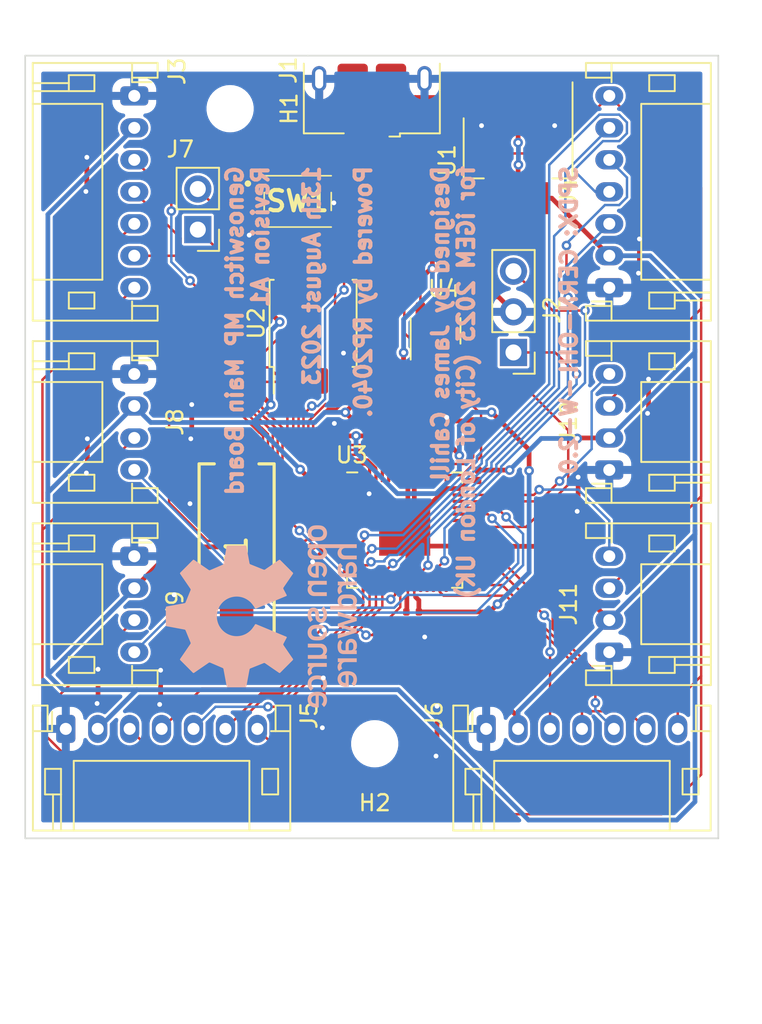
<source format=kicad_pcb>
(kicad_pcb (version 20221018) (generator pcbnew)
  (layers (0 "F.Cu" signal) (31 "B.Cu" signal) (34 "B.Paste" user) (35 "F.Paste" user) (36 "B.SilkS" user "B.Silkscreen") (37 "F.SilkS" user "F.Silkscreen") (38 "B.Mask" user) (39 "F.Mask" user) (44 "Edge.Cuts" user))
  (net 0 "")
  (net 1 "VBUS")
  (net 2 "GND")
  (net 3 "/XIN")
  (net 4 "Net-(C3-Pad2)")
  (net 5 "+3V3")
  (net 6 "+1V1")
  (net 7 "Net-(U3-VREG_IN)")
  (net 8 "/ADC_AVDD")
  (net 9 "Net-(U4-VDD)")
  (net 10 "/USB_D-")
  (net 11 "/USB_D+")
  (net 13 "/SWCLK")
  (net 14 "/SWDIO")
  (net 15 "/GPIO6")
  (net 16 "/GPIO4")
  (net 17 "/GPIO7")
  (net 18 "/GPIO5")
  (net 19 "/ADC_VREF")
  (net 20 "/GPIO10")
  (net 21 "/GPIO8")
  (net 22 "/GPIO11")
  (net 23 "/GPIO9")
  (net 24 "/GPIO14")
  (net 25 "/GPIO12")
  (net 26 "/GPIO15")
  (net 27 "/GPIO13")
  (net 28 "/GPIO18")
  (net 29 "/GPIO16")
  (net 30 "/GPIO19")
  (net 31 "/GPIO17")
  (net 32 "Net-(J7-RX)")
  (net 33 "Net-(J7-TX)")
  (net 34 "/QSPI_SS")
  (net 35 "Net-(SW1-COM_1)")
  (net 36 "/XOUT")
  (net 37 "/QSPI_SD1")
  (net 38 "/QSPI_SD2")
  (net 39 "/QSPI_SD0")
  (net 40 "/QSPI_SCLK")
  (net 41 "/QSPI_SD3")
  (net 49 "/MCP1501_SHDN")
  (net 51 "/GPIO26_ADC0")
  (net 52 "/GPIO27_ADC1")
  (net 53 "/GPIO28_ADC2")
  (net 54 "/GPIO29_ADC3")
  (net 55 "Net-(U3-USB_DP)")
  (net 56 "Net-(U3-USB_DM)")
  (footprint "Package_SO:SOIC-8_5.23x5.23mm_P1.27mm" (layer "F.Cu") (at 103.61 60.98 90)
    (fp_text reference "U2")
    (fp_text value "W25Q128JVS")
  )
  (footprint "Capacitor_SMD:C_0201_0603Metric" (layer "F.Cu") (at 113.64 67.405 90)
    (fp_text reference "C10" hide)
    (fp_text value "1μF")
  )
  (footprint "Capacitor_SMD:C_0201_0603Metric" (layer "F.Cu") (at 95.02 71.61 90)
    (fp_text reference "C2" hide)
    (fp_text value "27pF")
  )
  (footprint "Capacitor_SMD:C_0201_0603Metric" (layer "F.Cu") (at 105.1 68.01 180)
    (fp_text reference "C6" hide)
    (fp_text value "100nF")
  )
  (footprint "Package_TO_SOT_SMD:SOT-23-6" (layer "F.Cu") (at 111.28 61.4475 90)
    (fp_text reference "U4")
    (fp_text value "MCP1501-10xCH")
  )
  (footprint "Resistor_SMD:R_0201_0603Metric" (layer "F.Cu") (at 100.24 63.415 90)
    (fp_text reference "R1" hide)
    (fp_text value "1kΩ")
  )
  (footprint "Capacitor_SMD:C_0201_0603Metric" (layer "F.Cu") (at 113.95 70.49 -90)
    (fp_text reference "C14" hide)
    (fp_text value "100nF")
  )
  (footprint "Capacitor_SMD:C_0201_0603Metric" (layer "F.Cu") (at 106.705 67.16)
    (fp_text reference "C15" hide)
    (fp_text value "100nF")
  )
  (footprint "Capacitor_SMD:C_0201_0603Metric" (layer "F.Cu") (at 103.882 71.247)
    (fp_text reference "C9" hide)
    (fp_text value "100nF")
  )
  (footprint "Package_TO_SOT_SMD:SOT-223-3_TabPin2" (layer "F.Cu") (at 116.45 50 -90)
    (fp_text reference "U1")
    (fp_text value "NCP1117-3.3_SOT223")
  )
  (footprint "Capacitor_SMD:C_0201_0603Metric" (layer "F.Cu") (at 112.32 47.945 -90)
    (fp_text reference "C1" hide)
    (fp_text value "10μF")
  )
  (footprint "Resistor_SMD:R_0201_0603Metric" (layer "F.Cu") (at 109.595 63.98)
    (fp_text reference "R3" hide)
    (fp_text value "200Ω")
  )
  (footprint "Resistor_SMD:R_0201_0603Metric" (layer "F.Cu") (at 110.362 68.065 -90)
    (fp_text reference "R6" hide)
    (fp_text value "27.4")
  )
  (footprint "Connector_PinHeader_2.54mm:PinHeader_1x03_P2.54mm_Vertical" (layer "F.Cu") (at 116.16 62.8 180)
    (fp_text reference "J2")
    (fp_text value "Conn_01x03_Socket-PicoDebug")
  )
  (footprint "Capacitor_SMD:C_0201_0603Metric" (layer "F.Cu") (at 106.7 66.04)
    (fp_text reference "C16" hide)
    (fp_text value "100nF")
  )
  (footprint "Connector_JST:JST_PH_S7B-PH-K_1x07_P2.00mm_Horizontal" (layer "F.Cu") (at 122.162 58.75 90)
    (fp_text reference "J4")
    (fp_text value "HW-SPI1")
  )
  (footprint "Connector_JST:JST_PH_S7B-PH-K_1x07_P2.00mm_Horizontal" (layer "F.Cu") (at 88.12 86.35)
    (fp_text reference "J5")
    (fp_text value "PIO-SPI0")
  )
  (footprint "Capacitor_SMD:C_0201_0603Metric" (layer "F.Cu") (at 94.92 80.445 -90)
    (fp_text reference "C3" hide)
    (fp_text value "27pF")
  )
  (footprint "Connector_JST:JST_PH_S4B-PH-K_1x04_P2.00mm_Horizontal" (layer "F.Cu") (at 92.412 64.15 -90)
    (fp_text reference "J8")
    (fp_text value "RP2040_ADC0")
  )
  (footprint "Capacitor_SMD:C_0201_0603Metric" (layer "F.Cu") (at 111.98 68.085 90)
    (fp_text reference "C8" hide)
    (fp_text value "1μF")
  )
  (footprint "MountingHole:MountingHole_2.7mm_M2.5" (layer "F.Cu") (at 107.47 87.28 180)
    (fp_text reference "H2")
    (fp_text value "M2.5")
  )
  (footprint "Resistor_SMD:R_0201_0603Metric" (layer "F.Cu") (at 111.13 63.98)
    (fp_text reference "R4" hide)
    (fp_text value "1Ω")
  )
  (footprint "Connector_JST:JST_PH_S7B-PH-K_1x07_P2.00mm_Horizontal" (layer "F.Cu") (at 92.412 46.75 -90)
    (fp_text reference "J3")
    (fp_text value "HW-SPI0")
  )
  (footprint "Connector_JST:JST_PH_S4B-PH-K_1x04_P2.00mm_Horizontal" (layer "F.Cu") (at 122.162 70.15 90)
    (fp_text reference "J10")
    (fp_text value "RP2040_ADC2")
  )
  (footprint "Connector_JST:JST_PH_S7B-PH-K_1x07_P2.00mm_Horizontal" (layer "F.Cu") (at 114.45 86.35)
    (fp_text reference "J6")
    (fp_text value "PIO-SPI1")
  )
  (footprint "Capacitor_SMD:C_0201_0603Metric" (layer "F.Cu") (at 111.7 52.855 90)
    (fp_text reference "C4" hide)
    (fp_text value "10μF")
  )
  (footprint "PTS815_SJM_250_SMTR_LFS:PTS815SJM250SMTRLFS" (layer "F.Cu") (at 102.647 53.355)
    (fp_text reference "SW1")
    (fp_text value "PTS815_SJM_250_SMTR_LFS" hide)
  )
  (footprint "Capacitor_SMD:C_0201_0603Metric" (layer "F.Cu") (at 103.865 74.93)
    (fp_text reference "C11" hide)
    (fp_text value "100nF")
  )
  (footprint "Package_DFN_QFN:QFN-56-1EP_7x7mm_P0.4mm_EP3.2x3.2mm" (layer "F.Cu") (at 109.347 73.914)
    (fp_text reference "U3")
    (fp_text value "RP2040")
  )
  (footprint "Capacitor_SMD:C_0201_0603Metric" (layer "F.Cu") (at 110.32 58.54 90)
    (fp_text reference "C18" hide)
    (fp_text value "0.1uF")
  )
  (footprint "Connector_JST:JST_PH_S4B-PH-K_1x04_P2.00mm_Horizontal" (layer "F.Cu") (at 92.412 75.55 -90)
    (fp_text reference "J9")
    (fp_text value "RP2040_ADC1")
  )
  (footprint "Connector_USB:USB_Micro-B_Amphenol_10118193-0001LF_Horizontal" (layer "F.Cu") (at 107.29 45.683 180)
    (fp_text reference "J1")
    (fp_text value "USB_B_Micro")
  )
  (footprint "Capacitor_SMD:C_0201_0603Metric" (layer "F.Cu") (at 99.9 56.66)
    (fp_text reference "C5" hide)
    (fp_text value "100nF")
  )
  (footprint "Capacitor_SMD:C_0201_0603Metric" (layer "F.Cu") (at 114.702 74.93 180)
    (fp_text reference "C13" hide)
    (fp_text value "100nF")
  )
  (footprint "ABLS-12.000MHZ-B4-T:ABLS" (layer "F.Cu") (at 98.82 75.47 90)
    (fp_text reference "Y1")
    (fp_text value "ABLS-12.000MHZ-B4-T" hide)
  )
  (footprint "Capacitor_SMD:C_0201_0603Metric" (layer "F.Cu") (at 109.452 79.355 90)
    (fp_text reference "C12" hide)
    (fp_text value "100nF")
  )
  (footprint "Capacitor_SMD:C_0201_0603Metric" (layer "F.Cu") (at 112.67 63.99)
    (fp_text reference "C17" hide)
    (fp_text value "2.2μF")
  )
  (footprint "MountingHole:MountingHole_2.7mm_M2.5" (layer "F.Cu") (at 98.412 47.55 -90)
    (fp_text reference "H1")
    (fp_text value "M2.5")
  )
  (footprint "Resistor_SMD:R_0201_0603Metric" (layer "F.Cu") (at 103.14 80.79)
    (fp_text reference "R5" hide)
    (fp_text value "1kΩ")
  )
  (footprint "Connector_PinHeader_2.54mm:PinHeader_1x02_P2.54mm_Vertical" (layer "F.Cu") (at 96.39 55.115 180)
    (fp_text reference "J7")
    (fp_text value "SERIAL")
  )
  (footprint "Connector_JST:JST_PH_S4B-PH-K_1x04_P2.00mm_Horizontal" (layer "F.Cu") (at 122.162 81.55 90)
    (fp_text reference "J11")
    (fp_text value "RP2040_ADC3")
  )
  (footprint "Resistor_SMD:R_0201_0603Metric" (layer "F.Cu") (at 111.172 68.08 -90)
    (fp_text reference "R7" hide)
    (fp_text value "27.4")
  )
  (footprint "Capacitor_SMD:C_0201_0603Metric" (layer "F.Cu") (at 110.236 79.354 -90)
    (fp_text reference "C7" hide)
    (fp_text value "100nF")
  )
  (footprint "Resistor_SMD:R_0201_0603Metric" (layer "F.Cu") (at 100.25 64.96 -90)
    (fp_text reference "R2" hide)
    (fp_text value "DNF")
  )
  (gr_poly (pts (xy 94.387081 79.873121) (xy 94.387268 79.87564) (xy 94.387576 79.878145) (xy 94.388002 79.880635) (xy 94.388543 79.883104) (xy 94.389195 79.88555) (xy 94.389956 79.887968) (xy 94.390822 79.890356) (xy 94.391791 79.892708) (xy 94.392859 79.895022) (xy 94.394024 79.897293) (xy 94.395281 79.899518) (xy 94.396629 79.901694) (xy 94.398064 79.903816) (xy 94.399582 79.905881) (xy 94.401181 79.907884) (xy 94.402858 79.909823) (xy 94.40461 79.911694) (xy 94.406433 79.913492) (xy 94.408325 79.915215) (xy 94.410282 79.916858) (xy 94.412301 79.918417) (xy 94.414379 79.919889) (xy 94.416514 79.921271) (xy 94.418701 79.922558) (xy 94.420939 79.923746) (xy 94.423223 79.924833) (xy 94.425551 79.925814) (xy 94.42792 79.926685) (xy 94.430326 79.927443) (xy 94.432766 79.928084) (xy 94.435238 79.928605) (xy 95.559916 80.137957) (xy 95.562408 80.138486) (xy 95.564909 80.139128) (xy 95.569918 80.140737) (xy 95.574912 80.142757) (xy 95.579858 80.145159) (xy 95.584722 80.147915) (xy 95.589473 80.150996) (xy 95.594078 80.154375) (xy 95.598504 80.158023) (xy 95.602718 80.161913) (xy 95.606688 80.166015) (xy 95.61038 80.170302) (xy 95.613764 80.174745) (xy 95.616805 80.179317) (xy 95.619471 80.183988) (xy 95.620653 80.186353) (xy 95.62173 80.188732) (xy 95.622696 80.191122) (xy 95.623548 80.193519) (xy 95.932118 80.947317) (xy 95.93418 80.952) (xy 95.935902 80.956966) (xy 95.937287 80.962172) (xy 95.938339 80.967575) (xy 95.93906 80.973129) (xy 95.939454 80.978792) (xy 95.939523 80.98452) (xy 95.939271 80.99027) (xy 95.938699 80.995997) (xy 95.937813 81.001657) (xy 95.936613 81.007208) (xy 95.935104 81.012605) (xy 95.933289 81.017805) (xy 95.93117 81.022764) (xy 95.92875 81.027439) (xy 95.926033 81.031785) (xy 95.281243 81.971386) (xy 95.279865 81.973503) (xy 95.278593 81.975682) (xy 95.277429 81.977919) (xy 95.276371 81.980209) (xy 95.275419 81.982547) (xy 95.274572 81.984929) (xy 95.273831 81.98735) (xy 95.273194 81.989805) (xy 95.272662 81.992289) (xy 95.272233 81.994797) (xy 95.271686 81.999867) (xy 95.271548 82.004978) (xy 95.271818 82.01009) (xy 95.27249 82.015166) (xy 95.273562 82.020167) (xy 95.27503 82.025055) (xy 95.275911 82.027445) (xy 95.27689 82.029792) (xy 95.277967 82.032092) (xy 95.27914 82.03434) (xy 95.28041 82.03653) (xy 95.281775 82.038659) (xy 95.283236 82.040722) (xy 95.284793 82.042713) (xy 95.286444 82.044628) (xy 95.288189 82.046462) (xy 96.079491 82.837765) (xy 96.081326 82.83951) (xy 96.083241 82.841159) (xy 96.085233 82.842714) (xy 96.087297 82.844173) (xy 96.089427 82.845536) (xy 96.09162 82.846802) (xy 96.096171 82.849045) (xy 96.100913 82.850897) (xy 96.105807 82.852357) (xy 96.110814 82.853421) (xy 96.115896 82.854086) (xy 96.121015 82.85435) (xy 96.126131 82.854209) (xy 96.131207 82.853661) (xy 96.136204 82.852703) (xy 96.141084 82.851332) (xy 96.143467 82.85049) (xy 96.145807 82.849544) (xy 96.148099 82.848494) (xy 96.150337 82.847338) (xy 96.152516 82.846077) (xy 96.154633 82.844709) (xy 97.078029 82.211164) (xy 97.082393 82.20844) (xy 97.087075 82.206021) (xy 97.092032 82.203912) (xy 97.09722 82.202115) (xy 97.102598 82.200632) (xy 97.108123 82.199467) (xy 97.113753 82.198623) (xy 97.119444 82.1981) (xy 97.125155 82.197904) (xy 97.130843 82.198036) (xy 97.136465 82.198499) (xy 97.141978 82.199295) (xy 97.147341 82.200428) (xy 97.152511 82.2019) (xy 97.157445 82.203714) (xy 97.1621 82.205873) (xy 97.93971 82.539182) (xy 97.944485 82.541086) (xy 97.949216 82.543426) (xy 97.953876 82.54617) (xy 97.958435 82.549285) (xy 97.962866 82.552737) (xy 97.96714 82.556494) (xy 97.97123 82.560522) (xy 97.975107 82.564789) (xy 97.978743 82.569261) (xy 97.982109 82.573906) (xy 97.985178 82.57869) (xy 97.987922 82.58358) (xy 97.990311 82.588543) (xy 97.992319 82.593547) (xy 97.993916 82.598558) (xy 97.995075 82.603542) (xy 98.197282 83.690913) (xy 98.197815 83.693379) (xy 98.198467 83.695814) (xy 98.199234 83.698215) (xy 98.200114 83.700578) (xy 98.201103 83.702902) (xy 98.202196 83.705181) (xy 98.203391 83.707415) (xy 98.204683 83.709598) (xy 98.207546 83.713804) (xy 98.210755 83.717773) (xy 98.21428 83.721481) (xy 98.218093 83.724904) (xy 98.222165 83.728015) (xy 98.226465 83.730791) (xy 98.230964 83.733206) (xy 98.233279 83.734271) (xy 98.235633 83.735236) (xy 98.238023 83.736098) (xy 98.240443 83.736855) (xy 98.242892 83.737503) (xy 98.245365 83.738039) (xy 98.247858 83.73846) (xy 98.250368 83.738763) (xy 98.252891 83.738944) (xy 98.255424 83.739001) (xy 99.374545 83.738869) (xy 99.377073 83.738806) (xy 99.379592 83.738618) (xy 99.382099 83.738309) (xy 99.384591 83.737882) (xy 99.387064 83.73734) (xy 99.389513 83.736686) (xy 99.391935 83.735923) (xy 99.394326 83.735055) (xy 99.396683 83.734084) (xy 99.399001 83.733014) (xy 99.401277 83.731848) (xy 99.403508 83.730588) (xy 99.405688 83.729238) (xy 99.407815 83.727802) (xy 99.409885 83.726281) (xy 99.411893 83.724681) (xy 99.413837 83.723002) (xy 99.415711 83.721249) (xy 99.417514 83.719425) (xy 99.41924 83.717533) (xy 99.420886 83.715576) (xy 99.422448 83.713557) (xy 99.423922 83.711479) (xy 99.425305 83.709345) (xy 99.426593 83.707159) (xy 99.427781 83.704924) (xy 99.428867 83.702642) (xy 99.429846 83.700317) (xy 99.430715 83.697952) (xy 99.43147 83.695551) (xy 99.432106 83.693115) (xy 99.432621 83.690649) (xy 99.63 82.63) (xy 99.630512 82.627503) (xy 99.63114 82.625001) (xy 99.631879 82.622497) (xy 99.632728 82.619996) (xy 99.634735 82.615018) (xy 99.637132 82.610097) (xy 99.639891 82.605266) (xy 99.642981 82.600556) (xy 99.646375 82.595999) (xy 99.650043 82.591627) (xy 99.653956 82.587471) (xy 99.658084 82.583562) (xy 99.6624 82.579934) (xy 99.666873 82.576617) (xy 99.671475 82.573642) (xy 99.676176 82.571043) (xy 99.680948 82.56885) (xy 99.683352 82.567916) (xy 99.685762 82.567095) (xy 100.512915 82.23597) (xy 100.51762 82.233921) (xy 100.522603 82.232213) (xy 100.52782 82.230843) (xy 100.533229 82.229806) (xy 100.538786 82.229101) (xy 100.544449 82.228722) (xy 100.550174 82.228667) (xy 100.555918 82.228933) (xy 100.561638 82.229516) (xy 100.567291 82.230412) (xy 100.572833 82.231619) (xy 100.578223 82.233132) (xy 100.583415 82.234949) (xy 100.588368 82.237066) (xy 100.593039 82.23948) (xy 100.597383 82.242187) (xy 101.475337 82.844708) (xy 101.477454 82.846087) (xy 101.479634 82.847359) (xy 101.481873 82.848523) (xy 101.484166 82.849581) (xy 101.486507 82.850533) (xy 101.488893 82.85138) (xy 101.491317 82.852121) (xy 101.493776 82.852758) (xy 101.496265 82.85329) (xy 101.498778 82.853719) (xy 101.50386 82.854266) (xy 101.508982 82.854403) (xy 101.514107 82.854134) (xy 101.519195 82.853462) (xy 101.524208 82.85239) (xy 101.529107 82.850922) (xy 101.531502 82.850041) (xy 101.533854 82.849062) (xy 101.536159 82.847986) (xy 101.53841 82.846812) (xy 101.540605 82.845543) (xy 101.542737 82.844177) (xy 101.544801 82.842716) (xy 101.546794 82.84116) (xy 101.54871 82.839509) (xy 101.550545 82.837764) (xy 102.341847 82.046329) (xy 102.34358 82.044506) (xy 102.34522 82.042601) (xy 102.346766 82.040619) (xy 102.348218 82.038564) (xy 102.349574 82.036441) (xy 102.350836 82.034255) (xy 102.353072 82.029715) (xy 102.354921 82.02498) (xy 102.356381 82.020092) (xy 102.357449 82.015087) (xy 102.358119 82.010006) (xy 102.35839 82.004887) (xy 102.358257 81.999769) (xy 102.357718 81.99469) (xy 102.356767 81.98969) (xy 102.355403 81.984808) (xy 102.354565 81.982423) (xy 102.353622 81.980082) (xy 102.352574 81.977789) (xy 102.35142 81.97555) (xy 102.350159 81.97337) (xy 102.348793 81.971253) (xy 101.756854 81.108778) (xy 101.754155 81.104442) (xy 101.751789 81.099799) (xy 101.749755 81.094889) (xy 101.748056 81.089756) (xy 101.746692 81.084442) (xy 101.745664 81.078989) (xy 101.744972 81.073438) (xy 101.744617 81.067833) (xy 101.7446 81.062216) (xy 101.744922 81.056628) (xy 101.745583 81.051113) (xy 101.746585 81.045712) (xy 101.747928 81.040467) (xy 101.749612 81.035421) (xy 101.751639 81.030617) (xy 101.75401 81.026095) (xy 101.957077 80.645757) (xy 101.958159 80.643483) (xy 101.959109 80.641189) (xy 101.959931 80.638881) (xy 101.960624 80.636562) (xy 101.961192 80.634236) (xy 101.961634 80.631907) (xy 101.961953 80.629579) (xy 101.96215 80.627256) (xy 101.962226 80.624941) (xy 101.962184 80.622639) (xy 101.962023 80.620354) (xy 101.961747 80.61809) (xy 101.961356 80.61585) (xy 101.960851 80.613639) (xy 101.960235 80.611461) (xy 101.959508 80.609319) (xy 101.958673 80.607217) (xy 101.95773 80.60516) (xy 101.956681 80.603152) (xy 101.955527 80.601196) (xy 101.954271 80.599296) (xy 101.952912 80.597456) (xy 101.951454 80.595681) (xy 101.949897 80.593974) (xy 101.948242 80.592339) (xy 101.946492 80.59078) (xy 101.944647 80.589302) (xy 101.942709 80.587907) (xy 101.94068 80.586601) (xy 101.938561 80.585386) (xy 101.936354 80.584268) (xy 101.934059 80.583249) (xy 100.039113 79.79909) (xy 100.036756 79.798183) (xy 100.034363 79.797397) (xy 100.031938 79.796729) (xy 100.029487 79.796178) (xy 100.027014 79.795742) (xy 100.024523 79.795421) (xy 100.022018 79.795213) (xy 100.019505 79.795115) (xy 100.016987 79.795127) (xy 100.01447 79.795247) (xy 100.011958 79.795473) (xy 100.009454 79.795804) (xy 100.006965 79.796239) (xy 100.004494 79.796775) (xy 100.002045 79.797412) (xy 99.999624 79.798147) (xy 99.997234 79.79898) (xy 99.994881 79.799909) (xy 99.992569 79.800932) (xy 99.990302 79.802047) (xy 99.988085 79.803254) (xy 99.985922 79.80455) (xy 99.983818 79.805935) (xy 99.981777 79.807406) (xy 99.979804 79.808962) (xy 99.977903 79.810602) (xy 99.976079 79.812323) (xy 99.974337 79.814125) (xy 99.97268 79.816007) (xy 99.971114 79.817965) (xy 99.969643 79.82) (xy 99.968271 79.822109) (xy 99.909996 79.917293) (xy 99.905633 79.924144) (xy 99.900653 79.931458) (xy 99.895165 79.939098) (xy 99.889276 79.946926) (xy 99.883096 79.954803) (xy 99.876733 79.962592) (xy 99.870296 79.970155) (xy 99.863893 79.977353) (xy 99.820764 80.040363) (xy 99.773936 80.100497) (xy 99.723573 80.157592) (xy 99.669837 80.211482) (xy 99.612893 80.262005) (xy 99.552902 80.308996) (xy 99.490029 80.35229) (xy 99.424436 80.391724) (xy 99.356287 80.427133) (xy 99.285745 80.458354) (xy 99.212972 80.485221) (xy 99.138133 80.507572) (xy 99.061389 80.525242) (xy 98.982905 80.538066) (xy 98.902844 80.545881) (xy 98.821368 80.548522) (xy 98.757678 80.546912) (xy 98.694823 80.542133) (xy 98.632883 80.534262) (xy 98.571934 80.523378) (xy 98.512055 80.509559) (xy 98.453323 80.492882) (xy 98.395816 80.473424) (xy 98.339612 80.451264) (xy 98.284788 80.42648) (xy 98.231423 80.399149) (xy 98.179594 80.369349) (xy 98.129378 80.337157) (xy 98.080854 80.302653) (xy 98.0341 80.265912) (xy 97.989192 80.227014) (xy 97.946209 80.186035) (xy 97.905229 80.143054) (xy 97.86633 80.098148) (xy 97.829588 80.051396) (xy 97.795082 80.002874) (xy 97.76289 79.952661) (xy 97.733089 79.900835) (xy 97.705758 79.847473) (xy 97.680973 79.792652) (xy 97.658813 79.736452) (xy 97.639355 79.678949) (xy 97.622678 79.620221) (xy 97.608858 79.560347) (xy 97.597974 79.499403) (xy 97.590104 79.437468) (xy 97.585324 79.374619) (xy 97.583714 79.310934) (xy 97.585324 79.247249) (xy 97.590104 79.1844) (xy 97.597974 79.122464) (xy 97.608858 79.061519) (xy 97.622678 79.001643) (xy 97.639355 78.942913) (xy 97.658813 78.885408) (xy 97.680973 78.829205) (xy 97.705758 78.774383) (xy 97.733089 78.721018) (xy 97.76289 78.669189) (xy 97.795082 78.618973) (xy 97.829588 78.570448) (xy 97.86633 78.523693) (xy 97.905229 78.478784) (xy 97.946209 78.4358) (xy 97.989192 78.394818) (xy 98.0341 78.355917) (xy 98.080854 78.319173) (xy 98.129378 78.284665) (xy 98.179594 78.252471) (xy 98.231423 78.222668) (xy 98.284788 78.195335) (xy 98.339612 78.170548) (xy 98.395816 78.148386) (xy 98.453323 78.128926) (xy 98.512055 78.112247) (xy 98.571934 78.098426) (xy 98.632883 78.087541) (xy 98.694823 78.07967) (xy 98.757678 78.07489) (xy 98.821368 78.073279) (xy 98.862273 78.073943) (xy 98.902844 78.075922) (xy 98.943062 78.079194) (xy 98.982905 78.083739) (xy 99.022355 78.089536) (xy 99.061389 78.096566) (xy 99.099989 78.104807) (xy 99.138133 78.114239) (xy 99.175801 78.124842) (xy 99.212972 78.136594) (xy 99.249627 78.149475) (xy 99.285745 78.163466) (xy 99.321305 78.178544) (xy 99.356287 78.19469) (xy 99.424437 78.230103) (xy 99.490029 78.269539) (xy 99.552903 78.312835) (xy 99.612893 78.359826) (xy 99.669838 78.410347) (xy 99.723573 78.464235) (xy 99.773936 78.521324) (xy 99.820764 78.58145) (xy 99.863893 78.644449) (xy 99.870296 78.651688) (xy 99.876733 78.659277) (xy 99.883096 78.667081) (xy 99.889276 78.674967) (xy 99.895165 78.6828) (xy 99.900653 78.690446) (xy 99.905633 78.697772) (xy 99.909996 78.704642) (xy 99.968271 78.799826) (xy 99.969643 78.801946) (xy 99.971114 78.803992) (xy 99.97268 78.80596) (xy 99.974337 78.80785) (xy 99.976079 78.809659) (xy 99.977903 78.811388) (xy 99.981777 78.814594) (xy 99.985922 78.817456) (xy 99.990302 78.819963) (xy 99.994881 78.822102) (xy 99.999624 78.823861) (xy 100.004494 78.825229) (xy 100.009454 78.826194) (xy 100.01447 78.826744) (xy 100.019505 78.826866) (xy 100.024523 78.826549) (xy 100.027014 78.826222) (xy 100.029487 78.825781) (xy 100.031938 78.825224) (xy 100.034363 78.82455) (xy 100.036756 78.823757) (xy 100.039113 78.822845) (xy 101.933993 78.03862) (xy 101.936288 78.037601) (xy 101.938496 78.036482) (xy 101.940616 78.035267) (xy 101.942647 78.033959) (xy 101.944586 78.032563) (xy 101.946432 78.031083) (xy 101.948184 78.029522) (xy 101.94984 78.027886) (xy 101.951399 78.026177) (xy 101.95286 78.024399) (xy 101.95422 78.022558) (xy 101.955479 78.020656) (xy 101.956635 78.018698) (xy 101.957686 78.016687) (xy 101.95863 78.014628) (xy 101.959468 78.012525) (xy 101.960196 78.010382) (xy 101.960813 78.008202) (xy 101.961319 78.00599) (xy 101.96171 78.00375) (xy 101.961987 78.001485) (xy 101.962147 77.9992) (xy 101.96219 77.996899) (xy 101.962112 77.994585) (xy 101.961914 77.992263) (xy 101.961593 77.989937) (xy 101.961148 77.98761) (xy 101.960578 77.985287) (xy 101.959881 77.982972) (xy 101.959055 77.980668) (xy 101.958099 77.97838) (xy 101.957012 77.976112) (xy 101.753944 77.595773) (xy 101.751574 77.591263) (xy 101.749549 77.586466) (xy 101.747868 77.581426) (xy 101.746529 77.576185) (xy 101.745531 77.570785) (xy 101.744874 77.56527) (xy 101.744556 77.55968) (xy 101.744576 77.55406) (xy 101.744934 77.548452) (xy 101.745627 77.542898) (xy 101.746656 77.53744) (xy 101.748019 77.532122) (xy 101.749715 77.526985) (xy 101.751742 77.522073) (xy 101.7541 77.517427) (xy 101.756789 77.513091) (xy 102.348727 76.650682) (xy 102.350094 76.648559) (xy 102.351354 76.646374) (xy 102.352508 76.644131) (xy 102.353556 76.641834) (xy 102.3545 76.63949) (xy 102.355338 76.637102) (xy 102.356072 76.634676) (xy 102.356702 76.632216) (xy 102.357228 76.629727) (xy 102.357652 76.627213) (xy 102.358192 76.622133) (xy 102.358324 76.617015) (xy 102.358054 76.611895) (xy 102.357383 76.606814) (xy 102.356316 76.601809) (xy 102.354856 76.596919) (xy 102.353979 76.59453) (xy 102.353006 76.592183) (xy 102.351936 76.589884) (xy 102.35077 76.587638) (xy 102.349509 76.58545) (xy 102.348152 76.583324) (xy 102.346701 76.581265) (xy 102.345155 76.579278) (xy 102.343515 76.577368) (xy 102.341782 76.57554) (xy 101.550479 75.784105) (xy 101.548645 75.782366) (xy 101.546729 75.780721) (xy 101.544736 75.77917) (xy 101.542671 75.777713) (xy 101.540539 75.776352) (xy 101.538345 75.775087) (xy 101.533789 75.772844) (xy 101.529042 75.770989) (xy 101.524143 75.769525) (xy 101.519129 75.768455) (xy 101.514041 75.767784) (xy 101.508917 75.767514) (xy 101.503794 75.767649) (xy 101.498713 75.768192) (xy 101.493711 75.769148) (xy 101.488827 75.770519) (xy 101.486441 75.771362) (xy 101.4841 75.772309) (xy 101.481807 75.773362) (xy 101.479569 75.774522) (xy 101.477388 75.775787) (xy 101.475271 75.77716) (xy 100.597317 76.379616) (xy 100.592973 76.382346) (xy 100.588303 76.384778) (xy 100.58335 76.386909) (xy 100.578157 76.388737) (xy 100.572768 76.390258) (xy 100.567225 76.39147) (xy 100.561572 76.392369) (xy 100.555852 76.392953) (xy 100.550108 76.393218) (xy 100.544384 76.393161) (xy 100.538721 76.39278) (xy 100.533163 76.392071) (xy 100.527755 76.391032) (xy 100.522537 76.389659) (xy 100.517554 76.387949) (xy 100.51285 76.3859) (xy 99.685696 76.054774) (xy 99.683286 76.053958) (xy 99.680882 76.053028) (xy 99.67611 76.050839) (xy 99.671409 76.048239) (xy 99.666807 76.04526) (xy 99.662334 76.041936) (xy 99.658019 76.038297) (xy 99.65389 76.034377) (xy 99.649977 76.030209) (xy 99.646309 76.025824) (xy 99.642916 76.021256) (xy 99.639825 76.016536) (xy 99.637066 76.011697) (xy 99.634669 76.006772) (xy 99.632662 76.001793) (xy 99.631074 75.996793) (xy 99.630447 75.994294) (xy 99.629935 75.991803) (xy 99.432556 74.931155) (xy 99.432041 74.928683) (xy 99.431404 74.926242) (xy 99.43065 74.923836) (xy 99.429781 74.921467) (xy 99.428802 74.919139) (xy 99.427716 74.916855) (xy 99.426527 74.914618) (xy 99.425239 74.91243) (xy 99.423856 74.910296) (xy 99.422382 74.908217) (xy 99.419174 74.904241) (xy 99.415646 74.900526) (xy 99.411827 74.897098) (xy 99.407749 74.89398) (xy 99.403442 74.891198) (xy 99.398935 74.888776) (xy 99.39426 74.886739) (xy 99.391869 74.885872) (xy 99.389447 74.885111) (xy 99.386998 74.884459) (xy 99.384525 74.883918) (xy 99.382034 74.883493) (xy 99.379526 74.883184) (xy 99.377007 74.882997) (xy 99.37448 74.882934) (xy 98.255358 74.882868) (xy 98.252832 74.882931) (xy 98.250314 74.883118) (xy 98.247809 74.883425) (xy 98.245321 74.88385) (xy 98.242852 74.884389) (xy 98.240408 74.88504) (xy 98.237991 74.885799) (xy 98.235606 74.886663) (xy 98.233255 74.88763) (xy 98.230943 74.888696) (xy 98.228673 74.889859) (xy 98.226449 74.891114) (xy 98.224274 74.89246) (xy 98.222153 74.893893) (xy 98.220089 74.895409) (xy 98.218085 74.897007) (xy 98.216146 74.898682) (xy 98.214275 74.900433) (xy 98.212475 74.902255) (xy 98.210751 74.904146) (xy 98.209106 74.906103) (xy 98.207544 74.908122) (xy 98.206068 74.910201) (xy 98.204682 74.912336) (xy 98.20339 74.914525) (xy 98.202196 74.916764) (xy 98.201103 74.919051) (xy 98.200114 74.921382) (xy 98.199234 74.923754) (xy 98.198467 74.926165) (xy 98.197815 74.928611) (xy 98.197282 74.931089) (xy 97.995075 76.018394) (xy 97.994552 76.020893) (xy 97.993916 76.023401) (xy 97.992319 76.02843) (xy 97.990311 76.033448) (xy 97.987922 76.038421) (xy 97.985178 76.043318) (xy 97.982109 76.048106) (xy 97.978743 76.052751) (xy 97.975107 76.057221) (xy 97.97123 76.061484) (xy 97.96714 76.065506) (xy 97.962866 76.069255) (xy 97.958435 76.072697) (xy 97.953876 76.075801) (xy 97.949216 76.078534) (xy 97.944485 76.080862) (xy 97.942102 76.081864) (xy 97.93971 76.082753) (xy 97.1621 76.416129) (xy 97.157445 76.418275) (xy 97.152511 76.420079) (xy 97.147341 76.421543) (xy 97.141978 76.42267) (xy 97.136465 76.423462) (xy 97.130843 76.423922) (xy 97.125155 76.424054) (xy 97.119444 76.423859) (xy 97.113753 76.423342) (xy 97.108123 76.422504) (xy 97.102598 76.421348) (xy 97.09722 76.419877) (xy 97.092032 76.418095) (xy 97.087075 76.416003) (xy 97.082393 76.413605) (xy 97.078029 76.410903) (xy 96.154633 75.777292) (xy 96.152516 75.775914) (xy 96.150337 75.774643) (xy 96.148099 75.773479) (xy 96.145807 75.772422) (xy 96.143467 75.771472) (xy 96.141084 75.770627) (xy 96.138661 75.769887) (xy 96.136204 75.769252) (xy 96.133718 75.768722) (xy 96.131207 75.768295) (xy 96.126131 75.767752) (xy 96.121015 75.767619) (xy 96.115896 75.767891) (xy 96.110814 75.768566) (xy 96.105807 75.76964) (xy 96.100913 75.771108) (xy 96.098521 75.771989) (xy 96.096171 75.772967) (xy 96.093869 75.774042) (xy 96.09162 75.775213) (xy 96.089427 75.77648) (xy 96.087297 75.777843) (xy 96.085233 75.7793) (xy 96.083241 75.780852) (xy 96.081326 75.782498) (xy 96.079491 75.784237) (xy 95.288189 76.575607) (xy 95.286444 76.577435) (xy 95.284793 76.579345) (xy 95.283237 76.581332) (xy 95.281775 76.583391) (xy 95.28041 76.585517) (xy 95.27914 76.587705) (xy 95.27689 76.59225) (xy 95.27503 76.596986) (xy 95.273562 76.601876) (xy 95.27249 76.606881) (xy 95.271818 76.611962) (xy 95.271549 76.617081) (xy 95.271686 76.6222) (xy 95.272234 76.62728) (xy 95.273194 76.632282) (xy 95.274573 76.637169) (xy 95.275419 76.639557) (xy 95.276371 76.641901) (xy 95.277429 76.644197) (xy 95.278594 76.64644) (xy 95.279865 76.648626) (xy 95.281244 76.650749) (xy 95.926033 77.590284) (xy 95.92875 77.594618) (xy 95.93117 77.599282) (xy 95.933289 77.604233) (xy 95.935104 77.609426) (xy 95.936613 77.614817) (xy 95.937813 77.620364) (xy 95.938699 77.626023) (xy 95.939271 77.631749) (xy 95.939523 77.637499) (xy 95.939454 77.643229) (xy 95.939061 77.648896) (xy 95.938339 77.654456) (xy 95.937288 77.659866) (xy 95.935902 77.66508) (xy 95.93418 77.670057) (xy 95.932119 77.674752) (xy 95.623548 78.428616) (xy 95.62173 78.433414) (xy 95.619471 78.438166) (xy 95.616805 78.442843) (xy 95.613764 78.447418) (xy 95.61038 78.451862) (xy 95.606688 78.456149) (xy 95.602718 78.460249) (xy 95.598504 78.464136) (xy 95.594078 78.467781) (xy 95.589473 78.471156) (xy 95.584722 78.474233) (xy 95.579858 78.476985) (xy 95.574912 78.479383) (xy 95.569918 78.4814) (xy 95.564909 78.483008) (xy 95.559916 78.484178) (xy 94.435238 78.693464) (xy 94.432766 78.693984) (xy 94.430326 78.694625) (xy 94.42792 78.695383) (xy 94.425551 78.696255) (xy 94.423223 78.697235) (xy 94.420939 78.698322) (xy 94.418701 78.69951) (xy 94.416514 78.700796) (xy 94.414379 78.702178) (xy 94.412301 78.703649) (xy 94.408325 78.70685) (xy 94.40461 78.710369) (xy 94.401181 78.714176) (xy 94.398064 78.71824) (xy 94.395281 78.722534) (xy 94.392859 78.727025) (xy 94.391791 78.729336) (xy 94.390822 78.731685) (xy 94.389956 78.734068) (xy 94.389195 78.736483) (xy 94.388543 78.738924) (xy 94.388002 78.741389) (xy 94.387576 78.743873) (xy 94.387268 78.746374) (xy 94.387081 78.748886) (xy 94.387018 78.751407) (xy 94.387018 79.870595)) (fill solid) (layer "B.SilkS"))
  (gr_poly (pts (xy 103.26758 77.660883) (xy 103.268832 77.67841) (xy 103.273828 77.713612) (xy 103.282124 77.748724) (xy 103.293697 77.7834) (xy 103.300705 77.800466) (xy 103.308523 77.817293) (xy 103.317149 77.833837) (xy 103.326579 77.850056) (xy 103.336811 77.865906) (xy 103.347841 77.881344) (xy 103.359666 77.896326) (xy 103.372284 77.910809) (xy 103.385692 77.92475) (xy 103.399885 77.938106) (xy 103.414863 77.950832) (xy 103.430621 77.962887) (xy 103.447156 77.974226) (xy 103.464467 77.984806) (xy 103.482548 77.994584) (xy 103.501399 78.003517) (xy 103.521015 78.011561) (xy 103.541393 78.018673) (xy 103.562532 78.02481) (xy 103.584427 78.029928) (xy 103.607076 78.033984) (xy 103.630475 78.036935) (xy 103.654623 78.038737) (xy 103.679515 78.039347) (xy 104.4689 78.039347) (xy 104.4689 77.800428) (xy 103.761603 77.800428) (xy 103.746642 77.800135) (xy 103.732083 77.799264) (xy 103.717933 77.797828) (xy 103.704196 77.795839) (xy 103.690877 77.793309) (xy 103.67798 77.790251) (xy 103.665509 77.786678) (xy 103.65347 77.782601) (xy 103.641868 77.778034) (xy 103.630707 77.772988) (xy 103.619991 77.767476) (xy 103.609725 77.761511) (xy 103.599915 77.755105) (xy 103.590564 77.74827) (xy 103.581678 77.741019) (xy 103.573261 77.733365) (xy 103.565318 77.725319) (xy 103.557853 77.716894) (xy 103.550872 77.708104) (xy 103.544378 77.698959) (xy 103.538377 77.689472) (xy 103.532873 77.679657) (xy 103.527871 77.669525) (xy 103.523376 77.659088) (xy 103.519392 77.64836) (xy 103.515924 77.637353) (xy 103.512976 77.626079) (xy 103.510554 77.61455) (xy 103.508662 77.602779) (xy 103.507305 77.590779) (xy 103.506488 77.578562) (xy 103.506214 77.56614) (xy 103.506488 77.553508) (xy 103.507305 77.541093) (xy 103.508662 77.528908) (xy 103.510554 77.516966) (xy 103.512976 77.505277) (xy 103.515924 77.493854) (xy 103.519392 77.482708) (xy 103.523376 77.471853) (xy 103.527871 77.4613) (xy 103.532873 77.45106) (xy 103.538377 77.441147) (xy 103.544378 77.431571) (xy 103.550871 77.422346) (xy 103.557853 77.413482) (xy 103.565317 77.404993) (xy 103.573261 77.396889) (xy 103.581678 77.389184) (xy 103.590564 77.381888) (xy 103.599914 77.375015) (xy 103.609725 77.368576) (xy 103.61999 77.362582) (xy 103.630706 77.357047) (xy 103.641867 77.351983) (xy 103.65347 77.3474) (xy 103.665508 77.343311) (xy 103.677979 77.339729) (xy 103.690876 77.336664) (xy 103.704196 77.33413) (xy 103.717933 77.332138) (xy 103.732083 77.330701) (xy 103.746641 77.329829) (xy 103.761603 77.329536) (xy 104.4689 77.329536) (xy 104.4689 77.090617) (xy 103.281251 77.090617) (xy 103.281251 77.329536) (xy 103.407722 77.329536) (xy 103.407722 77.334299) (xy 103.390709 77.348721) (xy 103.374791 77.363894) (xy 103.35997 77.379797) (xy 103.346246 77.39641) (xy 103.333618 77.41371) (xy 103.322088 77.431679) (xy 103.311655 77.450293) (xy 103.302319 77.469534) (xy 103.294081 77.489379) (xy 103.28694 77.509807) (xy 103.280898 77.530799) (xy 103.275953 77.552332) (xy 103.272108 77.574386) (xy 103.26936 77.59694) (xy 103.267712 77.619973) (xy 103.267162 77.643464)) (fill solid) (layer "B.SilkS"))
  (gr_poly (pts (xy 105.14369 83.253171) (xy 105.145382 83.277415) (xy 105.148182 83.301382) (xy 105.152076 83.325037) (xy 105.157049 83.348346) (xy 105.163087 83.371273) (xy 105.170173 83.393782) (xy 105.178293 83.41584) (xy 105.187433 83.43741) (xy 105.197576 83.458457) (xy 105.208709 83.478947) (xy 105.220815 83.498844) (xy 105.233881 83.518113) (xy 105.24789 83.536719) (xy 105.262829 83.554627) (xy 105.278681 83.571801) (xy 105.295432 83.588207) (xy 105.313068 83.603809) (xy 105.331572 83.618572) (xy 105.350931 83.632461) (xy 105.371128 83.645441) (xy 105.392149 83.657477) (xy 105.413979 83.668533) (xy 105.436603 83.678575) (xy 105.460006 83.687567) (xy 105.484173 83.695474) (xy 105.509089 83.702261) (xy 105.534739 83.707893) (xy 105.561107 83.712334) (xy 105.58818 83.71555) (xy 105.615941 83.717506) (xy 105.644377 83.718165) (xy 105.841293 83.718165) (xy 105.841293 82.97806) (xy 105.859231 82.978407) (xy 105.876607 82.979441) (xy 105.893419 82.981146) (xy 105.909668 82.98351) (xy 105.925354 82.986519) (xy 105.940475 82.990159) (xy 105.955031 82.994417) (xy 105.969023 82.999278) (xy 105.982448 83.00473) (xy 105.995308 83.010757) (xy 106.007601 83.017348) (xy 106.019326 83.024487) (xy 106.030485 83.032162) (xy 106.041075 83.040359) (xy 106.051097 83.049063) (xy 106.06055 83.058262) (xy 106.069434 83.067941) (xy 106.077748 83.078088) (xy 106.085491 83.088687) (xy 106.092664 83.099726) (xy 106.099266 83.111191) (xy 106.105296 83.123068) (xy 106.110754 83.135343) (xy 106.115639 83.148003) (xy 106.119952 83.161035) (xy 106.123691 83.174423) (xy 106.126856 83.188156) (xy 106.129446 83.202218) (xy 106.131462 83.216597) (xy 106.132902 83.231278) (xy 106.133767 83.246249) (xy 106.134055 83.261495) (xy 106.133565 83.278673) (xy 106.132105 83.295969) (xy 106.129693 83.313331) (xy 106.126345 83.330706) (xy 106.122077 83.348043) (xy 106.116907 83.365291) (xy 106.110851 83.382397) (xy 106.103926 83.399309) (xy 106.096147 83.415977) (xy 106.087533 83.432348) (xy 106.0781 83.448371) (xy 106.067864 83.463994) (xy 106.056842 83.479164) (xy 106.04505 83.493831) (xy 106.032506 83.507943) (xy 106.019226 83.521447) (xy 106.166863 83.694816) (xy 106.19141 83.672447) (xy 106.214125 83.649298) (xy 106.235041 83.625409) (xy 106.254194 83.600822) (xy 106.271618 83.575577) (xy 106.287347 83.549715) (xy 106.301415 83.523277) (xy 106.313856 83.496304) (xy 106.324705 83.468838) (xy 106.333997 83.440919) (xy 106.341765 83.412588) (xy 106.348043 83.383886) (xy 106.352867 83.354855) (xy 106.35627 83.325535) (xy 106.358287 83.295967) (xy 106.358951 83.266192) (xy 106.357516 83.220114) (xy 106.352963 83.173579) (xy 106.344922 83.127059) (xy 106.333023 83.081027) (xy 106.316895 83.035957) (xy 106.307129 83.013931) (xy 106.296168 82.992322) (xy 106.283964 82.971191) (xy 106.270471 82.950597) (xy 106.255643 82.930598) (xy 106.239434 82.911253) (xy 106.221797 82.892623) (xy 106.202686 82.874765) (xy 106.182055 82.85774) (xy 106.159858 82.841607) (xy 106.136047 82.826424) (xy 106.110578 82.81225) (xy 106.083403 82.799146) (xy 106.054476 82.78717) (xy 106.023752 82.776381) (xy 105.991182 82.766839) (xy 105.956723 82.758602) (xy 105.920326 82.75173) (xy 105.881946 82.746283) (xy 105.841537 82.742318) (xy 105.799051 82.739896) (xy 105.754444 82.739076) (xy 105.712092 82.739829) (xy 105.671537 82.742052) (xy 105.644442 82.744595) (xy 105.644442 82.97806) (xy 105.644442 83.479313) (xy 105.627779 83.478382) (xy 105.611612 83.476898) (xy 105.595942 83.474872) (xy 105.580773 83.472315) (xy 105.566107 83.469237) (xy 105.551945 83.46565) (xy 105.53829 83.461564) (xy 105.525144 83.456989) (xy 105.512508 83.451937) (xy 105.500387 83.446418) (xy 105.48878 83.440443) (xy 105.477691 83.434023) (xy 105.467122 83.427168) (xy 105.457075 83.41989) (xy 105.447552 83.412199) (xy 105.438556 83.404105) (xy 105.430087 83.395621) (xy 105.42215 83.386755) (xy 105.414745 83.377519) (xy 105.407875 83.367925) (xy 105.401542 83.357981) (xy 105.395749 83.347701) (xy 105.390497 83.337093) (xy 105.385789 83.326169) (xy 105.381626 83.31494) (xy 105.378012 83.303416) (xy 105.374947 83.291608) (xy 105.372435 83.279527) (xy 105.370477 83.267183) (xy 105.369076 83.254588) (xy 105.368234 83.241752) (xy 105.367953 83.228686) (xy 105.368234 83.215614) (xy 105.369076 83.202759) (xy 105.370477 83.190134) (xy 105.372435 83.177751) (xy 105.374947 83.165622) (xy 105.378012 83.153759) (xy 105.381626 83.142174) (xy 105.385789 83.130878) (xy 105.390497 83.119885) (xy 105.395749 83.109206) (xy 105.401542 83.098853) (xy 105.407875 83.088838) (xy 105.414745 83.079173) (xy 105.42215 83.06987) (xy 105.430087 83.060942) (xy 105.438555 83.0524) (xy 105.447552 83.044256) (xy 105.457075 83.036522) (xy 105.467122 83.02921) (xy 105.477691 83.022333) (xy 105.48878 83.015902) (xy 105.500386 83.00993) (xy 105.512508 83.004427) (xy 105.525143 82.999408) (xy 105.538289 82.994882) (xy 105.551945 82.990864) (xy 105.566107 82.987363) (xy 105.580773 82.984393) (xy 105.595942 82.981966) (xy 105.611612 82.980093) (xy 105.627779 82.978787) (xy 105.644442 82.97806) (xy 105.644442 82.744595) (xy 105.632747 82.745692) (xy 105.595694 82.750697) (xy 105.560349 82.757012) (xy 105.52668 82.764585) (xy 105.49466 82.773362) (xy 105.464258 82.783291) (xy 105.435444 82.794318) (xy 105.40819 82.806389) (xy 105.382465 82.819453) (xy 105.35824 82.833455) (xy 105.335485 82.848342) (xy 105.314171 82.864062) (xy 105.294268 82.88056) (xy 105.275746 82.897784) (xy 105.258576 82.915681) (xy 105.242729 82.934198) (xy 105.228174 82.95328) (xy 105.214882 82.972876) (xy 105.202824 82.992931) (xy 105.191969 83.013394) (xy 105.182289 83.03421) (xy 105.173753 83.055326) (xy 105.166333 83.076689) (xy 105.159997 83.098247) (xy 105.154718 83.119945) (xy 105.150465 83.141731) (xy 105.144919 83.185352) (xy 105.143123 83.228686)) (fill solid) (layer "B.SilkS"))
  (gr_poly (pts (xy 106.344928 78.886808) (xy 106.344928 78.647889) (xy 106.220772 78.647889) (xy 106.235819 78.633431) (xy 106.250223 78.618182) (xy 106.263938 78.602177) (xy 106.276919 78.585451) (xy 106.289121 78.568037) (xy 106.300499 78.549971) (xy 106.311008 78.531286) (xy 106.320602 78.512018) (xy 106.329237 78.492199) (xy 106.336866 78.471866) (xy 106.343446 78.451052) (xy 106.348931 78.429791) (xy 106.353276 78.408118) (xy 106.356435 78.386068) (xy 106.358363 78.363675) (xy 106.359016 78.340972) (xy 106.358825 78.327471) (xy 106.358258 78.314204) (xy 106.357321 78.301169) (xy 106.356023 78.288366) (xy 106.354371 78.275796) (xy 106.352374 78.263456) (xy 106.350038 78.251348) (xy 106.347372 78.239471) (xy 106.344384 78.227823) (xy 106.34108 78.216405) (xy 106.33747 78.205217) (xy 106.33356 78.194257) (xy 106.329358 78.183526) (xy 106.324872 78.173022) (xy 106.315079 78.152697) (xy 106.304243 78.133277) (xy 106.292425 78.114761) (xy 106.279687 78.097143) (xy 106.266092 78.080421) (xy 106.2517 78.06459) (xy 106.236574 78.049648) (xy 106.220776 78.03559) (xy 106.204367 78.022414) (xy 106.188583 78.010653) (xy 106.172638 77.999951) (xy 106.156208 77.990265) (xy 106.138965 77.981554) (xy 106.120583 77.973778) (xy 106.100738 77.966894) (xy 106.079102 77.960862) (xy 106.055349 77.95564) (xy 106.029154 77.951187) (xy 106.000191 77.947461) (xy 105.968133 77.944422) (xy 105.932654 77.942028) (xy 105.850131 77.93901) (xy 105.750012 77.938078) (xy 105.750012 78.176997) (xy 105.784656 78.177183) (xy 105.819029 78.177939) (xy 105.85286 78.17956) (xy 105.885878 78.18234) (xy 105.917812 78.186575) (xy 105.933288 78.189331) (xy 105.948391 78.192561) (xy 105.963088 78.196302) (xy 105.977344 78.200592) (xy 105.991126 78.205466) (xy 106.0044 78.210963) (xy 106.017132 78.217118) (xy 106.029288 78.223969) (xy 106.040834 78.231553) (xy 106.051737 78.239906) (xy 106.061962 78.249066) (xy 106.071475 78.259069) (xy 106.080243 78.269953) (xy 106.088233 78.281753) (xy 106.095409 78.294508) (xy 106.101738 78.308253) (xy 106.107186 78.323026) (xy 106.11172 78.338864) (xy 106.115305 78.355804) (xy 106.117908 78.373882) (xy 106.119495 78.393135) (xy 106.120031 78.4136) (xy 106.119462 78.433856) (xy 106.11778 78.452912) (xy 106.115027 78.470805) (xy 106.111243 78.487572) (xy 106.106467 78.50325) (xy 106.10074 78.517874) (xy 106.094103 78.531482) (xy 106.086596 78.544109) (xy 106.078258 78.555793) (xy 106.069131 78.566569) (xy 106.059254 78.576474) (xy 106.048667 78.585545) (xy 106.037412 78.593817) (xy 106.025528 78.601329) (xy 106.013055 78.608115) (xy 106.000035 78.614212) (xy 105.986506 78.619658) (xy 105.97251 78.624488) (xy 105.943276 78.632447) (xy 105.912654 78.638381) (xy 105.880967 78.642582) (xy 105.848538 78.645341) (xy 105.815687 78.646951) (xy 105.750012 78.647889) (xy 105.717691 78.647703) (xy 105.68509 78.646951) (xy 105.652536 78.645341) (xy 105.620354 78.642582) (xy 105.588872 78.638381) (xy 105.573494 78.635649) (xy 105.558415 78.632447) (xy 105.543673 78.628739) (xy 105.529309 78.624488) (xy 105.515366 78.619658) (xy 105.501883 78.614212) (xy 105.4889 78.608115) (xy 105.47646 78.601329) (xy 105.464603 78.593817) (xy 105.453369 78.585545) (xy 105.442799 78.576474) (xy 105.432934 78.566569) (xy 105.423816 78.555793) (xy 105.415484 78.544109) (xy 105.407979 78.531482) (xy 105.401343 78.517874) (xy 105.395615 78.50325) (xy 105.390838 78.487572) (xy 105.387051 78.470805) (xy 105.384296 78.452912) (xy 105.382613 78.433856) (xy 105.382043 78.4136) (xy 105.382579 78.393135) (xy 105.384167 78.373882) (xy 105.38677 78.355804) (xy 105.390355 78.338864) (xy 105.394888 78.323026) (xy 105.400334 78.308253) (xy 105.406658 78.294508) (xy 105.413828 78.281753) (xy 105.421807 78.269953) (xy 105.430563 78.259069) (xy 105.44006 78.249066) (xy 105.450264 78.239906) (xy 105.461141 78.231553) (xy 105.472657 78.223969) (xy 105.484777 78.217118) (xy 105.497467 78.210963) (xy 105.510693 78.205466) (xy 105.52442 78.200592) (xy 105.55324 78.192561) (xy 105.583654 78.186575) (xy 105.615386 78.18234) (xy 105.648163 78.17956) (xy 105.681709 78.177939) (xy 105.750012 78.176997) (xy 105.750012 77.938078) (xy 105.697951 77.938304) (xy 105.650571 77.93901) (xy 105.607547 77.940238) (xy 105.568557 77.942028) (xy 105.533279 77.944422) (xy 105.50139 77.947461) (xy 105.472566 77.951187) (xy 105.446485 77.95564) (xy 105.422824 77.960862) (xy 105.4118 77.963774) (xy 105.401261 77.966894) (xy 105.391164 77.970227) (xy 105.381471 77.973778) (xy 105.372141 77.977552) (xy 105.363133 77.981554) (xy 105.345924 77.990265) (xy 105.32952 77.999951) (xy 105.3136 78.010653) (xy 105.297839 78.022414) (xy 105.281408 78.03559) (xy 105.265594 78.049648) (xy 105.250457 78.06459) (xy 105.236059 78.080421) (xy 105.222461 78.097143) (xy 105.209724 78.114761) (xy 105.197909 78.133277) (xy 105.187078 78.152697) (xy 105.177292 78.173022) (xy 105.168612 78.194257) (xy 105.161099 78.216405) (xy 105.154815 78.239471) (xy 105.149821 78.263456) (xy 105.146178 78.288366) (xy 105.143947 78.314204) (xy 105.14319 78.340972) (xy 105.143842 78.36352) (xy 105.145771 78.38549) (xy 105.148935 78.406911) (xy 105.153293 78.42781) (xy 105.158804 78.448214) (xy 105.165427 78.468151) (xy 105.173121 78.487648) (xy 105.181845 78.506734) (xy 105.191556 78.525435) (xy 105.202215 78.543779) (xy 105.213779 78.561794) (xy 105.226209 78.579507) (xy 105.239462 78.596945) (xy 105.253497 78.614137) (xy 105.268274 78.631109) (xy 105.28375 78.647889) (xy 104.676928 78.647889) (xy 104.676928 78.886808)) (fill solid) (layer "B.SilkS"))
  (gr_poly (pts (xy 103.267393 80.342353) (xy 103.268075 80.359057) (xy 103.269192 80.375332) (xy 103.270729 80.391184) (xy 103.272669 80.406619) (xy 103.274996 80.421641) (xy 103.277696 80.436258) (xy 103.280751 80.450474) (xy 103.284146 80.464294) (xy 103.287865 80.477726) (xy 103.291892 80.490773) (xy 103.296211 80.503443) (xy 103.300807 80.515739) (xy 103.305663 80.527669) (xy 103.310764 80.539238) (xy 103.316093 80.55045) (xy 103.327374 80.57183) (xy 103.33938 80.591855) (xy 103.351982 80.610568) (xy 103.365053 80.628015) (xy 103.378468 80.644242) (xy 103.392098 80.659291) (xy 103.405816 80.673209) (xy 103.419495 80.686041) (xy 103.438395 80.702541) (xy 103.457473 80.717801) (xy 103.476961 80.731846) (xy 103.497095 80.744701) (xy 103.518107 80.756388) (xy 103.54023 80.766932) (xy 103.563699 80.776358) (xy 103.588746 80.784689) (xy 103.615606 80.791949) (xy 103.644511 80.798164) (xy 103.675696 80.803355) (xy 103.709394 80.807549) (xy 103.745838 80.810769) (xy 103.785262 80.813039) (xy 103.8279 80.814384) (xy 103.873984 80.814827) (xy 103.920454 80.814384) (xy 103.963432 80.813039) (xy 104.003154 80.810769) (xy 104.039856 80.807549) (xy 104.073776 80.803355) (xy 104.105148 80.798164) (xy 104.13421 80.791949) (xy 104.161198 80.784689) (xy 104.186348 80.776358) (xy 104.209896 80.766932) (xy 104.232079 80.756388) (xy 104.253134 80.744701) (xy 104.273295 80.731846) (xy 104.2928 80.717801) (xy 104.311886 80.702541) (xy 104.330787 80.686041) (xy 104.344465 80.673209) (xy 104.358179 80.659291) (xy 104.371803 80.644241) (xy 104.385208 80.628015) (xy 104.39827 80.610568) (xy 104.410861 80.591855) (xy 104.422854 80.57183) (xy 104.434123 80.55045) (xy 104.444541 80.527669) (xy 104.453981 80.503443) (xy 104.462316 80.477726) (xy 104.46942 80.450474) (xy 104.475166 80.421641) (xy 104.479427 80.391184) (xy 104.482077 80.359057) (xy 104.482988 80.325215) (xy 104.482758 80.308089) (xy 104.482077 80.291396) (xy 104.480961 80.275132) (xy 104.479427 80.25929) (xy 104.47749 80.243864) (xy 104.475166 80.22885) (xy 104.472471 80.214241) (xy 104.46942 80.200033) (xy 104.46603 80.186219) (xy 104.462316 80.172793) (xy 104.458294 80.159752) (xy 104.453981 80.147087) (xy 104.449391 80.134795) (xy 104.444541 80.12287) (xy 104.439446 80.111305) (xy 104.434123 80.100096) (xy 104.422855 80.078721) (xy 104.410861 80.058701) (xy 104.39827 80.03999) (xy 104.385209 80.022545) (xy 104.371803 80.00632) (xy 104.35818 79.991271) (xy 104.344465 79.977353) (xy 104.330787 79.964521) (xy 104.311886 79.94802) (xy 104.292803 79.932755) (xy 104.2733 79.918704) (xy 104.253142 79.905841) (xy 104.232092 79.894144) (xy 104.209913 79.883588) (xy 104.186369 79.874151) (xy 104.161222 79.865808) (xy 104.134237 79.858535) (xy 104.105177 79.852309) (xy 104.073805 79.847105) (xy 104.039884 79.842901) (xy 104.003178 79.839673) (xy 103.963451 79.837397) (xy 103.920465 79.836048) (xy 103.873984 79.835604) (xy 103.873984 80.074588) (xy 103.905042 80.074757) (xy 103.933342 80.07528) (xy 103.959095 80.076182) (xy 103.982509 80.077486) (xy 104.003794 80.079216) (xy 104.023161 80.081397) (xy 104.040819 80.084052) (xy 104.056976 80.087205) (xy 104.071845 80.090881) (xy 104.085633 80.095103) (xy 104.09855 80.099896) (xy 104.110807 80.105284) (xy 104.122612 80.11129) (xy 104.134176 80.117938) (xy 104.145709 80.125253) (xy 104.157419 80.133259) (xy 104.166514 80.140282) (xy 104.175294 80.148195) (xy 104.183721 80.15695) (xy 104.191758 80.166499) (xy 104.199368 80.176792) (xy 104.206513 80.187781) (xy 104.213155 80.199416) (xy 104.219258 80.211651) (xy 104.224782 80.224434) (xy 104.229692 80.237719) (xy 104.23395 80.251455) (xy 104.237517 80.265595) (xy 104.240357 80.28009) (xy 104.242432 80.294891) (xy 104.243704 80.309948) (xy 104.244137 80.325214) (xy 104.243703 80.340502) (xy 104.242429 80.355576) (xy 104.240351 80.370389) (xy 104.237507 80.384891) (xy 104.233936 80.399036) (xy 104.229675 80.412775) (xy 104.224761 80.426061) (xy 104.219232 80.438845) (xy 104.213127 80.451079) (xy 104.206484 80.462716) (xy 104.199339 80.473707) (xy 104.19173 80.484005) (xy 104.183696 80.493561) (xy 104.175275 80.502328) (xy 104.166503 80.510258) (xy 104.161998 80.513894) (xy 104.157419 80.517302) (xy 104.145709 80.525306) (xy 104.134181 80.532617) (xy 104.122628 80.539259) (xy 104.110843 80.545257) (xy 104.098621 80.550634) (xy 104.085755 80.555416) (xy 104.072038 80.559627) (xy 104.057266 80.56329) (xy 104.041231 80.566431) (xy 104.023726 80.569074) (xy 104.004547 80.571244) (xy 103.983486 80.572964) (xy 103.960337 80.57426) (xy 103.934894 80.575155) (xy 103.8763 80.575841) (xy 103.84524 80.575674) (xy 103.816936 80.575155) (xy 103.791178 80.57426) (xy 103.767756 80.572964) (xy 103.746463 80.571244) (xy 103.727087 80.569074) (xy 103.709422 80.566431) (xy 103.693257 80.56329) (xy 103.678384 80.559627) (xy 103.664592 80.555416) (xy 103.651674 80.550634) (xy 103.63942 80.545257) (xy 103.627621 80.539259) (xy 103.616068 80.532617) (xy 103.604552 80.525306) (xy 103.592864 80.517302) (xy 103.583769 80.510258) (xy 103.574989 80.502328) (xy 103.566562 80.493561) (xy 103.558525 80.484005) (xy 103.550915 80.473707) (xy 103.54377 80.462716) (xy 103.537128 80.451079) (xy 103.531025 80.438845) (xy 103.525501 80.426061) (xy 103.520591 80.412775) (xy 103.516333 80.399036) (xy 103.512766 80.384891) (xy 103.509926 80.370389) (xy 103.507851 80.355576) (xy 103.506579 80.340502) (xy 103.506146 80.325214) (xy 103.506579 80.309948) (xy 103.507854 80.294891) (xy 103.509932 80.28009) (xy 103.512775 80.265595) (xy 103.516347 80.251455) (xy 103.520608 80.237719) (xy 103.525522 80.224434) (xy 103.53105 80.211651) (xy 103.537155 80.199416) (xy 103.543799 80.187781) (xy 103.550944 80.176792) (xy 103.558553 80.166499) (xy 103.566587 80.15695) (xy 103.575008 80.148195) (xy 103.58378 80.140282) (xy 103.588285 80.136656) (xy 103.592864 80.133259) (xy 103.604552 80.125253) (xy 103.616064 80.117938) (xy 103.627606 80.11129) (xy 103.639384 80.105284) (xy 103.651604 80.099896) (xy 103.66447 80.095103) (xy 103.67819 80.090881) (xy 103.692968 80.087205) (xy 103.70901 80.084052) (xy 103.726522 80.081397) (xy 103.74571 80.079216) (xy 103.766779 80.077486) (xy 103.789936 80.076182) (xy 103.815385 80.07528) (xy 103.873984 80.074588) (xy 103.873984 79.835604) (xy 103.8279 79.836048) (xy 103.785265 79.837397) (xy 103.745844 79.839673) (xy 103.709403 79.842901) (xy 103.67571 79.847105) (xy 103.644529 79.852309) (xy 103.615627 79.858535) (xy 103.588771 79.865808) (xy 103.563726 79.874151) (xy 103.540259 79.883588) (xy 103.518136 79.894144) (xy 103.497123 79.905841) (xy 103.476986 79.918704) (xy 103.457492 79.932755) (xy 103.438406 79.94802) (xy 103.419495 79.964521) (xy 103.405816 79.977353) (xy 103.392098 79.991271) (xy 103.378468 80.00632) (xy 103.365054 80.022545) (xy 103.351982 80.03999) (xy 103.33938 80.058701) (xy 103.327375 80.078721) (xy 103.316094 80.100096) (xy 103.305663 80.12287) (xy 103.296212 80.147088) (xy 103.287865 80.172794) (xy 103.280751 80.200033) (xy 103.274997 80.22885) (xy 103.270729 80.25929) (xy 103.268075 80.291396) (xy 103.267162 80.325215)) (fill solid) (layer "B.SilkS"))
  (gr_poly (pts (xy 103.988681 81.257673) (xy 104.003631 81.257966) (xy 104.018179 81.258838) (xy 104.03232 81.260275) (xy 104.046049 81.262267) (xy 104.059363 81.264801) (xy 104.072255 81.267865) (xy 104.084721 81.271447) (xy 104.096757 81.275536) (xy 104.108358 81.280118) (xy 104.119518 81.285182) (xy 104.130234 81.290717) (xy 104.1405 81.296709) (xy 104.150311 81.303148) (xy 104.159664 81.31002) (xy 104.168552 81.317314) (xy 104.176972 81.325018) (xy 104.184919 81.33312) (xy 104.192387 81.341607) (xy 104.199372 81.350469) (xy 104.20587 81.359692) (xy 104.211875 81.369265) (xy 104.217383 81.379176) (xy 104.222389 81.389412) (xy 104.226889 81.399962) (xy 104.230876 81.410814) (xy 104.234348 81.421955) (xy 104.237298 81.433374) (xy 104.239723 81.445058) (xy 104.241617 81.456996) (xy 104.242976 81.469176) (xy 104.243795 81.481584) (xy 104.244069 81.494211) (xy 104.243795 81.506639) (xy 104.242976 81.518862) (xy 104.241617 81.530867) (xy 104.239723 81.542643) (xy 104.237298 81.554176) (xy 104.234348 81.565454) (xy 104.230876 81.576465) (xy 104.226889 81.587197) (xy 104.222389 81.597637) (xy 104.217383 81.607772) (xy 104.211875 81.61759) (xy 104.20587 81.627079) (xy 104.199372 81.636226) (xy 104.192387 81.645019) (xy 104.184919 81.653446) (xy 104.176972 81.661493) (xy 104.168552 81.669149) (xy 104.159664 81.676401) (xy 104.150311 81.683237) (xy 104.1405 81.689644) (xy 104.130234 81.69561) (xy 104.119518 81.701123) (xy 104.108358 81.706169) (xy 104.096757 81.710737) (xy 104.084721 81.714814) (xy 104.072255 81.718388) (xy 104.059363 81.721446) (xy 104.046049 81.723976) (xy 104.03232 81.725965) (xy 104.018179 81.727401) (xy 104.003631 81.728272) (xy 103.988681 81.728565) (xy 103.28125 81.728565) (xy 103.28125 81.967418) (xy 104.469031 81.967418) (xy 104.469031 81.728565) (xy 104.342428 81.728565) (xy 104.342428 81.723935) (xy 104.359442 81.709501) (xy 104.375359 81.69432) (xy 104.39018 81.678416) (xy 104.403904 81.661814) (xy 104.416532 81.644538) (xy 104.428062 81.626613) (xy 104.438495 81.608064) (xy 104.447831 81.588915) (xy 104.456069 81.569191) (xy 104.463209 81.548916) (xy 104.469252 81.528115) (xy 104.474196 81.506814) (xy 104.478042 81.485035) (xy 104.480789 81.462804) (xy 104.482438 81.440146) (xy 104.482987 81.417085) (xy 104.482569 81.399455) (xy 104.481317 81.381731) (xy 104.476322 81.34617) (xy 104.468027 81.310745) (xy 104.462649 81.293191) (xy 104.456455 81.2758) (xy 104.449447 81.258615) (xy 104.44163 81.241678) (xy 104.433006 81.225033) (xy 104.423577 81.208722) (xy 104.413348 81.192788) (xy 104.40232 81.177275) (xy 104.390497 81.162225) (xy 104.377882 81.147681) (xy 104.364478 81.133686) (xy 104.350288 81.120283) (xy 104.335315 81.107514) (xy 104.319561 81.095424) (xy 104.303031 81.084054) (xy 104.285726 81.073448) (xy 104.267651 81.063648) (xy 104.248807 81.054697) (xy 104.229198 81.046639) (xy 104.208827 81.039516) (xy 104.187698 81.033371) (xy 104.165812 81.028247) (xy 104.143173 81.024187) (xy 104.119784 81.021234) (xy 104.095647 81.019431) (xy 104.070767 81.01882) (xy 104.070767 81.018821) (xy 103.28125 81.018821) (xy 103.28125 81.257673)) (fill solid) (layer "B.SilkS"))
  (gr_poly (pts (xy 105.144367 81.230507) (xy 105.147991 81.282004) (xy 105.154203 81.331041) (xy 105.158324 81.354585) (xy 105.163144 81.377454) (xy 105.168681 81.399627) (xy 105.174953 81.421084) (xy 105.181977 81.441804) (xy 105.189771 81.461767) (xy 105.198353 81.480953) (xy 105.20774 81.499343) (xy 105.217949 81.516915) (xy 105.228998 81.533649) (xy 105.240905 81.549526) (xy 105.253688 81.564525) (xy 105.267363 81.578626) (xy 105.281948 81.591809) (xy 105.297462 81.604053) (xy 105.313921 81.615338) (xy 105.331343 81.625644) (xy 105.349745 81.634952) (xy 105.369146 81.64324) (xy 105.389563 81.650488) (xy 105.411013 81.656677) (xy 105.433514 81.661786) (xy 105.457083 81.665794) (xy 105.481738 81.668683) (xy 105.507497 81.670431) (xy 105.534377 81.671018) (xy 106.344928 81.671018) (xy 106.344928 81.431967) (xy 106.239491 81.431967) (xy 106.239491 81.427337) (xy 106.254361 81.417713) (xy 106.268196 81.40725) (xy 106.281004 81.39588) (xy 106.292798 81.383535) (xy 106.303588 81.370145) (xy 106.313384 81.355644) (xy 106.322197 81.339963) (xy 106.330037 81.323033) (xy 106.336916 81.304786) (xy 106.342843 81.285153) (xy 106.347829 81.264067) (xy 106.351885 81.24146) (xy 106.355021 81.217261) (xy 106.357248 81.191405) (xy 106.358577 81.163821) (xy 106.359017 81.134443) (xy 106.358561 81.10995) (xy 106.357204 81.086109) (xy 106.354967 81.06293) (xy 106.35187 81.040421) (xy 106.347932 81.018589) (xy 106.343173 80.997443) (xy 106.337612 80.97699) (xy 106.33127 80.95724) (xy 106.324166 80.9382) (xy 106.31632 80.919878) (xy 106.307752 80.902283) (xy 106.29848 80.885423) (xy 106.288526 80.869305) (xy 106.277909 80.853939) (xy 106.266648 80.839332) (xy 106.254763 80.825492) (xy 106.242275 80.812427) (xy 106.229202 80.800147) (xy 106.215564 80.788658) (xy 106.201382 80.777969) (xy 106.186674 80.768089) (xy 106.171462 80.759025) (xy 106.155763 80.750785) (xy 106.139599 80.743378) (xy 106.122988 80.736812) (xy 106.105951 80.731095) (xy 106.088507 80.726235) (xy 106.070676 80.72224) (xy 106.052478 80.719119) (xy 106.033932 80.716879) (xy 106.015059 80.71553) (xy 105.995877 80.715078) (xy 105.984168 80.715332) (xy 105.984168 80.940106) (xy 105.998964 80.940856) (xy 106.013455 80.943142) (xy 106.027549 80.947013) (xy 106.041158 80.952522) (xy 106.047752 80.955906) (xy 106.054192 80.959719) (xy 106.060466 80.963967) (xy 106.066562 80.968657) (xy 106.07247 80.973794) (xy 106.078178 80.979385) (xy 106.083676 80.985437) (xy 106.088952 80.991956) (xy 106.093994 80.998948) (xy 106.098792 81.006421) (xy 106.103335 81.014379) (xy 106.107611 81.02283) (xy 106.111609 81.03178) (xy 106.115318 81.041236) (xy 106.118727 81.051204) (xy 106.121825 81.061689) (xy 106.127042 81.084241) (xy 106.130878 81.108943) (xy 106.133246 81.135846) (xy 106.134055 81.165002) (xy 106.133773 81.200811) (xy 106.132789 81.233639) (xy 106.130893 81.263578) (xy 106.127875 81.29072) (xy 106.12588 81.303272) (xy 106.123526 81.315159) (xy 106.120787 81.326394) (xy 106.117636 81.336987) (xy 106.114047 81.346951) (xy 106.109995 81.356296) (xy 106.105453 81.365035) (xy 106.100395 81.37318) (xy 106.094794 81.380741) (xy 106.088624 81.38773) (xy 106.08186 81.394159) (xy 106.074475 81.40004) (xy 106.066442 81.405383) (xy 106.057736 81.410201) (xy 106.048331 81.414506) (xy 106.038199 81.418308) (xy 106.027316 81.421619) (xy 106.015655 81.424452) (xy 106.003189 81.426816) (xy 105.989893 81.428725) (xy 105.975739 81.43019) (xy 105.960703 81.431222) (xy 105.944758 81.431832) (xy 105.927877 81.432033) (xy 105.927877 81.432032) (xy 105.841161 81.432032) (xy 105.841161 81.146282) (xy 105.841325 81.133324) (xy 105.841814 81.120803) (xy 105.842623 81.108718) (xy 105.843749 81.097067) (xy 105.845185 81.085848) (xy 105.846927 81.07506) (xy 105.848971 81.064701) (xy 105.851311 81.054769) (xy 105.853943 81.045262) (xy 105.856862 81.036179) (xy 105.860064 81.027518) (xy 105.863544 81.019277) (xy 105.867297 81.011455) (xy 105.871317 81.00405) (xy 105.875602 80.997061) (xy 105.880145 80.990484) (xy 105.884942 80.98432) (xy 105.889989 80.978565) (xy 105.89528 80.973219) (xy 105.900811 80.96828) (xy 105.906577 80.963745) (xy 105.912574 80.959614) (xy 105.918796 80.955885) (xy 105.925239 80.952555) (xy 105.931898 80.949623) (xy 105.938769 80.947088) (xy 105.945846 80.944947) (xy 105.953126 80.9432) (xy 105.960602 80.941844) (xy 105.968271 80.940877) (xy 105.976128 80.940298) (xy 105.984168 80.940106) (xy 105.984168 80.715332) (xy 105.978178 80.715462) (xy 105.960668 80.716615) (xy 105.94337 80.718534) (xy 105.92631 80.721218) (xy 105.909512 80.724667) (xy 105.893 80.728877) (xy 105.876799 80.73385) (xy 105.860933 80.739582) (xy 105.845427 80.746073) (xy 105.830306 80.75332) (xy 105.815593 80.761324) (xy 105.801314 80.770083) (xy 105.787493 80.779594) (xy 105.774153 80.789858) (xy 105.761321 80.800872) (xy 105.74902 80.812635) (xy 105.737275 80.825146) (xy 105.72611 80.838403) (xy 105.71555 80.852406) (xy 105.705619 80.867152) (xy 105.696342 80.882641) (xy 105.687743 80.898871) (xy 105.679846 80.91584) (xy 105.672677 80.933548) (xy 105.66626 80.951993) (xy 105.660619 80.971174) (xy 105.655778 80.991089) (xy 105.651763 81.011738) (xy 105.648597 81.033118) (xy 105.646306 81.055228) (xy 105.644913 81.078067) (xy 105.644443 81.101634) (xy 105.644443 81.431967) (xy 105.520288 81.431967) (xy 105.500058 81.431109) (xy 105.490564 81.430031) (xy 105.481477 81.428512) (xy 105.472791 81.426549) (xy 105.464499 81.424137) (xy 105.456596 81.421271) (xy 105.449075 81.417946) (xy 105.441932 81.414158) (xy 105.435159 81.409902) (xy 105.428751 81.405173) (xy 105.422703 81.399966) (xy 105.417007 81.394278) (xy 105.411658 81.388102) (xy 105.406651 81.381435) (xy 105.401978 81.374271) (xy 105.397635 81.366606) (xy 105.393615 81.358436) (xy 105.386522 81.340558) (xy 105.38065 81.3206) (xy 105.375953 81.298524) (xy 105.372382 81.274292) (xy 105.36989 81.247867) (xy 105.36843 81.219211) (xy 105.367954 81.188286) (xy 105.368235 81.165764) (xy 105.369099 81.14471) (xy 105.370575 81.12505) (xy 105.372695 81.106713) (xy 105.374006 81.098018) (xy 105.375489 81.089627) (xy 105.377148 81.08153) (xy 105.378987 81.073718) (xy 105.38101 81.066183) (xy 105.383221 81.058915) (xy 105.385623 81.051906) (xy 105.38822 81.045146) (xy 105.391016 81.038626) (xy 105.394015 81.032338) (xy 105.39722 81.026272) (xy 105.400636 81.020418) (xy 105.404267 81.01477) (xy 105.408115 81.009316) (xy 105.412186 81.004048) (xy 105.416482 80.998957) (xy 105.421007 80.994035) (xy 105.425766 80.989271) (xy 105.430762 80.984658) (xy 105.436 80.980185) (xy 105.441482 80.975844) (xy 105.447212 80.971626) (xy 105.453195 80.967521) (xy 105.459434 80.963522) (xy 105.316559 80.776065) (xy 105.293748 80.793662) (xy 105.27276 80.812206) (xy 105.253547 80.831706) (xy 105.236059 80.852171) (xy 105.220249 80.873613) (xy 105.206068 80.896041) (xy 105.193467 80.919464) (xy 105.182398 80.943893) (xy 105.172813 80.969337) (xy 105.164663 80.995807) (xy 105.1579 81.023312) (xy 105.152475 81.051861) (xy 105.14834 81.081466) (xy 105.145447 81.112136) (xy 105.143746 81.143881) (xy 105.14319 81.17671)) (fill solid) (layer "B.SilkS"))
  (gr_poly (pts (xy 103.267393 74.12126) (xy 103.268075 74.137953) (xy 103.269192 74.154218) (xy 103.270729 74.170062) (xy 103.272669 74.185488) (xy 103.274996 74.200504) (xy 103.277696 74.215115) (xy 103.280751 74.229326) (xy 103.284146 74.243142) (xy 103.287865 74.25657) (xy 103.291892 74.269615) (xy 103.296211 74.282282) (xy 103.300807 74.294577) (xy 103.305663 74.306506) (xy 103.310764 74.318073) (xy 103.316093 74.329286) (xy 103.327374 74.350666) (xy 103.33938 74.370693) (xy 103.351982 74.389409) (xy 103.365053 74.406859) (xy 103.378468 74.423088) (xy 103.392098 74.438141) (xy 103.405816 74.452061) (xy 103.419495 74.464893) (xy 103.438395 74.481393) (xy 103.457473 74.496656) (xy 103.476961 74.510705) (xy 103.497095 74.523563) (xy 103.518107 74.535255) (xy 103.54023 74.545805) (xy 103.563699 74.555237) (xy 103.588746 74.563574) (xy 103.615606 74.570841) (xy 103.644511 74.577061) (xy 103.675696 74.582259) (xy 103.709394 74.586457) (xy 103.745838 74.589682) (xy 103.785262 74.591955) (xy 103.8279 74.593301) (xy 103.873984 74.593745) (xy 103.920454 74.593301) (xy 103.963432 74.591955) (xy 104.003154 74.589682) (xy 104.039856 74.586457) (xy 104.073776 74.582259) (xy 104.105148 74.577061) (xy 104.13421 74.570841) (xy 104.161198 74.563574) (xy 104.186348 74.555237) (xy 104.209896 74.545805) (xy 104.232079 74.535255) (xy 104.253134 74.523563) (xy 104.273295 74.510705) (xy 104.2928 74.496656) (xy 104.311886 74.481393) (xy 104.330787 74.464893) (xy 104.344465 74.452061) (xy 104.358179 74.438141) (xy 104.371803 74.423088) (xy 104.385208 74.406859) (xy 104.39827 74.389409) (xy 104.410861 74.370693) (xy 104.422854 74.350666) (xy 104.434123 74.329286) (xy 104.444541 74.306506) (xy 104.453981 74.282282) (xy 104.462316 74.25657) (xy 104.46942 74.229326) (xy 104.475166 74.200504) (xy 104.479427 74.170062) (xy 104.482077 74.137953) (xy 104.482988 74.104133) (xy 104.482758 74.087001) (xy 104.482077 74.070302) (xy 104.480961 74.054032) (xy 104.479427 74.038183) (xy 104.47749 74.022752) (xy 104.475166 74.007732) (xy 104.472471 73.993117) (xy 104.46942 73.978903) (xy 104.46603 73.965083) (xy 104.462316 73.951652) (xy 104.458294 73.938605) (xy 104.453981 73.925935) (xy 104.449391 73.913638) (xy 104.444541 73.901707) (xy 104.439446 73.890137) (xy 104.434123 73.878923) (xy 104.422855 73.85754) (xy 104.410861 73.837511) (xy 104.39827 73.818794) (xy 104.385209 73.801343) (xy 104.371803 73.785113) (xy 104.35818 73.77006) (xy 104.344465 73.75614) (xy 104.330787 73.743308) (xy 104.311886 73.726808) (xy 104.292803 73.711547) (xy 104.2733 73.697502) (xy 104.253142 73.684648) (xy 104.232092 73.672961) (xy 104.209913 73.662416) (xy 104.186369 73.652991) (xy 104.161222 73.64466) (xy 104.134237 73.637399) (xy 104.105177 73.631185) (xy 104.073805 73.625993) (xy 104.039884 73.621799) (xy 104.003178 73.618579) (xy 103.963451 73.616309) (xy 103.920465 73.614965) (xy 103.873984 73.614522) (xy 103.873984 73.853441) (xy 103.905042 73.85361) (xy 103.933342 73.854133) (xy 103.959095 73.855034) (xy 103.982509 73.856338) (xy 104.003794 73.858067) (xy 104.023161 73.860246) (xy 104.040819 73.862899) (xy 104.056976 73.86605) (xy 104.071845 73.869722) (xy 104.085633 73.87394) (xy 104.09855 73.878728) (xy 104.110807 73.884109) (xy 104.122612 73.890107) (xy 104.134176 73.896747) (xy 104.145709 73.904052) (xy 104.157419 73.912046) (xy 104.166514 73.91909) (xy 104.175294 73.92702) (xy 104.183721 73.935787) (xy 104.191758 73.945343) (xy 104.199368 73.955641) (xy 104.206513 73.966632) (xy 104.213155 73.978269) (xy 104.219258 73.990503) (xy 104.224782 74.003287) (xy 104.229692 74.016572) (xy 104.23395 74.030312) (xy 104.237517 74.044456) (xy 104.240357 74.058959) (xy 104.242432 74.073771) (xy 104.243704 74.088845) (xy 104.244137 74.104133) (xy 104.243703 74.11941) (xy 104.242429 74.134474) (xy 104.240351 74.149278) (xy 104.237507 74.163773) (xy 104.233936 74.177913) (xy 104.229675 74.191648) (xy 104.224761 74.204931) (xy 104.219232 74.217714) (xy 104.213127 74.229949) (xy 104.206484 74.241588) (xy 104.199339 74.252583) (xy 104.19173 74.262887) (xy 104.183696 74.27245) (xy 104.175275 74.281225) (xy 104.166503 74.289165) (xy 104.161998 74.292806) (xy 104.157419 74.296221) (xy 104.145709 74.304214) (xy 104.134181 74.311517) (xy 104.122628 74.318154) (xy 104.110843 74.324148) (xy 104.098621 74.329524) (xy 104.085755 74.334306) (xy 104.072038 74.338518) (xy 104.057266 74.342184) (xy 104.041231 74.345329) (xy 104.023726 74.347975) (xy 104.004547 74.350149) (xy 103.983486 74.351873) (xy 103.960337 74.353172) (xy 103.934894 74.35407) (xy 103.8763 74.35476) (xy 103.84524 74.354592) (xy 103.816936 74.35407) (xy 103.791178 74.353172) (xy 103.767756 74.351873) (xy 103.746463 74.350149) (xy 103.727087 74.347975) (xy 103.709422 74.345329) (xy 103.693257 74.342184) (xy 103.678384 74.338518) (xy 103.664592 74.334306) (xy 103.651674 74.329524) (xy 103.63942 74.324148) (xy 103.627621 74.318154) (xy 103.616068 74.311517) (xy 103.604552 74.304214) (xy 103.592864 74.296221) (xy 103.583769 74.289165) (xy 103.574989 74.281225) (xy 103.566562 74.27245) (xy 103.558525 74.262886) (xy 103.550915 74.252583) (xy 103.54377 74.241588) (xy 103.537128 74.229949) (xy 103.531025 74.217714) (xy 103.525501 74.204931) (xy 103.520591 74.191648) (xy 103.516333 74.177913) (xy 103.512766 74.163773) (xy 103.509926 74.149278) (xy 103.507851 74.134474) (xy 103.506579 74.11941) (xy 103.506146 74.104133) (xy 103.506579 74.088845) (xy 103.507854 74.073771) (xy 103.509932 74.058959) (xy 103.512775 74.044456) (xy 103.516347 74.030312) (xy 103.520608 74.016572) (xy 103.525522 74.003287) (xy 103.53105 73.990503) (xy 103.537155 73.978269) (xy 103.543799 73.966632) (xy 103.550944 73.955641) (xy 103.558553 73.945343) (xy 103.566587 73.935787) (xy 103.575008 73.92702) (xy 103.58378 73.91909) (xy 103.588285 73.915454) (xy 103.592864 73.912046) (xy 103.604552 73.904052) (xy 103.616064 73.896747) (xy 103.627606 73.890107) (xy 103.639384 73.884109) (xy 103.651604 73.878728) (xy 103.66447 73.87394) (xy 103.67819 73.869722) (xy 103.692968 73.86605) (xy 103.70901 73.862899) (xy 103.726522 73.860246) (xy 103.74571 73.858067) (xy 103.766779 73.856338) (xy 103.789936 73.855034) (xy 103.815385 73.854133) (xy 103.873984 73.853441) (xy 103.873984 73.614522) (xy 103.8279 73.614965) (xy 103.785265 73.616309) (xy 103.745844 73.618579) (xy 103.709403 73.621799) (xy 103.67571 73.625993) (xy 103.644529 73.631185) (xy 103.615627 73.637399) (xy 103.588771 73.64466) (xy 103.563726 73.652991) (xy 103.540259 73.662416) (xy 103.518136 73.672961) (xy 103.497123 73.684648) (xy 103.476986 73.697502) (xy 103.457492 73.711547) (xy 103.438406 73.726808) (xy 103.419495 73.743308) (xy 103.405816 73.75614) (xy 103.392098 73.77006) (xy 103.378468 73.785113) (xy 103.365054 73.801343) (xy 103.351982 73.818794) (xy 103.33938 73.837511) (xy 103.327375 73.85754) (xy 103.316094 73.878923) (xy 103.305663 73.901707) (xy 103.296212 73.925935) (xy 103.287865 73.951652) (xy 103.280751 73.978903) (xy 103.274997 74.007732) (xy 103.270729 74.038183) (xy 103.268075 74.070302) (xy 103.267162 74.104133)) (fill solid) (layer "B.SilkS"))
  (gr_poly (pts (xy 103.26757 82.800229) (xy 103.268781 82.817681) (xy 103.270774 82.834771) (xy 103.273529 82.851514) (xy 103.277024 82.867926) (xy 103.28124 82.884019) (xy 103.286156 82.89981) (xy 103.291752 82.915313) (xy 103.298006 82.930542) (xy 103.304899 82.945512) (xy 103.312409 82.960237) (xy 103.320517 82.974733) (xy 103.329201 82.989014) (xy 103.338442 83.003094) (xy 103.348218 83.016989) (xy 103.35851 83.030712) (xy 103.564687 82.857344) (xy 103.557086 82.846986) (xy 103.550074 82.836958) (xy 103.543638 82.827206) (xy 103.537764 82.817675) (xy 103.532439 82.808308) (xy 103.527648 82.799052) (xy 103.523379 82.78985) (xy 103.519617 82.780648) (xy 103.516348 82.771389) (xy 103.51356 82.76202) (xy 103.511238 82.752484) (xy 103.509369 82.742727) (xy 103.507939 82.732693) (xy 103.506934 82.722328) (xy 103.506342 82.711575) (xy 103.506147 82.700379) (xy 103.507031 82.678459) (xy 103.509706 82.656762) (xy 103.514206 82.635453) (xy 103.520566 82.614696) (xy 103.524454 82.604575) (xy 103.52882 82.594655) (xy 103.533668 82.584954) (xy 103.539002 82.575494) (xy 103.544827 82.566295) (xy 103.551148 82.557378) (xy 103.557967 82.548764) (xy 103.56529 82.540472) (xy 103.573121 82.532524) (xy 103.581464 82.524939) (xy 103.590324 82.517739) (xy 103.599704 82.510944) (xy 103.60961 82.504575) (xy 103.620045 82.498651) (xy 103.631014 82.493195) (xy 103.642521 82.488225) (xy 103.65457 82.483763) (xy 103.667165 82.47983) (xy 103.680312 82.476445) (xy 103.694014 82.47363) (xy 103.708275 82.471404) (xy 103.7231 82.469789) (xy 103.738494 82.468805) (xy 103.754459 82.468473) (xy 104.4689 82.468473) (xy 104.4689 82.229487) (xy 103.281251 82.229487) (xy 103.281251 82.468473) (xy 103.407722 82.468473) (xy 103.407722 82.473104) (xy 103.390709 82.487538) (xy 103.374791 82.502723) (xy 103.35997 82.518638) (xy 103.346246 82.535263) (xy 103.333618 82.552575) (xy 103.322088 82.570554) (xy 103.311655 82.589179) (xy 103.302319 82.608429) (xy 103.294081 82.628283) (xy 103.28694 82.648719) (xy 103.280898 82.669718) (xy 103.275953 82.691257) (xy 103.272108 82.713316) (xy 103.26936 82.735874) (xy 103.267712 82.758909) (xy 103.267162 82.782401)) (fill solid) (layer "B.SilkS"))
  (gr_poly (pts (xy 105.144367 76.429058) (xy 105.147991 76.480564) (xy 105.154203 76.529606) (xy 105.158324 76.553152) (xy 105.163144 76.576023) (xy 105.168681 76.598196) (xy 105.174953 76.619653) (xy 105.181977 76.640373) (xy 105.189771 76.660336) (xy 105.198353 76.679522) (xy 105.20774 76.697911) (xy 105.217949 76.715481) (xy 105.228998 76.732215) (xy 105.240905 76.74809) (xy 105.253688 76.763087) (xy 105.267363 76.777186) (xy 105.281948 76.790366) (xy 105.297462 76.802608) (xy 105.313921 76.813892) (xy 105.331343 76.824196) (xy 105.349745 76.833501) (xy 105.369146 76.841788) (xy 105.389563 76.849034) (xy 105.411013 76.855221) (xy 105.433514 76.860329) (xy 105.457083 76.864336) (xy 105.481738 76.867224) (xy 105.507497 76.868971) (xy 105.534377 76.869558) (xy 106.344928 76.869558) (xy 106.344928 76.630574) (xy 106.239491 76.630574) (xy 106.239491 76.625877) (xy 106.254361 76.616266) (xy 106.268196 76.605815) (xy 106.281004 76.594457) (xy 106.292798 76.582123) (xy 106.303588 76.568744) (xy 106.313384 76.554253) (xy 106.322197 76.538579) (xy 106.330037 76.521656) (xy 106.336916 76.503414) (xy 106.342843 76.483786) (xy 106.347829 76.462701) (xy 106.351885 76.440093) (xy 106.355021 76.415892) (xy 106.357248 76.39003) (xy 106.358577 76.362439) (xy 106.359017 76.33305) (xy 106.358561 76.308556) (xy 106.357204 76.284717) (xy 106.354967 76.261539) (xy 106.35187 76.23903) (xy 106.347932 76.2172) (xy 106.343173 76.196056) (xy 106.337612 76.175605) (xy 106.33127 76.155857) (xy 106.324166 76.13682) (xy 106.31632 76.118501) (xy 106.307752 76.100908) (xy 106.29848 76.084051) (xy 106.288526 76.067936) (xy 106.277909 76.052573) (xy 106.266648 76.037969) (xy 106.254763 76.024132) (xy 106.242275 76.011071) (xy 106.229202 75.998793) (xy 106.215564 75.987307) (xy 106.201382 75.976622) (xy 106.186674 75.966744) (xy 106.171462 75.957683) (xy 106.155763 75.949445) (xy 106.139599 75.942041) (xy 106.122988 75.935477) (xy 106.105951 75.929762) (xy 106.088507 75.924904) (xy 106.070676 75.92091) (xy 106.052478 75.91779) (xy 106.033932 75.915552) (xy 106.015059 75.914203) (xy 105.995877 75.913751) (xy 105.984168 75.914005) (xy 105.984168 76.138581) (xy 105.998964 76.139331) (xy 106.013455 76.141617) (xy 106.027549 76.145488) (xy 106.041158 76.150998) (xy 106.047752 76.154383) (xy 106.054192 76.158196) (xy 106.060466 76.162445) (xy 106.066562 76.167135) (xy 106.07247 76.172273) (xy 106.078178 76.177865) (xy 106.083676 76.183919) (xy 106.088952 76.190439) (xy 106.093994 76.197433) (xy 106.098792 76.204907) (xy 106.103335 76.212868) (xy 106.107611 76.221321) (xy 106.111609 76.230274) (xy 106.115318 76.239732) (xy 106.118727 76.249703) (xy 106.121825 76.260192) (xy 106.127042 76.282752) (xy 106.130878 76.307462) (xy 106.133246 76.334376) (xy 106.134055 76.363543) (xy 106.133773 76.399352) (xy 106.132789 76.43218) (xy 106.130893 76.462119) (xy 106.127875 76.489261) (xy 106.12588 76.501813) (xy 106.123526 76.5137) (xy 106.120787 76.524934) (xy 106.117636 76.535528) (xy 106.114047 76.545491) (xy 106.109995 76.554837) (xy 106.105453 76.563576) (xy 106.100395 76.57172) (xy 106.094794 76.579281) (xy 106.088624 76.58627) (xy 106.08186 76.5927) (xy 106.074475 76.59858) (xy 106.066442 76.603924) (xy 106.057736 76.608742) (xy 106.048331 76.613046) (xy 106.038199 76.616848) (xy 106.027316 76.62016) (xy 106.015655 76.622992) (xy 106.003189 76.625357) (xy 105.989893 76.627266) (xy 105.975739 76.62873) (xy 105.960703 76.629762) (xy 105.944758 76.630373) (xy 105.927877 76.630574) (xy 105.841161 76.630574) (xy 105.841161 76.344823) (xy 105.841325 76.331859) (xy 105.841814 76.319333) (xy 105.842623 76.307242) (xy 105.843749 76.295586) (xy 105.845185 76.284363) (xy 105.846927 76.273571) (xy 105.848971 76.263207) (xy 105.851311 76.253271) (xy 105.853943 76.243761) (xy 105.856862 76.234675) (xy 105.860064 76.226012) (xy 105.863544 76.217768) (xy 105.867297 76.209944) (xy 105.871317 76.202537) (xy 105.875602 76.195545) (xy 105.880145 76.188967) (xy 105.884942 76.182801) (xy 105.889989 76.177046) (xy 105.89528 76.171698) (xy 105.900811 76.166758) (xy 105.906577 76.162223) (xy 105.912574 76.158091) (xy 105.918796 76.154361) (xy 105.925239 76.151031) (xy 105.931898 76.148099) (xy 105.938769 76.145563) (xy 105.945846 76.143423) (xy 105.953126 76.141675) (xy 105.960602 76.140319) (xy 105.968271 76.139352) (xy 105.976128 76.138773) (xy 105.984168 76.138581) (xy 105.984168 75.914005) (xy 105.978178 75.914135) (xy 105.960668 75.915287) (xy 105.94337 75.917204) (xy 105.92631 75.919886) (xy 105.909512 75.923331) (xy 105.893 75.927539) (xy 105.876799 75.932507) (xy 105.860933 75.938235) (xy 105.845427 75.944722) (xy 105.830306 75.951965) (xy 105.815593 75.959964) (xy 105.801314 75.968718) (xy 105.787493 75.978224) (xy 105.774153 75.988483) (xy 105.761321 75.999492) (xy 105.74902 76.01125) (xy 105.737275 76.023756) (xy 105.72611 76.03701) (xy 105.71555 76.051008) (xy 105.705619 76.065751) (xy 105.696342 76.081237) (xy 105.687743 76.097464) (xy 105.679846 76.114431) (xy 105.672677 76.132138) (xy 105.66626 76.150582) (xy 105.660619 76.169763) (xy 105.655778 76.189679) (xy 105.651763 76.210329) (xy 105.648597 76.231711) (xy 105.646306 76.253825) (xy 105.644913 76.276669) (xy 105.644443 76.300241) (xy 105.644443 76.630574) (xy 105.520288 76.630574) (xy 105.500058 76.629716) (xy 105.490564 76.628637) (xy 105.481477 76.627119) (xy 105.472791 76.625156) (xy 105.464499 76.622744) (xy 105.456596 76.619878) (xy 105.449075 76.616554) (xy 105.441932 76.612766) (xy 105.435159 76.60851) (xy 105.428751 76.603782) (xy 105.422703 76.598577) (xy 105.417007 76.592889) (xy 105.411658 76.586714) (xy 105.406651 76.580048) (xy 105.401978 76.572886) (xy 105.397635 76.565223) (xy 105.393615 76.557054) (xy 105.386522 76.53918) (xy 105.38065 76.519228) (xy 105.375953 76.497158) (xy 105.372382 76.472934) (xy 105.36989 76.446518) (xy 105.36843 76.417872) (xy 105.367954 76.386958) (xy 105.368235 76.364435) (xy 105.369099 76.343377) (xy 105.370575 76.323711) (xy 105.372695 76.305365) (xy 105.374006 76.296666) (xy 105.375489 76.288269) (xy 105.377148 76.280166) (xy 105.378987 76.272349) (xy 105.38101 76.264808) (xy 105.383221 76.257534) (xy 105.385623 76.250519) (xy 105.38822 76.243753) (xy 105.391016 76.237227) (xy 105.394015 76.230932) (xy 105.39722 76.22486) (xy 105.400636 76.219001) (xy 105.404267 76.213346) (xy 105.408115 76.207887) (xy 105.412186 76.202614) (xy 105.416482 76.197519) (xy 105.421007 76.192592) (xy 105.425766 76.187824) (xy 105.430762 76.183207) (xy 105.436 76.178731) (xy 105.441482 76.174388) (xy 105.447212 76.170168) (xy 105.453195 76.166062) (xy 105.459434 76.162062) (xy 105.316559 75.974671) (xy 105.293748 75.992267) (xy 105.27276 76.010807) (xy 105.253547 76.030301) (xy 105.236059 76.050759) (xy 105.220249 76.072191) (xy 105.206068 76.094609) (xy 105.193467 76.118023) (xy 105.182398 76.142442) (xy 105.172813 76.167877) (xy 105.164663 76.194339) (xy 105.1579 76.221838) (xy 105.152475 76.250385) (xy 105.14834 76.279989) (xy 105.145447 76.310661) (xy 105.143746 76.342411) (xy 105.14319 76.37525)) (fill solid) (layer "B.SilkS"))
  (gr_poly (pts (xy 103.26803 79.243696) (xy 103.270207 79.280494) (xy 103.273785 79.315827) (xy 103.278723 79.34976) (xy 103.28498 79.382358) (xy 103.292514 79.413687) (xy 103.301284 79.443814) (xy 103.311248 79.472802) (xy 103.322366 79.500719) (xy 103.334597 79.527629) (xy 103.347898 79.553598) (xy 103.362228 79.578692) (xy 103.377547 79.602977) (xy 103.393813 79.626517) (xy 103.410985 79.649379) (xy 103.429022 79.671628) (xy 103.602258 79.524123) (xy 103.59023 79.506525) (xy 103.578727 79.488825) (xy 103.567783 79.470979) (xy 103.557433 79.452943) (xy 103.547712 79.434671) (xy 103.538654 79.416119) (xy 103.530294 79.397243) (xy 103.522667 79.377998) (xy 103.515808 79.358341) (xy 103.50975 79.338225) (xy 103.504529 79.317608) (xy 103.50018 79.296444) (xy 103.496737 79.274689) (xy 103.494235 79.252298) (xy 103.492708 79.229227) (xy 103.492191 79.205432) (xy 103.492369 79.191457) (xy 103.492896 79.178062) (xy 103.493766 79.16524) (xy 103.494972 79.15298) (xy 103.496505 79.141274) (xy 103.498359 79.130113) (xy 103.500526 79.119488) (xy 103.503 79.109389) (xy 103.505772 79.099809) (xy 103.508835 79.090738) (xy 103.512182 79.082166) (xy 103.515806 79.074085) (xy 103.519699 79.066487) (xy 103.523854 79.059361) (xy 103.528264 79.052699) (xy 103.53292 79.046492) (xy 103.537817 79.040731) (xy 103.542946 79.035406) (xy 103.548301 79.03051) (xy 103.553873 79.026033) (xy 103.559656 79.021965) (xy 103.565642 79.018299) (xy 103.571825 79.015024) (xy 103.578195 79.012132) (xy 103.584747 79.009614) (xy 103.591472 79.007461) (xy 103.598365 79.005664) (xy 103.605416 79.004214) (xy 103.612619 79.003102) (xy 103.619967 79.002319) (xy 103.627451 79.001855) (xy 103.635066 79.001703) (xy 103.644717 79.002152) (xy 103.654307 79.003545) (xy 103.663773 79.005945) (xy 103.673054 79.009419) (xy 103.682089 79.014032) (xy 103.690816 79.019848) (xy 103.699173 79.026934) (xy 103.703194 79.030973) (xy 103.707099 79.035355) (xy 103.710881 79.040086) (xy 103.714531 79.045175) (xy 103.718044 79.050631) (xy 103.72141 79.056461) (xy 103.724621 79.062673) (xy 103.727671 79.069277) (xy 103.733255 79.083689) (xy 103.7381 79.099762) (xy 103.742143 79.117561) (xy 103.745324 79.137153) (xy 103.74758 79.158601) (xy 103.761537 79.355385) (xy 103.763464 79.378022) (xy 103.766156 79.399802) (xy 103.769597 79.420734) (xy 103.773768 79.440828) (xy 103.778654 79.460092) (xy 103.784237 79.478536) (xy 103.7905 79.496168) (xy 103.797424 79.512998) (xy 103.804994 79.529034) (xy 103.813192 79.544286) (xy 103.822001 79.558763) (xy 103.831404 79.572474) (xy 103.841383 79.585427) (xy 103.85192 79.597633) (xy 103.863 79.609099) (xy 103.874605 79.619836) (xy 103.886717 79.629851) (xy 103.89932 79.639155) (xy 103.912395 79.647756) (xy 103.925927 79.655664) (xy 103.939897 79.662886) (xy 103.954289 79.669433) (xy 103.969084 79.675314) (xy 103.984267 79.680537) (xy 103.99982 79.685112) (xy 104.015726 79.689047) (xy 104.048526 79.695036) (xy 104.08253 79.698576) (xy 104.1176 79.69974) (xy 104.139058 79.699113) (xy 104.159932 79.697252) (xy 104.180217 79.694185) (xy 104.199905 79.68994) (xy 104.21899 79.684546) (xy 104.237467 79.67803) (xy 104.255327 79.670422) (xy 104.272566 79.661749) (xy 104.289176 79.652039) (xy 104.305152 79.641322) (xy 104.320487 79.629625) (xy 104.335174 79.616977) (xy 104.349206 79.603405) (xy 104.362579 79.588939) (xy 104.375285 79.573606) (xy 104.387317 79.557436) (xy 104.39867 79.540455) (xy 104.409337 79.522693) (xy 104.428587 79.484937) (xy 104.445017 79.444395) (xy 104.458574 79.401293) (xy 104.469207 79.355858) (xy 104.476866 79.308315) (xy 104.481499 79.258892) (xy 104.483055 79.207814) (xy 104.48223 79.171965) (xy 104.479755 79.136461) (xy 104.475624 79.101321) (xy 104.469836 79.066561) (xy 104.462387 79.032199) (xy 104.453273 78.998252) (xy 104.442491 78.964737) (xy 104.430039 78.931671) (xy 104.415912 78.899072) (xy 104.400108 78.866957) (xy 104.382622 78.835343) (xy 104.363453 78.804248) (xy 104.342596 78.773688) (xy 104.320048 78.743681) (xy 104.295806 78.714243) (xy 104.269867 78.685394) (xy 104.105958 78.851685) (xy 104.124279 78.871127) (xy 104.14144 78.890844) (xy 104.157437 78.910891) (xy 104.172267 78.931323) (xy 104.185927 78.952194) (xy 104.198415 78.973559) (xy 104.209727 78.995474) (xy 104.21986 79.017992) (xy 104.228813 79.04117) (xy 104.236581 79.065061) (xy 104.243162 79.089721) (xy 104.248553 79.115204) (xy 104.252751 79.141565) (xy 104.255753 79.16886) (xy 104.257557 79.197142) (xy 104.258158 79.226467) (xy 104.258008 79.239087) (xy 104.257556 79.251477) (xy 104.256803 79.263626) (xy 104.25575 79.275523) (xy 104.254398 79.287156) (xy 104.252745 79.298515) (xy 104.250794 79.309588) (xy 104.248544 79.320364) (xy 104.245995 79.330832) (xy 104.243149 79.340981) (xy 104.240005 79.350798) (xy 104.236563 79.360274) (xy 104.232826 79.369397) (xy 104.228791 79.378156) (xy 104.224461 79.386539) (xy 104.219835 79.394536) (xy 104.214915 79.402134) (xy 104.209699 79.409324) (xy 104.204189 79.416093) (xy 104.198385 79.422431) (xy 104.192288 79.428327) (xy 104.185897 79.433768) (xy 104.179214 79.438745) (xy 104.172239 79.443245) (xy 104.164971 79.447257) (xy 104.157412 79.450771) (xy 104.149562 79.453776) (xy 104.141421 79.456259) (xy 104.13299 79.458209) (xy 104.124268 79.459617) (xy 104.115258 79.460469) (xy 104.105958 79.460756) (xy 104.098221 79.460572) (xy 104.09082 79.460026) (xy 104.083748 79.459127) (xy 104.076996 79.457881) (xy 104.070557 79.456298) (xy 104.064425 79.454385) (xy 104.058593 79.452151) (xy 104.053052 79.449603) (xy 104.047795 79.44675) (xy 104.042817 79.4436) (xy 104.038108 79.44016) (xy 104.033662 79.43644) (xy 104.029472 79.432447) (xy 104.025531 79.428188) (xy 104.021831 79.423674) (xy 104.018364 79.41891) (xy 104.015125 79.413906) (xy 104.012105 79.40867) (xy 104.006694 79.397533) (xy 104.002074 79.385563) (xy 103.998188 79.372826) (xy 103.994976 79.359386) (xy 103.992382 79.345309) (xy 103.990347 79.330658) (xy 103.988813 79.315499) (xy 103.970094 79.104626) (xy 103.96584 79.068368) (xy 103.959245 79.033453) (xy 103.955075 79.016542) (xy 103.950328 79.000019) (xy 103.945007 78.9839) (xy 103.939112 78.968203) (xy 103.932649 78.952945) (xy 103.925618 78.938143) (xy 103.918022 78.923814) (xy 103.909865 78.909976) (xy 103.901148 78.896645) (xy 103.891875 78.883839) (xy 103.882047 78.871575) (xy 103.871668 78.85987) (xy 103.860741 78.848742) (xy 103.849267 78.838207) (xy 103.83725 78.828283) (xy 103.824691 78.818986) (xy 103.811595 78.810335) (xy 103.797962 78.802346) (xy 103.783797 78.795036) (xy 103.769101 78.788422) (xy 103.753877 78.782523) (xy 103.738128 78.777354) (xy 103.721856 78.772934) (xy 103.705064 78.769278) (xy 103.687755 78.766405) (xy 103.669931 78.764332) (xy 103.651595 78.763075) (xy 103.632749 78.762652) (xy 103.610471 78.763211) (xy 103.58888 78.764871) (xy 103.567978 78.767607) (xy 103.547767 78.771396) (xy 103.528247 78.776212) (xy 103.50942 78.782031) (xy 103.491287 78.78883) (xy 103.473849 78.796582) (xy 103.457108 78.805265) (xy 103.441065 78.814853) (xy 103.425721 78.825321) (xy 103.411077 78.836647) (xy 103.397136 78.848804) (xy 103.383897 78.861769) (xy 103.371363 78.875518) (xy 103.359535 78.890025) (xy 103.348413 78.905266) (xy 103.338 78.921217) (xy 103.328296 78.937853) (xy 103.319303 78.95515) (xy 103.311022 78.973084) (xy 103.303454 78.99163) (xy 103.290464 79.030459) (xy 103.280343 79.071444) (xy 103.273101 79.114387) (xy 103.268748 79.159093) (xy 103.267295 79.205367)) (fill solid) (layer "B.SilkS"))
  (gr_poly (pts (xy 103.267413 83.557821) (xy 103.268163 83.574397) (xy 103.269402 83.590754) (xy 103.271118 83.60689) (xy 103.275946 83.6385) (xy 103.282568 83.669224) (xy 103.290906 83.699058) (xy 103.300881 83.727998) (xy 103.312415 83.756039) (xy 103.325427 83.783178) (xy 103.339841 83.809411) (xy 103.355576 83.834734) (xy 103.372555 83.859143) (xy 103.390698 83.882634) (xy 103.409926 83.905202) (xy 103.430162 83.926845) (xy 103.451325 83.947558) (xy 103.473338 83.967337) (xy 103.630302 83.791653) (xy 103.616939 83.780388) (xy 103.604115 83.768534) (xy 103.591875 83.756106) (xy 103.580263 83.743125) (xy 103.569324 83.729605) (xy 103.559102 83.715567) (xy 103.549642 83.701026) (xy 103.540989 83.686002) (xy 103.533187 83.67051) (xy 103.52628 83.65457) (xy 103.520314 83.638198) (xy 103.515332 83.621412) (xy 103.51138 83.604231) (xy 103.508502 83.586671) (xy 103.506743 83.56875) (xy 103.506146 83.550486) (xy 103.507446 83.514964) (xy 103.511383 83.481361) (xy 103.51436 83.465295) (xy 103.518017 83.449728) (xy 103.522364 83.434666) (xy 103.527406 83.420116) (xy 103.533152 83.406084) (xy 103.539608 83.392577) (xy 103.546782 83.3796) (xy 103.554681 83.367162) (xy 103.563312 83.355267) (xy 103.572683 83.343923) (xy 103.582802 83.333135) (xy 103.593674 83.322911) (xy 103.605308 83.313256) (xy 103.617711 83.304178) (xy 103.63089 83.295682) (xy 103.644853 83.287776) (xy 103.659606 83.280464) (xy 103.675157 83.273755) (xy 103.691514 83.267655) (xy 103.708683 83.262169) (xy 103.726672 83.257304) (xy 103.745489 83.253067) (xy 103.765139 83.249464) (xy 103.785632 83.246502) (xy 103.829172 83.242525) (xy 103.876166 83.241188) (xy 103.899901 83.241524) (xy 103.922778 83.242526) (xy 103.944804 83.244188) (xy 103.965986 83.246505) (xy 103.98633 83.249468) (xy 104.005844 83.253073) (xy 104.024535 83.257311) (xy 104.042408 83.262178) (xy 104.059472 83.267666) (xy 104.075733 83.273769) (xy 104.091197 83.28048) (xy 104.105872 83.287793) (xy 104.119764 83.295702) (xy 104.132881 83.3042) (xy 104.145229 83.31328) (xy 104.156815 83.322936) (xy 104.167645 83.333162) (xy 104.177728 83.34395) (xy 104.187069 83.355296) (xy 104.195675 83.367191) (xy 104.203553 83.37963) (xy 104.21071 83.392606) (xy 104.217153 83.406113) (xy 104.222889 83.420144) (xy 104.227925 83.434693) (xy 104.232267 83.449753) (xy 104.235922 83.465318) (xy 104.238897 83.481381) (xy 104.241199 83.497935) (xy 104.242835 83.514975) (xy 104.243812 83.532494) (xy 104.244136 83.550486) (xy 104.243986 83.559659) (xy 104.243539 83.568749) (xy 104.242802 83.577753) (xy 104.24178 83.586668) (xy 104.238902 83.604225) (xy 104.23495 83.621403) (xy 104.229968 83.638185) (xy 104.224002 83.654552) (xy 104.217096 83.670489) (xy 104.209294 83.685977) (xy 104.20064 83.700999) (xy 104.19118 83.715538) (xy 104.180959 83.729576) (xy 104.170019 83.743097) (xy 104.158407 83.756082) (xy 104.146167 83.768515) (xy 104.133343 83.780377) (xy 104.11998 83.791653) (xy 104.276943 83.967337) (xy 104.298921 83.947569) (xy 104.320056 83.926866) (xy 104.340268 83.905232) (xy 104.359478 83.88267) (xy 104.377607 83.859185) (xy 104.394575 83.83478) (xy 104.410303 83.809459) (xy 104.424713 83.783227) (xy 104.437723 83.756087) (xy 104.449257 83.728044) (xy 104.459233 83.6991) (xy 104.467573 83.669261) (xy 104.474198 83.63853) (xy 104.479028 83.606911) (xy 104.481984 83.574409) (xy 104.482987 83.541026) (xy 104.480936 83.489815) (xy 104.474697 83.439196) (xy 104.464142 83.389545) (xy 104.449144 83.341234) (xy 104.439939 83.317698) (xy 104.429576 83.294638) (xy 104.418038 83.2721) (xy 104.405309 83.250131) (xy 104.391374 83.228778) (xy 104.376217 83.208087) (xy 104.359821 83.188106) (xy 104.342171 83.168881) (xy 104.323251 83.150459) (xy 104.303044 83.132886) (xy 104.281535 83.11621) (xy 104.258708 83.100477) (xy 104.234548 83.085734) (xy 104.209037 83.072028) (xy 104.18216 83.059404) (xy 104.153901 83.047912) (xy 104.124244 83.037596) (xy 104.093173 83.028504) (xy 104.060673 83.020682) (xy 104.026727 83.014178) (xy 103.991319 83.009037) (xy 103.954434 83.005308) (xy 103.916055 83.003036) (xy 103.876166 83.002268) (xy 103.836091 83.003036) (xy 103.797536 83.005308) (xy 103.760485 83.009037) (xy 103.724923 83.014178) (xy 103.690831 83.020682) (xy 103.658196 83.028504) (xy 103.626999 83.037596) (xy 103.597225 83.047912) (xy 103.568857 83.059404) (xy 103.54188 83.072028) (xy 103.516277 83.085734) (xy 103.492031 83.100477) (xy 103.469127 83.11621) (xy 103.447548 83.132886) (xy 103.427278 83.150459) (xy 103.4083 83.168881) (xy 103.390599 83.188106) (xy 103.374157 83.208087) (xy 103.358959 83.228778) (xy 103.344989 83.250131) (xy 103.33223 83.2721) (xy 103.320666 83.294638) (xy 103.31028 83.317698) (xy 103.301057 83.341234) (xy 103.29298 83.365198) (xy 103.286032 83.389545) (xy 103.280198 83.414226) (xy 103.275461 83.439196) (xy 103.271806 83.464408) (xy 103.269215 83.489815) (xy 103.267161 83.541026)) (fill solid) (layer "B.SilkS"))
  (gr_poly (pts (xy 103.267728 76.42163) (xy 103.269419 76.445874) (xy 103.27222 76.469842) (xy 103.276114 76.493499) (xy 103.281088 76.516809) (xy 103.287125 76.539737) (xy 103.294212 76.562249) (xy 103.302333 76.584309) (xy 103.311474 76.605881) (xy 103.321618 76.626931) (xy 103.332752 76.647424) (xy 103.34486 76.667324) (xy 103.357927 76.686596) (xy 103.371939 76.705205) (xy 103.38688 76.723115) (xy 103.402735 76.740293) (xy 103.41949 76.756702) (xy 103.437129 76.772307) (xy 103.455638 76.787073) (xy 103.475001 76.800965) (xy 103.495203 76.813948) (xy 103.51623 76.825986) (xy 103.538066 76.837045) (xy 103.560697 76.847089) (xy 103.584107 76.856084) (xy 103.608282 76.863993) (xy 103.633206 76.870781) (xy 103.658865 76.876415) (xy 103.685244 76.880858) (xy 103.712327 76.884074) (xy 103.7401 76.88603) (xy 103.768547 76.88669) (xy 103.96533 76.88669) (xy 103.96533 76.146452) (xy 103.98328 76.1468) (xy 104.000667 76.147834) (xy 104.01749 76.14954) (xy 104.033749 76.151905) (xy 104.049443 76.154916) (xy 104.064573 76.158558) (xy 104.079137 76.162817) (xy 104.093136 76.167681) (xy 104.106568 76.173134) (xy 104.119433 76.179165) (xy 104.131732 76.185758) (xy 104.143463 76.1929) (xy 104.154626 76.200578) (xy 104.16522 76.208778) (xy 104.175246 76.217485) (xy 104.184702 76.226687) (xy 104.193589 76.236369) (xy 104.201905 76.246519) (xy 104.209651 76.257121) (xy 104.216826 76.268163) (xy 104.223429 76.279631) (xy 104.22946 76.29151) (xy 104.234919 76.303788) (xy 104.239806 76.316451) (xy 104.244119 76.329485) (xy 104.247858 76.342875) (xy 104.251023 76.356609) (xy 104.253614 76.370674) (xy 104.25563 76.385054) (xy 104.25707 76.399736) (xy 104.257935 76.414707) (xy 104.258223 76.429953) (xy 104.257732 76.447154) (xy 104.256268 76.464468) (xy 104.25385 76.481844) (xy 104.250495 76.49923) (xy 104.246219 76.516574) (xy 104.241041 76.533825) (xy 104.234977 76.550931) (xy 104.228045 76.567842) (xy 104.220261 76.584506) (xy 104.211644 76.600871) (xy 104.20221 76.616886) (xy 104.191977 76.632499) (xy 104.180961 76.647659) (xy 104.169181 76.662314) (xy 104.156653 76.676414) (xy 104.143394 76.689906) (xy 104.2909 76.863274) (xy 104.315447 76.840906) (xy 104.338161 76.817756) (xy 104.359078 76.793867) (xy 104.378231 76.769279) (xy 104.395655 76.744033) (xy 104.411383 76.718169) (xy 104.425451 76.691729) (xy 104.437892 76.664754) (xy 104.448742 76.637284) (xy 104.458033 76.609361) (xy 104.465801 76.581025) (xy 104.472079 76.552317) (xy 104.476903 76.523278) (xy 104.480306 76.493948) (xy 104.482323 76.46437) (xy 104.482987 76.434583) (xy 104.481552 76.388518) (xy 104.476999 76.341992) (xy 104.468959 76.295481) (xy 104.457061 76.249457) (xy 104.440935 76.204393) (xy 104.431171 76.18237) (xy 104.420211 76.160764) (xy 104.408009 76.139635) (xy 104.394518 76.119043) (xy 104.379693 76.099045) (xy 104.363487 76.079703) (xy 104.345853 76.061074) (xy 104.326747 76.043218) (xy 104.30612 76.026194) (xy 104.283927 76.010061) (xy 104.260122 75.994879) (xy 104.234658 75.980706) (xy 104.207489 75.967602) (xy 104.178569 75.955627) (xy 104.147852 75.944838) (xy 104.115291 75.935296) (xy 104.080839 75.92706) (xy 104.044452 75.920188) (xy 104.006082 75.91474) (xy 103.965683 75.910776) (xy 103.923209 75.908354) (xy 103.878613 75.907533) (xy 103.836261 75.908286) (xy 103.795705 75.910509) (xy 103.768614 75.913051) (xy 103.768614 76.146452) (xy 103.768614 76.647771) (xy 103.751939 76.646834) (xy 103.735761 76.645345) (xy 103.720083 76.643315) (xy 103.704907 76.640754) (xy 103.690234 76.637674) (xy 103.676067 76.634084) (xy 103.662408 76.629995) (xy 103.649259 76.625419) (xy 103.636622 76.620366) (xy 103.624499 76.614847) (xy 103.612893 76.608872) (xy 103.601804 76.602452) (xy 103.591237 76.595598) (xy 103.581191 76.588321) (xy 103.571671 76.580631) (xy 103.562677 76.572539) (xy 103.554212 76.564055) (xy 103.546278 76.555192) (xy 103.538877 76.545958) (xy 103.532011 76.536365) (xy 103.525683 76.526424) (xy 103.519894 76.516146) (xy 103.514646 76.50554) (xy 103.509941 76.494618) (xy 103.505783 76.48339) (xy 103.502172 76.471868) (xy 103.49911 76.460062) (xy 103.496601 76.447982) (xy 103.494646 76.43564) (xy 103.493246 76.423046) (xy 103.492405 76.410211) (xy 103.492124 76.397145) (xy 103.492405 76.384072) (xy 103.493246 76.371217) (xy 103.494646 76.358593) (xy 103.496601 76.346209) (xy 103.49911 76.33408) (xy 103.502171 76.322217) (xy 103.505783 76.310631) (xy 103.509941 76.299336) (xy 103.514646 76.288342) (xy 103.519893 76.277662) (xy 103.525683 76.267309) (xy 103.532011 76.257293) (xy 103.538877 76.247627) (xy 103.546278 76.238323) (xy 103.554212 76.229393) (xy 103.562677 76.22085) (xy 103.571671 76.212704) (xy 103.581191 76.204968) (xy 103.591236 76.197654) (xy 103.601804 76.190775) (xy 103.612892 76.184341) (xy 103.624499 76.178366) (xy 103.636621 76.172861) (xy 103.649258 76.167838) (xy 103.662408 76.163309) (xy 103.676067 76.159286) (xy 103.690234 76.155782) (xy 103.704906 76.152807) (xy 103.720083 76.150375) (xy 103.735761 76.148497) (xy 103.751939 76.147185) (xy 103.768614 76.146452) (xy 103.768614 75.913051) (xy 103.756913 75.914149) (xy 103.719858 75.919152) (xy 103.68451 75.925466) (xy 103.650838 75.933037) (xy 103.618814 75.941813) (xy 103.588407 75.951739) (xy 103.559589 75.962764) (xy 103.532329 75.974834) (xy 103.506599 75.987895) (xy 103.482368 76.001895) (xy 103.459607 76.01678) (xy 103.438287 76.032498) (xy 103.418378 76.048995) (xy 103.39985 76.066217) (xy 103.382674 76.084113) (xy 103.36682 76.102628) (xy 103.352259 76.12171) (xy 103.338962 76.141305) (xy 103.326898 76.16136) (xy 103.316038 76.181822) (xy 103.306352 76.202639) (xy 103.297812 76.223756) (xy 103.290387 76.245121) (xy 103.284047 76.26668) (xy 103.278765 76.288381) (xy 103.274509 76.31017) (xy 103.268959 76.3538) (xy 103.267161 76.397145)) (fill solid) (layer "B.SilkS"))
  (gr_poly (pts (xy 105.143598 77.702701) (xy 105.144809 77.720157) (xy 105.146802 77.737253) (xy 105.149557 77.754004) (xy 105.153052 77.770423) (xy 105.157268 77.786525) (xy 105.162184 77.802324) (xy 105.16778 77.817833) (xy 105.174034 77.833068) (xy 105.180927 77.848041) (xy 105.188437 77.862767) (xy 105.196545 77.87726) (xy 105.205229 77.891534) (xy 105.21447 77.905603) (xy 105.224246 77.919482) (xy 105.234538 77.933183) (xy 105.440715 77.759882) (xy 105.43309 77.749523) (xy 105.426058 77.739493) (xy 105.419605 77.729738) (xy 105.413716 77.720203) (xy 105.408378 77.710833) (xy 105.403576 77.701572) (xy 105.399298 77.692366) (xy 105.395529 77.68316) (xy 105.392255 77.673899) (xy 105.389463 77.664529) (xy 105.387138 77.654993) (xy 105.385267 77.645237) (xy 105.383836 77.635207) (xy 105.382831 77.624846) (xy 105.382238 77.614102) (xy 105.382044 77.602917) (xy 105.382929 77.581007) (xy 105.385608 77.559316) (xy 105.390114 77.538009) (xy 105.396481 77.517251) (xy 105.400373 77.507129) (xy 105.404743 77.497206) (xy 105.409595 77.487503) (xy 105.414933 77.47804) (xy 105.420762 77.468838) (xy 105.427086 77.459917) (xy 105.433909 77.451298) (xy 105.441236 77.443001) (xy 105.44907 77.435048) (xy 105.457415 77.427459) (xy 105.466277 77.420254) (xy 105.475658 77.413454) (xy 105.485565 77.40708) (xy 105.496 77.401151) (xy 105.506967 77.39569) (xy 105.518472 77.390716) (xy 105.530518 77.38625) (xy 105.54311 77.382313) (xy 105.556252 77.378925) (xy 105.569947 77.376107) (xy 105.584201 77.373879) (xy 105.599018 77.372262) (xy 105.614401 77.371277) (xy 105.630355 77.370944) (xy 106.344928 77.370944) (xy 106.344928 77.132025) (xy 105.157279 77.132025) (xy 105.157279 77.370944) (xy 105.28375 77.370944) (xy 105.28375 77.37564) (xy 105.266737 77.390074) (xy 105.250819 77.405257) (xy 105.235998 77.421169) (xy 105.222274 77.437789) (xy 105.209647 77.455096) (xy 105.198116 77.47307) (xy 105.187683 77.491689) (xy 105.178347 77.510933) (xy 105.170109 77.530781) (xy 105.162968 77.551211) (xy 105.156926 77.572204) (xy 105.151981 77.593738) (xy 105.148136 77.615793) (xy 105.145388 77.638347) (xy 105.14374 77.66138) (xy 105.14319 77.684872)) (fill solid) (layer "B.SilkS"))
  (gr_poly (pts (xy 103.267728 84.54221) (xy 103.269419 84.566445) (xy 103.27222 84.590405) (xy 103.276114 84.614055) (xy 103.281088 84.637361) (xy 103.287125 84.660286) (xy 103.294212 84.682796) (xy 103.302333 84.704855) (xy 103.311474 84.726428) (xy 103.321618 84.74748) (xy 103.332752 84.767975) (xy 103.34486 84.787878) (xy 103.357927 84.807155) (xy 103.371939 84.825768) (xy 103.38688 84.843685) (xy 103.402735 84.860868) (xy 103.41949 84.877283) (xy 103.437129 84.892895) (xy 103.455638 84.907668) (xy 103.475001 84.921567) (xy 103.495203 84.934557) (xy 103.51623 84.946602) (xy 103.538066 84.957668) (xy 103.560697 84.967718) (xy 103.584107 84.976719) (xy 103.608282 84.984633) (xy 103.633206 84.991427) (xy 103.658865 84.997064) (xy 103.685244 85.001511) (xy 103.712327 85.00473) (xy 103.7401 85.006688) (xy 103.768547 85.007348) (xy 103.96533 85.007348) (xy 103.96533 84.26711) (xy 103.98328 84.267457) (xy 104.000667 84.268491) (xy 104.01749 84.270196) (xy 104.033749 84.272561) (xy 104.049443 84.275569) (xy 104.064573 84.27921) (xy 104.079137 84.283467) (xy 104.093136 84.288328) (xy 104.106568 84.29378) (xy 104.119433 84.299808) (xy 104.131732 84.306398) (xy 104.143463 84.313538) (xy 104.154626 84.321212) (xy 104.16522 84.329409) (xy 104.175246 84.338113) (xy 104.184702 84.347312) (xy 104.193589 84.356992) (xy 104.201905 84.367138) (xy 104.209651 84.377737) (xy 104.216826 84.388776) (xy 104.223429 84.400241) (xy 104.22946 84.412118) (xy 104.234919 84.424394) (xy 104.239806 84.437054) (xy 104.244119 84.450085) (xy 104.247858 84.463474) (xy 104.251023 84.477206) (xy 104.253614 84.491269) (xy 104.25563 84.505648) (xy 104.25707 84.520329) (xy 104.257935 84.5353) (xy 104.258223 84.550546) (xy 104.257732 84.567746) (xy 104.256268 84.585058) (xy 104.25385 84.602431) (xy 104.250495 84.619812) (xy 104.246219 84.637152) (xy 104.241041 84.654399) (xy 104.234977 84.671502) (xy 104.228045 84.688409) (xy 104.220261 84.70507) (xy 104.211644 84.721434) (xy 104.20221 84.737448) (xy 104.191977 84.753063) (xy 104.180961 84.768226) (xy 104.169181 84.782887) (xy 104.156653 84.796995) (xy 104.143394 84.810498) (xy 104.2909 84.983867) (xy 104.315447 84.96152) (xy 104.338161 84.938387) (xy 104.359078 84.914509) (xy 104.378231 84.889928) (xy 104.395655 84.864686) (xy 104.411383 84.838823) (xy 104.425451 84.812382) (xy 104.437892 84.785405) (xy 104.448742 84.757931) (xy 104.458033 84.730005) (xy 104.465801 84.701665) (xy 104.472079 84.672956) (xy 104.476903 84.643917) (xy 104.480306 84.61459) (xy 104.482323 84.585018) (xy 104.482987 84.555242) (xy 104.481552 84.509164) (xy 104.476999 84.462629) (xy 104.468959 84.416109) (xy 104.457061 84.370077) (xy 104.440935 84.325007) (xy 104.431171 84.302981) (xy 104.420211 84.281373) (xy 104.408009 84.260241) (xy 104.394518 84.239647) (xy 104.379693 84.219648) (xy 104.363487 84.200303) (xy 104.345853 84.181673) (xy 104.326747 84.163815) (xy 104.30612 84.14679) (xy 104.283927 84.130657) (xy 104.260122 84.115474) (xy 104.234658 84.1013) (xy 104.207489 84.088196) (xy 104.178569 84.07622) (xy 104.147852 84.065431) (xy 104.115291 84.055889) (xy 104.080839 84.047652) (xy 104.044452 84.040781) (xy 104.006082 84.035333) (xy 103.965683 84.031368) (xy 103.923209 84.028946) (xy 103.878613 84.028126) (xy 103.836261 84.028878) (xy 103.795705 84.031101) (xy 103.768614 84.033642) (xy 103.768614 84.267109) (xy 103.768614 84.768363) (xy 103.751939 84.76742) (xy 103.735761 84.765926) (xy 103.720083 84.763891) (xy 103.704907 84.761327) (xy 103.690234 84.758243) (xy 103.676067 84.75465) (xy 103.662408 84.75056) (xy 103.649259 84.745983) (xy 103.636622 84.740929) (xy 103.624499 84.735409) (xy 103.612893 84.729434) (xy 103.601804 84.723014) (xy 103.591237 84.716161) (xy 103.581191 84.708884) (xy 103.571671 84.701196) (xy 103.562677 84.693105) (xy 103.554212 84.684623) (xy 103.546278 84.675761) (xy 103.538877 84.66653) (xy 103.532011 84.656939) (xy 103.525683 84.647) (xy 103.519894 84.636723) (xy 103.514646 84.626119) (xy 103.509941 84.615199) (xy 103.505783 84.603974) (xy 103.502172 84.592453) (xy 103.49911 84.580649) (xy 103.496601 84.56857) (xy 103.494646 84.556229) (xy 103.493246 84.543636) (xy 103.492405 84.530801) (xy 103.492124 84.517736) (xy 103.492405 84.504663) (xy 103.493246 84.491808) (xy 103.494646 84.479183) (xy 103.496601 84.4668) (xy 103.49911 84.454671) (xy 103.502171 84.442808) (xy 103.505783 84.431223) (xy 103.509941 84.419928) (xy 103.514646 84.408935) (xy 103.519893 84.398256) (xy 103.525683 84.387903) (xy 103.532011 84.377888) (xy 103.538877 84.368223) (xy 103.546278 84.35892) (xy 103.554212 84.349991) (xy 103.562677 84.341449) (xy 103.571671 84.333305) (xy 103.581191 84.325571) (xy 103.591236 84.31826) (xy 103.601804 84.311382) (xy 103.612892 84.304951) (xy 103.624499 84.298979) (xy 103.636621 84.293477) (xy 103.649258 84.288457) (xy 103.662408 84.283932) (xy 103.676067 84.279913) (xy 103.690234 84.276412) (xy 103.704906 84.273443) (xy 103.720083 84.271015) (xy 103.735761 84.269143) (xy 103.751939 84.267836) (xy 103.768614 84.267109) (xy 103.768614 84.033642) (xy 103.756913 84.034739) (xy 103.719858 84.039741) (xy 103.68451 84.046054) (xy 103.650838 84.053624) (xy 103.618814 84.062398) (xy 103.588407 84.072322) (xy 103.559589 84.083345) (xy 103.532329 84.095413) (xy 103.506599 84.108472) (xy 103.482368 84.12247) (xy 103.459607 84.137353) (xy 103.438287 84.153068) (xy 103.418378 84.169563) (xy 103.39985 84.186784) (xy 103.382674 84.204678) (xy 103.36682 84.223192) (xy 103.352259 84.242273) (xy 103.338962 84.261867) (xy 103.326898 84.281922) (xy 103.316038 84.302385) (xy 103.306352 84.323202) (xy 103.297812 84.34432) (xy 103.290387 84.365686) (xy 103.284047 84.387247) (xy 103.278765 84.40895) (xy 103.274509 84.430742) (xy 103.268959 84.47438) (xy 103.267161 84.517736)) (fill solid) (layer "B.SilkS"))
  (gr_poly (pts (xy 105.988864 79.494886) (xy 105.988864 79.499583) (xy 105.157279 79.768929) (xy 105.157279 79.942297) (xy 105.988864 80.211642) (xy 105.988864 80.216471) (xy 105.157279 80.44355) (xy 105.157279 80.696624) (xy 106.344928 80.317211) (xy 106.344928 80.106272) (xy 105.513275 79.857961) (xy 105.513275 79.853264) (xy 106.344928 79.604953) (xy 106.344928 79.394146) (xy 105.157279 79.014668) (xy 105.157279 79.267609)) (fill solid) (layer "B.SilkS"))
  (gr_poly (pts (xy 103.267987 75.370266) (xy 103.270221 75.396098) (xy 103.27387 75.421005) (xy 103.278872 75.444992) (xy 103.285164 75.468061) (xy 103.292684 75.490215) (xy 103.301372 75.511458) (xy 103.311165 75.531792) (xy 103.322002 75.551221) (xy 103.333819 75.569747) (xy 103.346557 75.587374) (xy 103.360152 75.604106) (xy 103.374544 75.619944) (xy 103.38967 75.634892) (xy 103.405468 75.648954) (xy 103.421877 75.662132) (xy 103.437661 75.673881) (xy 103.453606 75.684573) (xy 103.470037 75.69425) (xy 103.487281 75.702953) (xy 103.49631 75.706952) (xy 103.505664 75.710723) (xy 103.515385 75.714272) (xy 103.525513 75.717602) (xy 103.536089 75.72072) (xy 103.547153 75.72363) (xy 103.570911 75.728848) (xy 103.597113 75.733299) (xy 103.626085 75.737022) (xy 103.658154 75.74006) (xy 103.693646 75.742453) (xy 103.732886 75.744242) (xy 103.776202 75.745469) (xy 103.823919 75.746176) (xy 103.876365 75.746402) (xy 103.975725 75.745469) (xy 104.057687 75.742453) (xy 104.09295 75.74006) (xy 104.124829 75.737022) (xy 104.153647 75.733299) (xy 104.179727 75.728848) (xy 104.203389 75.72363) (xy 104.224956 75.717602) (xy 104.244751 75.710723) (xy 104.263095 75.702953) (xy 104.28031 75.69425) (xy 104.296719 75.684573) (xy 104.312643 75.673881) (xy 104.328405 75.662132) (xy 104.344814 75.648954) (xy 104.360612 75.634892) (xy 104.375738 75.619944) (xy 104.390129 75.604106) (xy 104.403725 75.587374) (xy 104.416462 75.569747) (xy 104.42828 75.55122) (xy 104.439117 75.531792) (xy 104.44891 75.511458) (xy 104.453396 75.50095) (xy 104.457597 75.490215) (xy 104.461508 75.479252) (xy 104.465118 75.468061) (xy 104.468422 75.456641) (xy 104.47141 75.444992) (xy 104.474076 75.433113) (xy 104.476412 75.421005) (xy 104.478409 75.408667) (xy 104.480061 75.396098) (xy 104.481359 75.383298) (xy 104.482295 75.370266) (xy 104.482863 75.357003) (xy 104.483054 75.343508) (xy 104.482402 75.32096) (xy 104.480473 75.29899) (xy 104.477309 75.277569) (xy 104.472951 75.256671) (xy 104.46744 75.236266) (xy 104.460817 75.216329) (xy 104.453123 75.196832) (xy 104.4444 75.177746) (xy 104.434688 75.159045) (xy 104.42403 75.140701) (xy 104.412465 75.122686) (xy 104.400036 75.104973) (xy 104.386783 75.087535) (xy 104.372747 75.070343) (xy 104.357971 75.053371) (xy 104.342494 75.036591) (xy 105.283749 75.035731) (xy 105.266736 75.050991) (xy 105.250818 75.066895) (xy 105.235997 75.083431) (xy 105.222273 75.100585) (xy 105.209645 75.118342) (xy 105.198115 75.13669) (xy 105.187681 75.155614) (xy 105.178346 75.1751) (xy 105.170107 75.195136) (xy 105.162967 75.215706) (xy 105.156925 75.236797) (xy 105.15198 75.258397) (xy 105.148135 75.280489) (xy 105.145387 75.303062) (xy 105.143739 75.326101) (xy 105.143189 75.349593) (xy 105.143607 75.367012) (xy 105.14486 75.384538) (xy 105.146943 75.402129) (xy 105.149854 75.419741) (xy 105.153591 75.43733) (xy 105.15815 75.454853) (xy 105.163528 75.472267) (xy 105.169722 75.489529) (xy 105.176729 75.506595) (xy 105.184547 75.523421) (xy 105.193171 75.539966) (xy 105.2026 75.556185) (xy 105.212829 75.572035) (xy 105.223857 75.587473) (xy 105.23568 75.602455) (xy 105.248295 75.616938) (xy 105.261699 75.630879) (xy 105.27589 75.644234) (xy 105.290863 75.656961) (xy 105.306616 75.669015) (xy 105.323147 75.680354) (xy 105.340451 75.690935) (xy 105.358527 75.700713) (xy 105.377371 75.709645) (xy 105.396979 75.717689) (xy 105.41735 75.724801) (xy 105.43848 75.730938) (xy 105.460366 75.736056) (xy 105.483005 75.740112) (xy 105.506394 75.743063) (xy 105.53053 75.744865) (xy 105.55541 75.745476) (xy 106.344927 75.745476) (xy 106.344927 75.506557) (xy 105.637498 75.506557) (xy 105.622536 75.506264) (xy 105.607978 75.505393) (xy 105.593828 75.503957) (xy 105.580091 75.501968) (xy 105.566771 75.499438) (xy 105.553874 75.49638) (xy 105.541403 75.492806) (xy 105.529365 75.48873) (xy 105.517762 75.484162) (xy 105.506601 75.479117) (xy 105.495885 75.473605) (xy 105.48562 75.46764) (xy 105.47581 75.461234) (xy 105.466459 75.454399) (xy 105.457573 75.447148) (xy 105.449156 75.439493) (xy 105.441213 75.431448) (xy 105.433748 75.423023) (xy 105.426767 75.414232) (xy 105.420273 75.405087) (xy 105.414272 75.395601) (xy 105.408768 75.385785) (xy 105.403766 75.375653) (xy 105.399271 75.365217) (xy 105.395287 75.354489) (xy 105.391819 75.343481) (xy 105.388872 75.332207) (xy 105.38645 75.320679) (xy 105.384558 75.308908) (xy 105.383201 75.296908) (xy 105.382383 75.284691) (xy 105.382109 75.272269) (xy 105.382383 75.259636) (xy 105.383201 75.247223) (xy 105.384558 75.235039) (xy 105.38645 75.223097) (xy 105.388872 75.21141) (xy 105.391819 75.199988) (xy 105.395287 75.188845) (xy 105.399271 75.177992) (xy 105.403766 75.167441) (xy 105.408768 75.157204) (xy 105.414272 75.147294) (xy 105.420273 75.137721) (xy 105.426767 75.128498) (xy 105.433748 75.119638) (xy 105.441213 75.111151) (xy 105.449156 75.103051) (xy 105.457573 75.095349) (xy 105.466459 75.088056) (xy 105.47581 75.081186) (xy 105.48562 75.07475) (xy 105.495886 75.068759) (xy 105.506601 75.063227) (xy 105.517763 75.058165) (xy 105.529365 75.053584) (xy 105.541404 75.049498) (xy 105.553874 75.045917) (xy 105.566771 75.042855) (xy 105.580091 75.040322) (xy 105.593828 75.038332) (xy 105.607978 75.036895) (xy 105.622536 75.036024) (xy 105.637498 75.035731) (xy 106.344928 75.035731) (xy 106.344928 74.796746) (xy 103.876298 74.796746) (xy 103.876298 75.036591) (xy 103.941215 75.037529) (xy 103.973763 75.039139) (xy 104.005936 75.041898) (xy 104.037409 75.046099) (xy 104.067855 75.052033) (xy 104.096948 75.059992) (xy 104.110885 75.064822) (xy 104.124362 75.070268) (xy 104.137338 75.076365) (xy 104.149772 75.083152) (xy 104.161624 75.090663) (xy 104.172852 75.098936) (xy 104.183416 75.108006) (xy 104.193275 75.117911) (xy 104.202388 75.128688) (xy 104.210716 75.140371) (xy 104.218216 75.152998) (xy 104.224848 75.166606) (xy 104.230572 75.18123) (xy 104.235346 75.196908) (xy 104.23913 75.213675) (xy 104.241884 75.231568) (xy 104.243566 75.250625) (xy 104.244136 75.27088) (xy 104.243599 75.291345) (xy 104.242012 75.310599) (xy 104.239409 75.328677) (xy 104.235823 75.345616) (xy 104.231291 75.361454) (xy 104.225845 75.376227) (xy 104.219521 75.389973) (xy 104.212353 75.402727) (xy 104.204374 75.414527) (xy 104.195619 75.425411) (xy 104.186124 75.435414) (xy 104.175921 75.444574) (xy 104.165046 75.452927) (xy 104.153532 75.460511) (xy 104.141415 75.467362) (xy 104.128727 75.473518) (xy 104.115505 75.479014) (xy 104.101782 75.483889) (xy 104.087592 75.488178) (xy 104.07297 75.491919) (xy 104.05795 75.495149) (xy 104.042567 75.497905) (xy 104.010847 75.50214) (xy 103.978085 75.50492) (xy 103.944557 75.506541) (xy 103.910536 75.507297) (xy 103.876298 75.507483) (xy 103.807237 75.506541) (xy 103.773388 75.50492) (xy 103.740355 75.50214) (xy 103.708408 75.497905) (xy 103.677818 75.491919) (xy 103.648857 75.483889) (xy 103.635071 75.479014) (xy 103.621794 75.473518) (xy 103.609059 75.467362) (xy 103.596901 75.460511) (xy 103.585352 75.452927) (xy 103.574448 75.444574) (xy 103.564221 75.435414) (xy 103.554706 75.425411) (xy 103.545937 75.414527) (xy 103.537947 75.402727) (xy 103.53077 75.389973) (xy 103.52444 75.376227) (xy 103.518992 75.361454) (xy 103.514457 75.345616) (xy 103.510872 75.328677) (xy 103.508269 75.310599) (xy 103.506683 75.291345) (xy 103.506146 75.27088) (xy 103.506716 75.25063) (xy 103.508399 75.231579) (xy 103.511153 75.21369) (xy 103.51494 75.196927) (xy 103.519719 75.181252) (xy 103.525449 75.16663) (xy 103.532091 75.153025) (xy 103.539603 75.140399) (xy 103.547945 75.128716) (xy 103.557078 75.117941) (xy 103.566961 75.108036) (xy 103.577553 75.098965) (xy 103.588814 75.090691) (xy 103.600704 75.083179) (xy 103.613183 75.076392) (xy 103.62621 75.070292) (xy 103.639744 75.064845) (xy 103.653747 75.060014) (xy 103.668176 75.055761) (xy 103.682993 75.052051) (xy 103.698156 75.048847) (xy 103.713626 75.046113) (xy 103.745323 75.041908) (xy 103.777761 75.039145) (xy 103.810618 75.037532) (xy 103.843571 75.036778) (xy 103.876298 75.036591) (xy 103.876298 74.796746) (xy 103.281317 74.796746) (xy 103.281317 75.036591) (xy 103.405473 75.036591) (xy 103.390403 75.05106) (xy 103.375983 75.066317) (xy 103.362257 75.082328) (xy 103.349269 75.099058) (xy 103.337064 75.116473) (xy 103.325686 75.134539) (xy 103.315181 75.153222) (xy 103.305592 75.172488) (xy 103.296964 75.192303) (xy 103.289343 75.212632) (xy 103.282771 75.233442) (xy 103.277294 75.254699) (xy 103.272957 75.276368) (xy 103.269804 75.298415) (xy 103.267879 75.320806) (xy 103.267228 75.343508)) (fill solid) (layer "B.SilkS"))
  (gr_poly (pts (xy 105.143598 82.504139) (xy 105.144809 82.521578) (xy 105.146802 82.538663) (xy 105.149557 82.555407) (xy 105.153052 82.571824) (xy 105.157268 82.587926) (xy 105.162184 82.603728) (xy 105.16778 82.619243) (xy 105.174034 82.634484) (xy 105.180927 82.649465) (xy 105.188437 82.6642) (xy 105.196545 82.678701) (xy 105.205229 82.692982) (xy 105.21447 82.707058) (xy 105.224246 82.72094) (xy 105.234538 82.734643) (xy 105.440715 82.561275) (xy 105.43309 82.550916) (xy 105.426058 82.540889) (xy 105.419605 82.531137) (xy 105.413716 82.521605) (xy 105.408378 82.512239) (xy 105.403576 82.502982) (xy 105.399298 82.49378) (xy 105.395529 82.484578) (xy 105.392255 82.47532) (xy 105.389463 82.465951) (xy 105.387138 82.456415) (xy 105.385267 82.446658) (xy 105.383836 82.436624) (xy 105.382831 82.426259) (xy 105.382238 82.415506) (xy 105.382044 82.40431) (xy 105.382929 82.38239) (xy 105.385608 82.360693) (xy 105.390114 82.339384) (xy 105.396481 82.318627) (xy 105.400373 82.308506) (xy 105.404743 82.298586) (xy 105.409595 82.288885) (xy 105.414933 82.279425) (xy 105.420762 82.270226) (xy 105.427086 82.261309) (xy 105.433909 82.252695) (xy 105.441236 82.244403) (xy 105.44907 82.236455) (xy 105.457415 82.22887) (xy 105.466277 82.22167) (xy 105.475658 82.214875) (xy 105.485565 82.208506) (xy 105.496 82.202582) (xy 105.506967 82.197126) (xy 105.518472 82.192156) (xy 105.530518 82.187694) (xy 105.54311 82.183761) (xy 105.556252 82.180376) (xy 105.569947 82.177561) (xy 105.584201 82.175335) (xy 105.599018 82.17372) (xy 105.614401 82.172736) (xy 105.630355 82.172403) (xy 106.344928 82.172403) (xy 106.344928 81.933551) (xy 105.157279 81.933551) (xy 105.157279 82.172403) (xy 105.28375 82.172403) (xy 105.28375 82.177166) (xy 105.266737 82.191599) (xy 105.250819 82.20678) (xy 105.235998 82.222689) (xy 105.222274 82.239305) (xy 105.209647 82.256607) (xy 105.198116 82.274575) (xy 105.187683 82.293188) (xy 105.178347 82.312426) (xy 105.170109 82.332267) (xy 105.162968 82.352692) (xy 105.156926 82.373679) (xy 105.151981 82.395208) (xy 105.148136 82.417258) (xy 105.145388 82.43981) (xy 105.14374 82.462841) (xy 105.14319 82.486331)) (fill solid) (layer "B.SilkS"))
  (gr_line (start 128.992 44.23) (end 128.992 93.2) (stroke (width 0.1)) (layer "Edge.Cuts"))
  (gr_line (start 103.282 44.23) (end 85.582 44.23) (stroke (width 0.1)) (layer "Edge.Cuts"))
  (gr_line (start 103.282 44.23) (end 128.992 44.23) (stroke (width 0.1)) (layer "Edge.Cuts"))
  (gr_line (start 85.582 93.2) (end 85.582 44.23) (stroke (width 0.1)) (layer "Edge.Cuts"))
  (gr_line (start 128.992 93.2) (end 85.582 93.2) (stroke (width 0.1)) (layer "Edge.Cuts"))
  (gr_text "Genoswitch MP Main Board\nRevision A1\n\n13th August 2023\n\nPowered by RP2040.\n\n\nDesigned by James Cahill\nfor iGEM 2023 (City of London UK)\n\n\n\nSPDX: CERN-OHL-W-2.0" (at 120.22 51.01 90) (layer "B.SilkS") (effects (font (size 1 1) (thickness 0.25) bold) (justify left bottom mirror)))
  (segment (start 114.15 46.85) (end 113.095 46.85) (width 0.295656) (layer "F.Cu") (net 1))
  (segment (start 108.59 48.25486) (end 108.59 48.358) (width 0.295656) (layer "F.Cu") (net 1))
  (segment (start 114.15 46.85) (end 109.99486 46.85) (width 0.295656) (layer "F.Cu") (net 1))
  (segment (start 109.99486 46.85) (end 108.59 48.25486) (width 0.295656) (layer "F.Cu") (net 1))
  (segment (start 113.095 46.85) (end 112.32 47.625) (width 0.295656) (layer "F.Cu") (net 1))
  (segment (start 109.547 78.055) (end 109.482 78.12) (width 0.1524) (layer "F.Cu") (net 2))
  (segment (start 112.7845 74.914) (end 110.347 74.914) (width 0.295656) (layer "F.Cu") (net 2))
  (segment (start 111.98 67.765) (end 111.98 66.86) (width 0.295656) (layer "F.Cu") (net 2))
  (segment (start 104.185 74.93) (end 104.185 75.295) (width 0.295656) (layer "F.Cu") (net 2))
  (segment (start 104.94 71.314) (end 106.794 71.314) (width 0.295656) (layer "F.Cu") (net 2))
  (segment (start 109.547 69.551354) (end 109.330056 69.33441) (width 0.1524) (layer "F.Cu") (net 2))
  (segment (start 112.32 48.265) (end 113.815 48.265) (width 0.295656) (layer "F.Cu") (net 2))
  (segment (start 109.347 73.914) (end 109.347 73.867) (width 0.295656) (layer "F.Cu") (net 2))
  (segment (start 110.236 79.674) (end 110.236 80.236) (width 0.295656) (layer "F.Cu") (net 2))
  (segment (start 109.547 77.3515) (end 109.547 74.114) (width 0.295656) (layer "F.Cu") (net 2))
  (segment (start 110.236 80.236) (end 110.6 80.6) (width 0.295656) (layer "F.Cu") (net 2))
  (segment (start 104.897 53.453) (end 104.91 53.44) (width 0.295656) (layer "F.Cu") (net 2))
  (segment (start 109.547 70.4765) (end 109.547 69.551354) (width 0.1524) (layer "F.Cu") (net 2))
  (segment (start 89.44 50.59) (end 89.44 52.67) (width 0.295656) (layer "F.Cu") (net 2))
  (segment (start 109.482 79.005) (end 109.452 79.035) (width 0.295656) (layer "F.Cu") (net 2))
  (segment (start 107.02 66.158) (end 107.02 66.04) (width 0.295656) (layer "F.Cu") (net 2))
  (segment (start 105.9095 74.914) (end 104.201 74.914) (width 0.295656) (layer "F.Cu") (net 2))
  (segment (start 112.23 62.585) (end 111.28 62.585) (width 0.295656) (layer "F.Cu") (net 2))
  (segment (start 99.58 56.66) (end 99.58 55.49) (width 0.295656) (layer "F.Cu") (net 2))
  (segment (start 105.99 48.358) (end 104.315 48.358) (width 0.295656) (layer "F.Cu") (net 2))
  (segment (start 111.920781 59.32) (end 115.22 59.32) (width 0.295656) (layer "F.Cu") (net 2))
  (segment (start 124.62 64.47) (end 124.62 66.55) (width 0.295656) (layer "F.Cu") (net 2))
  (segment (start 95.57 71.93) (end 95.9 72.26) (width 0.295656) (layer "F.Cu") (net 2))
  (segment (start 120.21 70.6) (end 120.21 72.68) (width 0.295656) (layer "F.Cu") (net 2))
  (segment (start 112.7845 71.314) (end 111.947 71.314) (width 0.295656) (layer "F.Cu") (net 2))
  (segment (start 104.269 71.314) (end 104.202 71.247) (width 0.295656) (layer "F.Cu") (net 2))
  (segment (start 109.547 77.3515) (end 109.547 78.055) (width 0.1524) (layer "F.Cu") (net 2))
  (segment (start 94.92 80.125) (end 94.92 77.97) (width 0.295656) (layer "F.Cu") (net 2))
  (segment (start 111.947 71.314) (end 109.347 73.914) (width 0.295656) (layer "F.Cu") (net 2))
  (segment (start 111.28 62.585) (end 111.28 60.31) (width 0.295656) (layer "F.Cu") (net 2))
  (segment (start 118.75 48.6) (end 118.74 48.61) (width 0.295656) (layer "F.Cu") (net 2))
  (segment (start 96.01 66.06) (end 96.01 68.14) (width 0.295656) (layer "F.Cu") (net 2))
  (segment (start 100.397 54.673) (end 99.61 55.46) (width 0.295656) (layer "F.Cu") (net 2))
  (segment (start 106.794 71.314) (end 107.12 71.64) (width 0.295656) (layer "F.Cu") (net 2))
  (segment (start 109.330056 69.33441) (end 107.155646 67.16) (width 0.295656) (layer "F.Cu") (net 2))
  (segment (start 107.155646 67.16) (end 107.025 67.16) (width 0.295656) (layer "F.Cu") (net 2))
  (segment (start 109.592 68.73) (end 107.02 66.158) (width 0.295656) (layer "F.Cu") (net 2))
  (segment (start 109.347 73.867) (end 107.12 71.64) (width 0.295656) (layer "F.Cu") (net 2))
  (segment (start 109.482 78.12) (end 109.482 79.005) (width 0.295656) (layer "F.Cu") (net 2))
  (segment (start 104.78 67.4) (end 104.94 67.24) (width 0.295656) (layer "F.Cu") (net 2))
  (segment (start 109.547 74.114) (end 109.347 73.914) (width 0.295656) (layer "F.Cu") (net 2))
  (segment (start 112.205 67.085) (end 111.98 66.86) (width 0.295656) (layer "F.Cu") (net 2))
  (segment (start 111.37 87.99) (end 111.31 88.05) (width 0.295656) (layer "F.Cu") (net 2))
  (segment (start 110.49 48.133) (end 110.622 48.265) (width 0.295656) (layer "F.Cu") (net 2))
  (segment (start 109.547 70.4765) (end 109.547 73.714) (width 0.295656) (layer "F.Cu") (net 2))
  (segment (start 109.947 70.4765) (end 109.947 73.314) (width 0.295656) (layer "F.Cu") (net 2))
  (segment (start 110.622 48.265) (end 112.32 48.265) (width 0.295656) (layer "F.Cu") (net 2))
  (segment (start 104.201 74.914) (end 104.185 74.93) (width 0.295656) (layer "F.Cu") (net 2))
  (segment (start 109.947 69.085) (end 109.592 68.73) (width 0.1524) (layer "F.Cu") (net 2))
  (segment (start 111.37 84.93) (end 111.37 87.99) (width 0.295656) (layer "F.Cu") (net 2))
  (segment (start 124.05 55.7) (end 124.05 57.78) (width 0.295656) (layer "F.Cu") (net 2))
  (segment (start 105.515 62.8405) (end 105.5145 62.84) (width 0.295656) (layer "F.Cu") (net 2))
  (segment (start 100.397 54.43) (end 100.397 54.673) (width 0.295656) (layer "F.Cu") (net 2))
  (segment (start 110.347 74.914) (end 109.347 73.914) (width 0.295656) (layer "F.Cu") (net 2))
  (segment (start 113.2885 70.81) (end 112.7845 71.314) (width 0.295656) (layer "F.Cu") (net 2))
  (segment (start 104.09 48.133) (end 104.09 45.783) (width 0.295656) (layer "F.Cu") (net 2))
  (segment (start 113.95 70.81) (end 113.2885 70.81) (width 0.295656) (layer "F.Cu") (net 2))
  (segment (start 118.75 46.85) (end 118.75 48.6) (width 0.295656) (layer "F.Cu") (net 2))
  (segment (start 105.515 64.58) (end 105.515 62.8405) (width 0.295656) (layer "F.Cu") (net 2))
  (segment (start 108.49 45.683) (end 110.59 45.683) (width 0.295656) (layer "F.Cu") (net 2))
  (segment (start 115.22 59.32) (end 116.16 60.26) (width 0.295656) (layer "F.Cu") (net 2))
  (segment (start 104.897 54.43) (end 104.897 53.453) (width 0.295656) (layer "F.Cu") (net 2))
  (segment (start 111.28 59.960781) (end 111.920781 59.32) (width 0.295656) (layer "F.Cu") (net 2))
  (segment (start 94.92 77.97) (end 94.91 77.96) (width 0.295656) (layer "F.Cu") (net 2))
  (segment (start 99.58 55.49) (end 99.61 55.46) (width 0.295656) (layer "F.Cu") (net 2))
  (segment (start 106.09 45.683) (end 103.99 45.683) (width 0.295656) (layer "F.Cu") (net 2))
  (segment (start 109.547 73.714) (end 109.347 73.914) (width 0.295656) (layer "F.Cu") (net 2))
  (segment (start 104.185 75.295) (end 103.58 75.9) (width 0.295656) (layer "F.Cu") (net 2))
  (segment (start 104.94 71.314) (end 104.269 71.314) (width 0.295656) (layer "F.Cu") (net 2))
  (segment (start 104.09 45.783) (end 103.99 45.683) (width 0.295656) (layer "F.Cu") (net 2))
  (segment (start 105.9095 71.314) (end 104.94 71.314) (width 0.295656) (layer "F.Cu") (net 2))
  (segment (start 113.64 67.085) (end 112.205 67.085) (width 0.295656) (layer "F.Cu") (net 2))
  (segment (start 90.14 82.62) (end 90.14 84.7) (width 0.295656) (layer "F.Cu") (net 2))
  (segment (start 112.7845 74.914) (end 114.366 74.914) (width 0.295656) (layer "F.Cu") (net 2))
  (segment (start 114.366 74.914) (end 114.382 74.93) (width 0.295656) (layer "F.Cu") (net 2))
  (segment (start 113.815 48.265) (end 114.16 48.61) (width 0.295656) (layer "F.Cu") (net 2))
  (segment (start 111.28 60.31) (end 111.28 59.960781) (width 0.295656) (layer "F.Cu") (net 2))
  (segment (start 109.947 73.314) (end 109.347 73.914) (width 0.295656) (layer "F.Cu") (net 2))
  (segment (start 109.947 70.4765) (end 109.947 69.085) (width 0.1524) (layer "F.Cu") (net 2))
  (segment (start 104.315 48.358) (end 104.09 48.133) (width 0.295656) (layer "F.Cu") (net 2))
  (segment (start 104.78 68.01) (end 104.78 67.4) (width 0.295656) (layer "F.Cu") (net 2))
  (segment (start 94.06 82.68) (end 94.06 84.76) (width 0.295656) (layer "F.Cu") (net 2))
  (segment (start 95.02 71.93) (end 95.57 71.93) (width 0.295656) (layer "F.Cu") (net 2))
  (segment (start 104.25 83.16) (end 104.25 86.22) (width 0.295656) (layer "F.Cu") (net 2))
  (segment (start 89.47 68.2) (end 89.47 70.28) (width 0.295656) (layer "F.Cu") (net 2))
  (via (at 120.15 72.74) (size 0.6) (drill 0.3) (layers "F.Cu" "B.Cu") (net 2))
  (via (at 95.9 72.26) (size 0.6) (drill 0.3) (layers "F.Cu" "B.Cu") (net 2))
  (via (at 104.19 86.28) (size 0.6) (drill 0.3) (layers "F.Cu" "B.Cu") (net 2))
  (via (at 104.25 83.16) (size 0.6) (drill 0.3) (layers "F.Cu" "B.Cu") (net 2))
  (via (at 105.5145 62.84) (size 0.6) (drill 0.3) (layers "F.Cu" "B.Cu") (net 2))
  (via (at 90.08 84.76) (size 0.6) (drill 0.3) (layers "F.Cu" "B.Cu") (net 2))
  (via (at 124.05 55.7) (size 0.6) (drill 0.3) (layers "F.Cu" "B.Cu") (net 2))
  (via (at 114.16 48.61) (size 0.6) (drill 0.3) (layers "F.Cu" "B.Cu") (net 2))
  (via (at 94 84.82) (size 0.6) (drill 0.3) (layers "F.Cu" "B.Cu") (net 2))
  (via (at 89.38 52.73) (size 0.6) (drill 0.3) (layers "F.Cu" "B.Cu") (net 2))
  (via (at 107.12 71.64) (size 0.6) (drill 0.3) (layers "F.Cu" "B.Cu") (net 2))
  (via (at 90.14 82.62) (size 0.6) (drill 0.3) (layers "F.Cu" "B.Cu") (net 2))
  (via (at 89.47 68.2) (size 0.6) (drill 0.3) (layers "F.Cu" "B.Cu") (net 2))
  (via (at 111.31 88.05) (size 0.6) (drill 0.3) (layers "F.Cu" "B.Cu") (net 2))
  (via (at 94.91 77.96) (size 0.6) (drill 0.3) (layers "F.Cu" "B.Cu") (net 2))
  (via (at 111.37 84.93) (size 0.6) (drill 0.3) (layers "F.Cu" "B.Cu") (net 2))
  (via (at 89.41 70.34) (size 0.6) (drill 0.3) (layers "F.Cu" "B.Cu") (net 2))
  (via (at 104.94 67.24) (size 0.6) (drill 0.3) (layers "F.Cu" "B.Cu") (net 2))
  (via (at 99.61 55.46) (size 0.6) (drill 0.3) (layers "F.Cu" "B.Cu") (net 2))
  (via (at 95.95 68.2) (size 0.6) (drill 0.3) (layers "F.Cu" "B.Cu") (net 2))
  (via (at 94.06 82.68) (size 0.6) (drill 0.3) (layers "F.Cu" "B.Cu") (net 2))
  (via (at 120.21 70.6) (size 0.6) (drill 0.3) (layers "F.Cu" "B.Cu") (net 2))
  (via (at 124.62 64.47) (size 0.6) (drill 0.3) (layers "F.Cu" "B.Cu") (net 2))
  (via (at 111.98 66.86) (size 0.6) (drill 0.3) (layers "F.Cu" "B.Cu") (net 2))
  (via (at 124.56 66.61) (size 0.6) (drill 0.3) (layers "F.Cu" "B.Cu") (net 2))
  (via (at 103.58 75.9) (size 0.6) (drill 0.3) (layers "F.Cu" "B.Cu") (net 2))
  (via (at 96.01 66.06) (size 0.6) (drill 0.3) (layers "F.Cu" "B.Cu") (net 2))
  (via (at 89.44 50.59) (size 0.6) (drill 0.3) (layers "F.Cu" "B.Cu") (net 2))
  (via (at 110.6 80.6) (size 0.6) (drill 0.3) (layers "F.Cu" "B.Cu") (net 2))
  (via (at 118.74 48.61) (size 0.6) (drill 0.3) (layers "F.Cu" "B.Cu") (net 2))
  (via (at 123.99 57.84) (size 0.6) (drill 0.3) (layers "F.Cu" "B.Cu") (net 2))
  (via (at 104.91 53.44) (size 0.6) (drill 0.3) (layers "F.Cu" "B.Cu") (net 2))
  (segment (start 95.03 71.3) (end 98.93 71.3) (width 0.1524) (layer "F.Cu") (net 3))
  (segment (start 108.4751 78.2409) (end 108.747 77.969) (width 0.1524) (layer "F.Cu") (net 3))
  (segment (start 108.747 77.969) (end 108.747 77.3515) (width 0.1524) (layer "F.Cu") (net 3))
  (segment (start 95.02 71.29) (end 95.03 71.3) (width 0.1524) (layer "F.Cu") (net 3))
  (segment (start 100.11 71.3) (end 98.93 71.3) (width 0.1524) (layer "F.Cu") (net 3))
  (segment (start 102.755 73.945) (end 100.11 71.3) (width 0.1524) (layer "F.Cu") (net 3))
  (via (at 102.755 73.945) (size 0.6) (drill 0.3) (layers "F.Cu" "B.Cu") (net 3))
  (via (at 108.4751 78.2409) (size 0.6) (drill 0.3) (layers "F.Cu" "B.Cu") (net 3))
  (segment (start 102.755 73.945) (end 107.0509 78.2409) (width 0.1524) (layer "B.Cu") (net 3))
  (segment (start 107.0509 78.2409) (end 108.4751 78.2409) (width 0.1524) (layer "B.Cu") (net 3))
  (segment (start 102.82 80.79) (end 102.81 80.8) (width 0.1524) (layer "F.Cu") (net 4))
  (segment (start 102.81 80.8) (end 98.93 80.8) (width 0.1524) (layer "F.Cu") (net 4))
  (segment (start 98.93 80.8) (end 94.955 80.8) (width 0.1524) (layer "F.Cu") (net 4))
  (segment (start 94.955 80.8) (end 94.92 80.765) (width 0.1524) (layer "F.Cu") (net 4))
  (segment (start 113.96 70.16) (end 113.95 70.17) (width 0.295656) (layer "F.Cu") (net 5))
  (segment (start 103.562 70.882) (end 102.8 70.12) (width 0.295656) (layer "F.Cu") (net 5))
  (segment (start 111.725 53.15) (end 116.45 53.15) (width 0.295656) (layer "F.Cu") (net 5))
  (segment (start 111.08 57.55) (end 110.99 57.55) (width 0.295656) (layer "F.Cu") (net 5))
  (segment (start 116.45 51.08) (end 116.47 51.06) (width 0.295656) (layer "F.Cu") (net 5))
  (segment (start 112.37 83.31) (end 109.452 80.392) (width 0.295656) (layer "F.Cu") (net 5))
  (segment (start 109.452 80.392) (end 109.452 79.675) (width 0.295656) (layer "F.Cu") (net 5))
  (segment (start 103.562 71.247) (end 103.562 70.882) (width 0.295656) (layer "F.Cu") (net 5))
  (segment (start 117.542 74.93) (end 115.022 74.93) (width 0.295656) (layer "F.Cu") (net 5))
  (segment (start 111.08 53.795) (end 111.7 53.175) (width 0.295656) (layer "F.Cu") (net 5))
  (segment (start 94.998372 74.963628) (end 92.412 77.55) (width 0.295656) (layer "F.Cu") (net 5))
  (segment (start 106.242685 67.16) (end 105.629977 66.547292) (width 0.295656) (layer "F.Cu") (net 5))
  (segment (start 116.45 86.35) (end 116.45 85.62) (width 0.295656) (layer "F.Cu") (net 5))
  (segment (start 106.137269 66.04) (end 105.629977 66.547292) (width 0.295656) (layer "F.Cu") (net 5))
  (segment (start 103.545 74.93) (end 103.511372 74.963628) (width 0.295656) (layer "F.Cu") (net 5))
  (segment (start 122.162 79.55) (end 117.542 74.93) (width 0.295656) (layer "F.Cu") (net 5))
  (segment (start 111.08 57.55) (end 111.08 53.795) (width 0.295656) (layer "F.Cu") (net 5))
  (segment (start 111.735 53.21) (end 111.7 53.175) (width 0.295656) (layer "F.Cu") (net 5))
  (segment (start 109.275 62.815) (end 109.28 62.81) (width 0.295656) (layer "F.Cu") (net 5))
  (segment (start 116.45 49.67) (end 116.45 46.85) (width 0.295656) (layer "F.Cu") (net 5))
  (segment (start 115.92 70.16) (end 113.96 70.16) (width 0.295656) (layer "F.Cu") (net 5))
  (segment (start 116.45 85.62) (end 114.14 83.31) (width 0.295656) (layer "F.Cu") (net 5))
  (segment (start 116.45 53.15) (end 116.45 51.08) (width 0.295656) (layer "F.Cu") (net 5))
  (segment (start 103.511372 74.963628) (end 94.998372 74.963628) (width 0.295656) (layer "F.Cu") (net 5))
  (segment (start 101.705 57.38) (end 100.94 57.38) (width 0.295656) (layer "F.Cu") (net 5))
  (segment (start 114.14 83.31) (end 112.37 83.31) (width 0.295656) (layer "F.Cu") (net 5))
  (segment (start 109.275 63.98) (end 109.275 62.815) (width 0.295656) (layer "F.Cu") (net 5))
  (segment (start 100.25 65.36) (end 100.96 66.07) (width 0.295656) (layer "F.Cu") (net 5))
  (segment (start 100.94 57.38) (end 100.22 56.66) (width 0.295656) (layer "F.Cu") (net 5))
  (segment (start 110.99 57.55) (end 110.32 58.22) (width 0.295656) (layer "F.Cu") (net 5))
  (segment (start 100.94 57.38) (end 100.94 60.31) (width 0.295656) (layer "F.Cu") (net 5))
  (segment (start 111.7 53.175) (end 111.725 53.15) (width 0.295656) (layer "F.Cu") (net 5))
  (segment (start 118.562 53.15) (end 116.45 53.15) (width 0.295656) (layer "F.Cu") (net 5))
  (segment (start 120.19 68.15) (end 120.16 68.18) (width 0.295656) (layer "F.Cu") (net 5))
  (segment (start 100.94 60.31) (end 101.52 60.89) (width 0.295656) (layer "F.Cu") (net 5))
  (segment (start 106.385 67.16) (end 106.242685 67.16) (width 0.295656) (layer "F.Cu") (net 5))
  (segment (start 122.162 56.75) (end 118.562 53.15) (width 0.295656) (layer "F.Cu") (net 5))
  (segment (start 122.162 68.15) (end 120.19 68.15) (width 0.295656) (layer "F.Cu") (net 5))
  (segment (start 106.38 66.04) (end 106.137269 66.04) (width 0.295656) (layer "F.Cu") (net 5))
  (segment (start 100.25 65.28) (end 100.25 65.36) (width 0.295656) (layer "F.Cu") (net 5))
  (via (at 111.08 57.55) (size 0.6) (drill 0.3) (layers "F.Cu" "B.Cu") (net 5))
  (via (at 115.92 70.16) (size 0.6) (drill 0.3) (layers "F.Cu" "B.Cu") (net 5))
  (via (at 100.96 66.07) (size 0.6) (drill 0.3) (layers "F.Cu" "B.Cu") (net 5))
  (via (at 105.629977 66.547292) (size 0.6) (drill 0.3) (layers "F.Cu" "B.Cu") (net 5))
  (via (at 101.52 60.89) (size 0.6) (drill 0.3) (layers "F.Cu" "B.Cu") (net 5))
  (via (at 120.16 68.18) (size 0.6) (drill 0.3) (layers "F.Cu" "B.Cu") (net 5))
  (via (at 102.8 70.12) (size 0.6) (drill 0.3) (layers "F.Cu" "B.Cu") (net 5))
  (via (at 109.28 62.81) (size 0.6) (drill 0.3) (layers "F.Cu" "B.Cu") (net 5))
  (via (at 116.45 49.67) (size 0.6) (drill 0.3) (layers "F.Cu" "B.Cu") (net 5))
  (via (at 116.47 51.06) (size 0.6) (drill 0.3) (layers "F.Cu" "B.Cu") (net 5))
  (segment (start 99.86 67.18) (end 93.442 67.18) (width 0.295656) (layer "B.Cu") (net 5))
  (segment (start 99.86 67.17) (end 99.86 67.18) (width 0.295656) (layer "B.Cu") (net 5))
  (segment (start 99.96 67.18) (end 99.86 67.18) (width 0.295656) (layer "B.Cu") (net 5))
  (segment (start 87 71.98) (end 87 54.162) (width 0.295656) (layer "B.Cu") (net 5))
  (segment (start 100.96 66.07) (end 99.86 67.17) (width 0.295656) (layer "B.Cu") (net 5))
  (segment (start 92.57 83.9) (end 90.12 86.35) (width 0.295656) (layer "B.Cu") (net 5))
  (segment (start 87 71.98) (end 87 82.962) (width 0.295656) (layer "B.Cu") (net 5))
  (segment (start 87 71.98) (end 87 71.562) (width 0.295656) (layer "B.Cu") (net 5))
  (segment (start 103.71 67.18) (end 102.07 67.18) (width 0.295656) (layer "B.Cu") (net 5))
  (segment (start 117.102172 92.052172) (end 108.95 83.9) (width 0.295656) (layer "B.Cu") (net 5))
  (segment (start 93.442 67.18) (end 92.412 66.15) (width 0.295656) (layer "B.Cu") (net 5))
  (segment (start 127.53 62.61) (end 127.53 62.782) (width 0.295656) (layer "B.Cu") (net 5))
  (segment (start 101.52 60.89) (end 100.96 61.45) (width 0.295656) (layer "B.Cu") (net 5))
  (segment (start 87 82.962) (end 92.412 77.55) (width 0.295656) (layer "B.Cu") (net 5))
  (segment (start 102.07 67.18) (end 99.96 67.18) (width 0.295656) (layer "B.Cu") (net 5))
  (segment (start 127.53 62.61) (end 127.53 73.93) (width 0.295656) (layer "B.Cu") (net 5))
  (segment (start 109.28 60.73) (end 111.08 58.93) (width 0.295656) (layer "B.Cu") (net 5))
  (segment (start 87 71.562) (end 92.412 66.15) (width 0.295656) (layer "B.Cu") (net 5))
  (segment (start 116.47 49.69) (end 116.45 49.67) (width 0.295656) (layer "B.Cu") (net 5))
  (segment (start 99.96 67.28) (end 99.96 67.18) (width 0.295656) (layer "B.Cu") (net 5))
  (segment (start 100.96 61.45) (end 100.96 66.07) (width 0.295656) (layer "B.Cu") (net 5))
  (segment (start 105.629977 66.547292) (end 104.342708 66.547292) (width 0.295656) (layer "B.Cu") (net 5))
  (segment (start 122.162 56.75) (end 124.72 56.75) (width 0.295656) (layer "B.Cu") (net 5))
  (segment (start 92.57 83.9) (end 87.938 83.9) (width 0.295656) (layer "B.Cu") (net 5))
  (segment (start 127.53 90.91) (end 126.387828 92.052172) (width 0.295656) (layer "B.Cu") (net 5))
  (segment (start 127.53 62.782) (end 122.162 68.15) (width 0.295656) (layer "B.Cu") (net 5))
  (segment (start 124.72 56.75) (end 127.53 59.56) (width 0.295656) (layer "B.Cu") (net 5))
  (segment (start 117.9 68.18) (end 115.92 70.16) (width 0.295656) (layer "B.Cu") (net 5))
  (segment (start 111.08 58.93) (end 111.08 57.55) (width 0.295656) (layer "B.Cu") (net 5))
  (segment (start 108.95 83.9) (end 92.57 83.9) (width 0.295656) (layer "B.Cu") (net 5))
  (segment (start 116.45 85.262) (end 122.162 79.55) (width 0.295656) (layer "B.Cu") (net 5))
  (segment (start 127.53 73.93) (end 127.53 74.182) (width 0.295656) (layer "B.Cu") (net 5))
  (segment (start 127.53 59.56) (end 127.53 62.61) (width 0.295656) (layer "B.Cu") (net 5))
  (segment (start 116.47 51.06) (end 116.47 49.69) (width 0.295656) (layer "B.Cu") (net 5))
  (segment (start 116.45 86.35) (end 116.45 85.262) (width 0.295656) (layer "B.Cu") (net 5))
  (segment (start 120.16 68.18) (end 117.9 68.18) (width 0.295656) (layer "B.Cu") (net 5))
  (segment (start 102.8 70.12) (end 99.96 67.28) (width 0.295656) (layer "B.Cu") (net 5))
  (segment (start 127.53 73.93) (end 127.53 90.91) (width 0.295656) (layer "B.Cu") (net 5))
  (segment (start 87.938 83.9) (end 87 82.962) (width 0.295656) (layer "B.Cu") (net 5))
  (segment (start 87 54.162) (end 92.412 48.75) (width 0.295656) (layer "B.Cu") (net 5))
  (segment (start 109.28 62.81) (end 109.28 60.73) (width 0.295656) (layer "B.Cu") (net 5))
  (segment (start 104.342708 66.547292) (end 103.71 67.18) (width 0.295656) (layer "B.Cu") (net 5))
  (segment (start 126.387828 92.052172) (end 117.102172 92.052172) (width 0.295656) (layer "B.Cu") (net 5))
  (segment (start 127.53 74.182) (end 122.162 79.55) (width 0.295656) (layer "B.Cu") (net 5))
  (segment (start 107.382 68.02) (end 108.882 69.52) (width 0.295656) (layer "F.Cu") (net 6))
  (segment (start 110.236 78.304) (end 110.032 78.1) (width 0.295656) (layer "F.Cu") (net 6))
  (segment (start 105.43 68.02) (end 105.42 68.01) (width 0.295656) (layer "F.Cu") (net 6))
  (segment (start 110.236 79.034) (end 110.236 78.304) (width 0.295656) (layer "F.Cu") (net 6))
  (segment (start 114.6717 79.034) (end 115.16 78.5457) (width 0.295656) (layer "F.Cu") (net 6))
  (segment (start 114.79 66.54) (end 117.14 68.89) (width 0.295656) (layer "F.Cu") (net 6))
  (segment (start 106.302 68.02) (end 106.3 68.02) (width 0.295656) (layer "F.Cu") (net 6))
  (segment (start 112.77 69.249537) (end 112.77 69.195) (width 0.295656) (layer "F.Cu") (net 6))
  (segment (start 111.147 70.4765) (end 111.147 69.238) (width 0.295656) (layer "F.Cu") (net 6))
  (segment (start 112.77 69.195) (end 111.98 68.405) (width 0.295656) (layer "F.Cu") (net 6))
  (segment (start 110.236 79.034) (end 114.6717 79.034) (width 0.295656) (layer "F.Cu") (net 6))
  (segment (start 109.947 77.3515) (end 109.947 78.015) (width 0.1524) (layer "F.Cu") (net 6))
  (segment (start 117.14 68.89) (end 117.14 70.2) (width 0.295656) (layer "F.Cu") (net 6))
  (segment (start 111.147 69.238) (end 111.98 68.405) (width 0.295656) (layer "F.Cu") (net 6))
  (segment (start 109.147 69.785) (end 108.882 69.52) (width 0.1524) (layer "F.Cu") (net 6))
  (segment (start 111.98 68.405) (end 112.136008 68.405) (width 0.295656) (layer "F.Cu") (net 6))
  (segment (start 109.147 70.4765) (end 109.147 69.785) (width 0.1524) (layer "F.Cu") (net 6))
  (segment (start 106.302 68.02) (end 107.382 68.02) (width 0.295656) (layer "F.Cu") (net 6))
  (segment (start 106.3 68.02) (end 105.43 68.02) (width 0.295656) (layer "F.Cu") (net 6))
  (segment (start 109.947 78.015) (end 110.032 78.1) (width 0.1524) (layer "F.Cu") (net 6))
  (via (at 117.14 70.2) (size 0.6) (drill 0.3) (layers "F.Cu" "B.Cu") (net 6))
  (via (at 114.79 66.54) (size 0.6) (drill 0.3) (layers "F.Cu" "B.Cu") (net 6))
  (via (at 112.77 69.249537) (size 0.6) (drill 0.3) (layers "F.Cu" "B.Cu") (net 6))
  (via (at 106.3 68.02) (size 0.6) (drill 0.3) (layers "F.Cu" "B.Cu") (net 6))
  (via (at 115.16 78.5457) (size 0.6) (drill 0.3) (layers "F.Cu" "B.Cu") (net 6))
  (segment (start 112.77 67.4) (end 112.77 69.249537) (width 0.295656) (layer "B.Cu") (net 6))
  (segment (start 114.79 66.54) (end 113.61 66.54) (width 0.295656) (layer "B.Cu") (net 6))
  (segment (start 106.3 68.02) (end 106.3 69.04) (width 0.295656) (layer "B.Cu") (net 6))
  (segment (start 108.89 71.63) (end 111.32239 71.63) (width 0.295656) (layer "B.Cu") (net 6))
  (segment (start 111.32239 71.63) (end 112.77 70.18239) (width 0.295656) (layer "B.Cu") (net 6))
  (segment (start 115.16 78.5457) (end 117.14 76.5657) (width 0.295656) (layer "B.Cu") (net 6))
  (segment (start 117.14 76.5657) (end 117.14 70.2) (width 0.295656) (layer "B.Cu") (net 6))
  (segment (start 112.77 70.18239) (end 112.77 69.26) (width 0.295656) (layer "B.Cu") (net 6))
  (segment (start 112.77 69.26) (end 112.77 69.249537) (width 0.295656) (layer "B.Cu") (net 6))
  (segment (start 106.3 69.04) (end 108.89 71.63) (width 0.295656) (layer "B.Cu") (net 6))
  (segment (start 113.61 66.54) (end 112.76 67.39) (width 0.295656) (layer "B.Cu") (net 6))
  (segment (start 112.76 67.39) (end 112.77 67.4) (width 0.295656) (layer "B.Cu") (net 6))
  (segment (start 111.814363 69.777637) (end 113.2166 69.777637) (width 0.1524) (layer "F.Cu") (net 7))
  (segment (start 113.64 69.354237) (end 113.64 67.725) (width 0.1524) (layer "F.Cu") (net 7))
  (segment (start 113.2166 69.777637) (end 113.64 69.354237) (width 0.1524) (layer "F.Cu") (net 7))
  (segment (start 111.547 70.4765) (end 111.547 70.045) (width 0.1524) (layer "F.Cu") (net 7))
  (segment (start 111.547 70.045) (end 111.814363 69.777637) (width 0.1524) (layer "F.Cu") (net 7))
  (segment (start 114.13 69.3) (end 114.13 66.66) (width 0.1524) (layer "F.Cu") (net 8))
  (segment (start 111.947 70.4765) (end 112.9535 70.4765) (width 0.1524) (layer "F.Cu") (net 8))
  (segment (start 113.5214 69.903889) (end 113.713889 69.7114) (width 0.1524) (layer "F.Cu") (net 8))
  (segment (start 113.713889 69.7114) (end 113.7186 69.7114) (width 0.1524) (layer "F.Cu") (net 8))
  (segment (start 112.9535 70.4765) (end 113.5214 69.9086) (width 0.1524) (layer "F.Cu") (net 8))
  (segment (start 111.45 63.98) (end 112.34 63.98) (width 0.1524) (layer "F.Cu") (net 8))
  (segment (start 112.34 63.98) (end 112.35 63.99) (width 0.1524) (layer "F.Cu") (net 8))
  (segment (start 113.7186 69.7114) (end 114.13 69.3) (width 0.1524) (layer "F.Cu") (net 8))
  (segment (start 113.5214 69.9086) (end 113.5214 69.903889) (width 0.1524) (layer "F.Cu") (net 8))
  (segment (start 114.13 66.66) (end 111.45 63.98) (width 0.1524) (layer "F.Cu") (net 8))
  (segment (start 110.33 60.31) (end 110.33 58.87) (width 0.1524) (layer "F.Cu") (net 9))
  (segment (start 110.33 58.87) (end 110.32 58.86) (width 0.1524) (layer "F.Cu") (net 9))
  (segment (start 108.162 64.643104) (end 109.686496 66.1676) (width 0.8) (layer "F.Cu") (net 10))
  (segment (start 108.162 50) (end 108.162 64.643104) (width 0.8) (layer "F.Cu") (net 10))
  (segment (start 110.282 66.79) (end 110.682 66.79) (width 0.1524) (layer "F.Cu") (net 10))
  (segment (start 109.686496 66.1676) (end 109.696497 66.1676) (width 0.8) (layer "F.Cu") (net 10))
  (segment (start 107.94 48.358) (end 107.94 49.778) (width 0.1524) (layer "F.Cu") (net 10))
  (segment (start 109.696497 66.1676) (end 110.282 66.753103) (width 0.8) (layer "F.Cu") (net 10))
  (segment (start 107.94 49.778) (end 108.162 50) (width 0.1524) (layer "F.Cu") (net 10))
  (segment (start 111.172 67.28) (end 111.172 67.76) (width 0.1524) (layer "F.Cu") (net 10))
  (segment (start 110.682 66.79) (end 111.172 67.28) (width 0.1524) (layer "F.Cu") (net 10))
  (segment (start 110.282 66.753103) (end 110.282 66.79) (width 0.8) (layer "F.Cu") (net 10))
  (segment (start 107.112 50) (end 107.112 64.94) (width 0.8) (layer "F.Cu") (net 11))
  (segment (start 109.292 67.12) (end 109.917 67.745) (width 0.1524) (layer "F.Cu") (net 11))
  (segment (start 107.112 64.94) (end 109.292 67.12) (width 0.8) (layer "F.Cu") (net 11))
  (segment (start 109.917 67.745) (end 110.362 67.745) (width 0.1524) (layer "F.Cu") (net 11))
  (segment (start 107.29 48.358) (end 107.29 49.822) (width 0.1524) (layer "F.Cu") (net 11))
  (segment (start 107.29 49.822) (end 107.112 50) (width 0.1524) (layer "F.Cu") (net 11))
  (segment (start 118.7719 62.8) (end 116.16 62.8) (width 0.1524) (layer "F.Cu") (net 13))
  (segment (start 110.347 76.573152) (end 110.347 77.3515) (width 0.1524) (layer "F.Cu") (net 13))
  (segment (start 120.1119 64.14) (end 118.7719 62.8) (width 0.1524) (layer "F.Cu") (net 13))
  (segment (start 110.810076 76.110076) (end 110.347 76.573152) (width 0.1524) (layer "F.Cu") (net 13))
  (via (at 110.810076 76.110076) (size 0.6) (drill 0.3) (layers "F.Cu" "B.Cu") (net 13))
  (via (at 120.1119 64.14) (size 0.6) (drill 0.3) (layers "F.Cu" "B.Cu") (net 13))
  (segment (start 115.0866 70.122348) (end 115.0866 69.814794) (width 0.1524) (layer "B.Cu") (net 13))
  (segment (start 115.0866 69.814794) (end 120.1119 64.789494) (width 0.1524) (layer "B.Cu") (net 13))
  (segment (start 120.1119 64.789494) (end 120.1119 64.14) (width 0.1524) (layer "B.Cu") (net 13))
  (segment (start 110.810076 76.110076) (end 110.810076 74.398872) (width 0.1524) (layer "B.Cu") (net 13))
  (segment (start 110.810076 74.398872) (end 115.0866 70.122348) (width 0.1524) (layer "B.Cu") (net 13))
  (segment (start 120.64 60.18) (end 118.62 60.18) (width 0.1524) (layer "F.Cu") (net 14))
  (segment (start 118.62 60.18) (end 116.16 57.72) (width 0.1524) (layer "F.Cu") (net 14))
  (segment (start 111.84 75.83) (end 111.837 75.83) (width 0.1524) (layer "F.Cu") (net 14))
  (segment (start 110.747 76.92) (end 110.747 77.3515) (width 0.1524) (layer "F.Cu") (net 14))
  (segment (start 111.837 75.83) (end 110.747 76.92) (width 0.1524) (layer "F.Cu") (net 14))
  (via (at 120.64 60.18) (size 0.6) (drill 0.3) (layers "F.Cu" "B.Cu") (net 14))
  (via (at 111.84 75.83) (size 0.6) (drill 0.3) (layers "F.Cu" "B.Cu") (net 14))
  (segment (start 120.64 64.692446) (end 115.3914 69.941046) (width 0.1524) (layer "B.Cu") (net 14))
  (segment (start 111.84 73.8) (end 111.84 75.83) (width 0.1524) (layer "B.Cu") (net 14))
  (segment (start 120.64 60.18) (end 120.64 64.692446) (width 0.1524) (layer "B.Cu") (net 14))
  (segment (start 115.3914 69.941046) (end 115.3914 70.2486) (width 0.1524) (layer "B.Cu") (net 14))
  (segment (start 115.3914 70.2486) (end 111.84 73.8) (width 0.1524) (layer "B.Cu") (net 14))
  (segment (start 96.5308 64.085008) (end 99.2122 66.766408) (width 0.1524) (layer "F.Cu") (net 15))
  (segment (start 96.5308 58.9383) (end 96.5308 64.085008) (width 0.1524) (layer "F.Cu") (net 15))
  (segment (start 99.2122 66.766408) (end 99.2122 66.793962) (width 0.1524) (layer "F.Cu") (net 15))
  (segment (start 100.236038 67.8178) (end 100.263592 67.8178) (width 0.1524) (layer "F.Cu") (net 15))
  (segment (start 100.476 68.030208) (end 100.476 70.579919) (width 0.1524) (layer "F.Cu") (net 15))
  (segment (start 95.90125 58.30875) (end 96.5308 58.9383) (width 0.1524) (layer "F.Cu") (net 15))
  (segment (start 99.2122 66.793962) (end 100.236038 67.8178) (width 0.1524) (layer "F.Cu") (net 15))
  (segment (start 104.010081 74.114) (end 105.9095 74.114) (width 0.1524) (layer "F.Cu") (net 15))
  (segment (start 100.263592 67.8178) (end 100.476 68.030208) (width 0.1524) (layer "F.Cu") (net 15))
  (segment (start 94.73 53.068) (end 92.412 50.75) (width 0.1524) (layer "F.Cu") (net 15))
  (segment (start 94.73 53.95) (end 94.73 53.068) (width 0.1524) (layer "F.Cu") (net 15))
  (segment (start 100.476 70.579919) (end 104.010081 74.114) (width 0.1524) (layer "F.Cu") (net 15))
  (via (at 94.73 53.95) (size 0.6) (drill 0.3) (layers "F.Cu" "B.Cu") (net 15))
  (via (at 95.90125 58.30875) (size 0.6) (drill 0.3) (layers "F.Cu" "B.Cu") (net 15))
  (segment (start 94.73 53.95) (end 94.73 57.1375) (width 0.1524) (layer "B.Cu") (net 15))
  (segment (start 94.73 57.1375) (end 95.90125 58.30875) (width 0.1524) (layer "B.Cu") (net 15))
  (segment (start 97.1404 63.832504) (end 97.1404 58.37) (width 0.1524) (layer "F.Cu") (net 16))
  (segment (start 95.3114 56.541) (end 95.3114 55.6494) (width 0.1524) (layer "F.Cu") (net 16))
  (segment (start 99.8218 66.541458) (end 99.8218 66.513904) (width 0.1524) (layer "F.Cu") (net 16))
  (segment (start 95.3114 55.6494) (end 92.412 52.75) (width 0.1524) (layer "F.Cu") (net 16))
  (segment (start 104.072185 73.314) (end 101.0856 70.327415) (width 0.1524) (layer "F.Cu") (net 16))
  (segment (start 99.8218 66.513904) (end 97.1404 63.832504) (width 0.1524) (layer "F.Cu") (net 16))
  (segment (start 100.516096 67.2082) (end 100.488542 67.2082) (width 0.1524) (layer "F.Cu") (net 16))
  (segment (start 101.0856 67.777704) (end 100.516096 67.2082) (width 0.1524) (layer "F.Cu") (net 16))
  (segment (start 97.1404 58.37) (end 95.3114 56.541) (width 0.1524) (layer "F.Cu") (net 16))
  (segment (start 105.9095 73.314) (end 104.072185 73.314) (width 0.1524) (layer "F.Cu") (net 16))
  (segment (start 101.0856 70.327415) (end 101.0856 67.777704) (width 0.1524) (layer "F.Cu") (net 16))
  (segment (start 100.488542 67.2082) (end 99.8218 66.541458) (width 0.1524) (layer "F.Cu") (net 16))
  (segment (start 91.793783 57.5786) (end 91.3084 57.093217) (width 0.1524) (layer "F.Cu") (net 17))
  (segment (start 105.9095 74.514) (end 105.8969 74.5014) (width 0.1524) (layer "F.Cu") (net 17))
  (segment (start 91.3084 57.093217) (end 91.3084 55.8536) (width 0.1524) (layer "F.Cu") (net 17))
  (segment (start 96.957644 74.562356) (end 94.5914 72.196111) (width 0.1524) (layer "F.Cu") (net 17))
  (segment (start 103.215179 74.5014) (end 103.129379 74.5872) (width 0.1524) (layer "F.Cu") (net 17))
  (segment (start 103.129379 74.5872) (end 96.982488 74.5872) (width 0.1524) (layer "F.Cu") (net 17))
  (segment (start 105.8969 74.5014) (end 103.215179 74.5014) (width 0.1524) (layer "F.Cu") (net 17))
  (segment (start 96.982489 74.5872) (end 96.957644 74.562356) (width 0.1524) (layer "F.Cu") (net 17))
  (segment (start 91.3084 55.8536) (end 92.412 54.75) (width 0.1524) (layer "F.Cu") (net 17))
  (segment (start 93.6286 57.5786) (end 91.793783 57.5786) (width 0.1524) (layer "F.Cu") (net 17))
  (segment (start 94.5914 58.5414) (end 93.6286 57.5786) (width 0.1524) (layer "F.Cu") (net 17))
  (segment (start 94.5914 72.196111) (end 94.5914 58.5414) (width 0.1524) (layer "F.Cu") (net 17))
  (segment (start 96.982488 74.5872) (end 96.957644 74.562356) (width 0.1524) (layer "F.Cu") (net 17))
  (segment (start 96.8356 58.496252) (end 95.089348 56.75) (width 0.1524) (layer "F.Cu") (net 18))
  (segment (start 100.389844 67.513) (end 100.36229 67.513) (width 0.1524) (layer "F.Cu") (net 18))
  (segment (start 105.9095 73.714) (end 104.041133 73.714) (width 0.1524) (layer "F.Cu") (net 18))
  (segment (start 95.089348 56.75) (end 92.412 56.75) (width 0.1524) (layer "F.Cu") (net 18))
  (segment (start 100.7808 67.903956) (end 100.389844 67.513) (width 0.1524) (layer "F.Cu") (net 18))
  (segment (start 96.8356 63.958756) (end 96.8356 58.496252) (width 0.1524) (layer "F.Cu") (net 18))
  (segment (start 100.7808 70.453667) (end 100.7808 67.903956) (width 0.1524) (layer "F.Cu") (net 18))
  (segment (start 100.36229 67.513) (end 99.517 66.66771) (width 0.1524) (layer "F.Cu") (net 18))
  (segment (start 99.517 66.66771) (end 99.517 66.640156) (width 0.1524) (layer "F.Cu") (net 18))
  (segment (start 99.517 66.640156) (end 96.8356 63.958756) (width 0.1524) (layer "F.Cu") (net 18))
  (segment (start 104.041133 73.714) (end 100.7808 70.453667) (width 0.1524) (layer "F.Cu") (net 18))
  (segment (start 127.9158 70.21) (end 127.9158 71.7962) (width 0.1524) (layer "F.Cu") (net 19))
  (segment (start 110.33 63.5) (end 110.33 62.585) (width 0.1524) (layer "F.Cu") (net 19))
  (segment (start 127.9158 89.21) (end 125.4358 91.69) (width 0.1524) (layer "F.Cu") (net 19))
  (segment (start 127.9158 71.7962) (end 122.162 77.55) (width 0.1524) (layer "F.Cu") (net 19))
  (segment (start 86.6582 74.65) (end 86.6582 64.5038) (width 0.1524) (layer "F.Cu") (net 19))
  (segment (start 86.6582 85.92) (end 86.6582 85.8) (width 0.1524) (layer "F.Cu") (net 19))
  (segment (start 91.7782 91.69) (end 86.6582 86.57) (width 0.1524) (layer "F.Cu") (net 19))
  (segment (start 86.6582 74.02) (end 86.6582 73.9038) (width 0.1524) (layer "F.Cu") (net 19))
  (segment (start 110.33 62.585) (end 109.32 61.575) (width 0.1524) (layer "F.Cu") (net 19))
  (segment (start 127.9158 83.04) (end 127.9158 89.21) (width 0.1524) (layer "F.Cu") (net 19))
  (segment (start 127.9158 60.0642) (end 127.9158 59.97) (width 0.1524) (layer "F.Cu") (net 19))
  (segment (start 118.562 50.35) (end 122.162 46.75) (width 0.1524) (layer "F.Cu") (net 19))
  (segment (start 111.21 50.35) (end 118.562 50.35) (width 0.1524) (layer "F.Cu") (net 19))
  (segment (start 92.412 79.55) (end 86.6582 85.3038) (width 0.1524) (layer "F.Cu") (net 19))
  (segment (start 105.46 91.69) (end 100.12 86.35) (width 0.1524) (layer "F.Cu") (net 19))
  (segment (start 122.162 66.15) (end 122.162 65.818) (width 0.1524) (layer "F.Cu") (net 19))
  (segment (start 86.6582 73.9038) (end 92.412 68.15) (width 0.1524) (layer "F.Cu") (net 19))
  (segment (start 86.6582 64.5038) (end 92.412 58.75) (width 0.1524) (layer "F.Cu") (net 19))
  (segment (start 86.6582 74.65) (end 86.6582 74.02) (width 0.1524) (layer "F.Cu") (net 19))
  (segment (start 110.33 63.565) (end 109.915 63.98) (width 0.1524) (layer "F.Cu") (net 19))
  (segment (start 122.162 46.75) (end 127.9158 52.5038) (width 0.1524) (layer "F.Cu") (net 19))
  (segment (start 106.47 91.69) (end 105.46 91.69) (width 0.1524) (layer "F.Cu") (net 19))
  (segment (start 86.6582 85.92) (end 86.6582 74.02) (width 0.1524) (layer "F.Cu") (net 19))
  (segment (start 127.9158 83.04) (end 126.45 84.5058) (width 0.1524) (layer "F.Cu") (net 19))
  (segment (start 125.4358 91.69) (end 106.47 91.69) (width 0.1524) (layer "F.Cu") (net 19))
  (segment (start 126.45 84.5058) (end 126.45 86.35) (width 0.1524) (layer "F.Cu") (net 19))
  (segment (start 106.47 91.69) (end 91.7782 91.69) (width 0.1524) (layer "F.Cu") (net 19))
  (segment (start 109.32 61.575) (end 109.32 52.24) (width 0.1524) (layer "F.Cu") (net 19))
  (segment (start 110.81 63.98) (end 110.33 63.5) (width 0.1524) (layer "F.Cu") (net 19))
  (segment (start 127.9158 52.5038) (end 127.9158 59.97) (width 0.1524) (layer "F.Cu") (net 19))
  (segment (start 86.6582 86.57) (end 86.6582 85.92) (width 0.1524) (layer "F.Cu") (net 19))
  (segment (start 122.162 65.818) (end 127.9158 60.0642) (width 0.1524) (layer "F.Cu") (net 19))
  (segment (start 127.9158 70.21) (end 127.9158 83.04) (width 0.1524) (layer "F.Cu") (net 19))
  (segment (start 110.33 62.585) (end 110.33 63.565) (width 0.1524) (layer "F.Cu") (net 19))
  (segment (start 127.9158 59.97) (end 127.9158 70.21) (width 0.1524) (layer "F.Cu") (net 19))
  (segment (start 109.32 52.24) (end 111.21 50.35) (width 0.1524) (layer "F.Cu") (net 19))
  (segment (start 86.6582 85.3038) (end 86.6582 85.8) (width 0.1524) (layer "F.Cu") (net 19))
  (segment (start 105.9095 76.114) (end 107.026 76.114) (width 0.1524) (layer "F.Cu") (net 20))
  (segment (start 107.026 76.114) (end 107.27 75.87) (width 0.1524) (layer "F.Cu") (net 20))
  (via (at 107.24 75.9) (size 0.6) (drill 0.3) (layers "F.Cu" "B.Cu") (net 20))
  (segment (start 108.0814 75.781046) (end 108.391046 75.4714) (width 0.1524) (layer "B.Cu") (net 20))
  (segment (start 108.0814 75.87) (end 108.0814 75.781046) (width 0.1524) (layer "B.Cu") (net 20))
  (segment (start 107.27 75.87) (end 108.0814 75.87) (width 0.1524) (layer "B.Cu") (net 20))
  (segment (start 114.477 69.869844) (end 114.477 69.56229) (width 0.1524) (layer "B.Cu") (net 20))
  (segment (start 119.01 57.902) (end 122.162 54.75) (width 0.1524) (layer "B.Cu") (net 20))
  (segment (start 119.01 65.02929) (end 119.01 57.902) (width 0.1524) (layer "B.Cu") (net 20))
  (segment (start 108.391046 75.4714) (end 108.875444 75.4714) (width 0.1524) (layer "B.Cu") (net 20))
  (segment (start 114.477 69.56229) (end 119.01 65.02929) (width 0.1524) (layer "B.Cu") (net 20))
  (segment (start 108.875444 75.4714) (end 114.477 69.869844) (width 0.1524) (layer "B.Cu") (net 20))
  (segment (start 106.5756 74.7744) (end 106.5756 75.0794) (width 0.1524) (layer "F.Cu") (net 21))
  (segment (start 106.83 74.23) (end 106.83 74.52) (width 0.1524) (layer "F.Cu") (net 21))
  (segment (start 106.341 75.314) (end 105.9095 75.314) (width 0.1524) (layer "F.Cu") (net 21))
  (segment (start 106.83 74.52) (end 106.5756 74.7744) (width 0.1524) (layer "F.Cu") (net 21))
  (segment (start 106.5756 75.0794) (end 106.341 75.314) (width 0.1524) (layer "F.Cu") (net 21))
  (via (at 106.83 74.23) (size 0.6) (drill 0.3) (layers "F.Cu" "B.Cu") (net 21))
  (segment (start 119.9386 51.404452) (end 121.284148 52.75) (width 0.1524) (layer "B.Cu") (net 21))
  (segment (start 106.83 74.23) (end 109.25474 74.23) (width 0.1524) (layer "B.Cu") (net 21))
  (segment (start 113.8674 69.61734) (end 113.8674 69.309786) (width 0.1524) (layer "B.Cu") (net 21))
  (segment (start 118.4004 51.064783) (end 121.543783 47.9214) (width 0.1524) (layer "B.Cu") (net 21))
  (segment (start 109.25474 74.23) (end 113.8674 69.61734) (width 0.1524) (layer "B.Cu") (net 21))
  (segment (start 121.543783 47.9214) (end 122.780217 47.9214) (width 0.1524) (layer "B.Cu") (net 21))
  (segment (start 122.780217 47.9214) (end 123.2656 48.406783) (width 0.1524) (layer "B.Cu") (net 21))
  (segment (start 121.284148 52.75) (end 122.162 52.75) (width 0.1524) (layer "B.Cu") (net 21))
  (segment (start 113.8674 69.309786) (end 118.4004 64.776786) (width 0.1524) (layer "B.Cu") (net 21))
  (segment (start 121.764452 49.5786) (end 119.9386 51.404452) (width 0.1524) (layer "B.Cu") (net 21))
  (segment (start 123.2656 48.406783) (end 123.2656 49.093217) (width 0.1524) (layer "B.Cu") (net 21))
  (segment (start 123.2656 49.093217) (end 122.780217 49.5786) (width 0.1524) (layer "B.Cu") (net 21))
  (segment (start 122.780217 49.5786) (end 121.764452 49.5786) (width 0.1524) (layer "B.Cu") (net 21))
  (segment (start 118.4004 64.776786) (end 118.4004 51.064783) (width 0.1524) (layer "B.Cu") (net 21))
  (segment (start 119.48 59.25) (end 119.48 56.11) (width 0.1524) (layer "F.Cu") (net 22))
  (segment (start 108.096 76.514) (end 105.9095 76.514) (width 0.1524) (layer "F.Cu") (net 22))
  (segment (start 119.58 59.35) (end 119.48 59.25) (width 0.1524) (layer "F.Cu") (net 22))
  (segment (start 108.61 76) (end 108.096 76.514) (width 0.1524) (layer "F.Cu") (net 22))
  (via (at 119.58 59.35) (size 0.6) (drill 0.3) (layers "F.Cu" "B.Cu") (net 22))
  (via (at 119.48 56.11) (size 0.6) (drill 0.3) (layers "F.Cu" "B.Cu") (net 22))
  (via (at 108.61 76) (size 0.6) (drill 0.3) (layers "F.Cu" "B.Cu") (net 22))
  (segment (start 122.780217 53.5786) (end 123.27 53.088817) (width 0.1524) (layer "B.Cu") (net 22))
  (segment (start 114.7818 69.688542) (end 114.7818 69.996096) (width 0.1524) (layer "B.Cu") (net 22))
  (segment (start 123.27 51.858) (end 122.162 50.75) (width 0.1524) (layer "B.Cu") (net 22))
  (segment (start 108.777896 76) (end 108.61 76) (width 0.1524) (layer "B.Cu") (net 22))
  (segment (start 119.48 56.11) (end 119.48 55.985183) (width 0.1524) (layer "B.Cu") (net 22))
  (segment (start 121.886583 53.5786) (end 122.780217 53.5786) (width 0.1524) (layer "B.Cu") (net 22))
  (segment (start 119.58 59.35) (end 119.57 59.36) (width 0.1524) (layer "B.Cu") (net 22))
  (segment (start 119.57 59.36) (end 119.57 64.900342) (width 0.1524) (layer "B.Cu") (net 22))
  (segment (start 119.57 64.900342) (end 114.7818 69.688542) (width 0.1524) (layer "B.Cu") (net 22))
  (segment (start 114.7818 69.996096) (end 108.777896 76) (width 0.1524) (layer "B.Cu") (net 22))
  (segment (start 123.27 53.088817) (end 123.27 51.858) (width 0.1524) (layer "B.Cu") (net 22))
  (segment (start 119.48 55.985183) (end 121.886583 53.5786) (width 0.1524) (layer "B.Cu") (net 22))
  (segment (start 107.295098 75.074147) (end 106.655245 75.714) (width 0.1524) (layer "F.Cu") (net 23))
  (segment (start 106.655245 75.714) (end 105.9095 75.714) (width 0.1524) (layer "F.Cu") (net 23))
  (via (at 107.295098 75.074147) (size 0.6) (drill 0.3) (layers "F.Cu" "B.Cu") (net 23))
  (segment (start 114.1722 69.436038) (end 114.1722 69.743592) (width 0.1524) (layer "B.Cu") (net 23))
  (segment (start 118.775 55.455) (end 119.41 54.82) (width 0.1524) (layer "B.Cu") (net 23))
  (segment (start 118.7052 55.5248) (end 118.7052 64.903038) (width 0.1524) (layer "B.Cu") (net 23))
  (segment (start 118.7052 64.903038) (end 114.1722 69.436038) (width 0.1524) (layer "B.Cu") (net 23))
  (segment (start 118.775 55.455) (end 118.7052 55.5248) (width 0.1524) (layer "B.Cu") (net 23))
  (segment (start 119.41 51.502) (end 122.162 48.75) (width 0.1524) (layer "B.Cu") (net 23))
  (segment (start 114.1722 69.743592) (end 108.841645 75.074147) (width 0.1524) (layer "B.Cu") (net 23))
  (segment (start 119.41 54.82) (end 119.41 51.502) (width 0.1524) (layer "B.Cu") (net 23))
  (segment (start 108.841645 75.074147) (end 107.295098 75.074147) (width 0.1524) (layer "B.Cu") (net 23))
  (segment (start 98.463217 87.4536) (end 93.2236 87.4536) (width 0.1524) (layer "F.Cu") (net 24))
  (segment (start 107.547 77.3515) (end 107.547 78.677104) (width 0.1524) (layer "F.Cu") (net 24))
  (segment (start 98.96 85.97) (end 98.96 86.956817) (width 0.1524) (layer "F.Cu") (net 24))
  (segment (start 93.2236 87.4536) (end 92.12 86.35) (width 0.1524) (layer "F.Cu") (net 24))
  (segment (start 98.96 86.956817) (end 98.463217 87.4536) (width 0.1524) (layer "F.Cu") (net 24))
  (segment (start 107.547 78.677104) (end 101.785904 84.4382) (width 0.1524) (layer "F.Cu") (net 24))
  (segment (start 101.785904 84.4382) (end 100.4918 84.4382) (width 0.1524) (layer "F.Cu") (net 24))
  (segment (start 100.4918 84.4382) (end 98.96 85.97) (width 0.1524) (layer "F.Cu") (net 24))
  (segment (start 106.747 77.3515) (end 106.747 78.615) (width 0.1524) (layer "F.Cu") (net 25))
  (segment (start 106.747 78.615) (end 101.5334 83.8286) (width 0.1524) (layer "F.Cu") (net 25))
  (segment (start 101.5334 83.8286) (end 96.6414 83.8286) (width 0.1524) (layer "F.Cu") (net 25))
  (segment (start 96.6414 83.8286) (end 94.12 86.35) (width 0.1524) (layer "F.Cu") (net 25))
  (segment (start 107.947 77.3515) (end 107.947 78.708156) (width 0.1524) (layer "F.Cu") (net 26))
  (segment (start 107.946294 78.708156) (end 107.947 78.708156) (width 0.1524) (layer "F.Cu") (net 26))
  (segment (start 101.688856 84.9663) (end 100.78 84.9663) (width 0.1524) (layer "F.Cu") (net 26))
  (segment (start 107.947 78.708156) (end 101.688856 84.9663) (width 0.1524) (layer "F.Cu") (net 26))
  (via (at 100.78 84.9663) (size 0.6) (drill 0.3) (layers "F.Cu" "B.Cu") (net 26))
  (segment (start 100.78 84.9663) (end 97.5037 84.9663) (width 0.1524) (layer "B.Cu") (net 26))
  (segment (start 97.5037 84.9663) (end 96.12 86.35) (width 0.1524) (layer "B.Cu") (net 26))
  (segment (start 107.147 78.646052) (end 101.659652 84.1334) (width 0.1524) (layer "F.Cu") (net 27))
  (segment (start 107.147 77.3515) (end 107.147 78.646052) (width 0.1524) (layer "F.Cu") (net 27))
  (segment (start 101.659652 84.1334) (end 100.3366 84.1334) (width 0.1524) (layer "F.Cu") (net 27))
  (segment (start 100.3366 84.1334) (end 98.12 86.35) (width 0.1524) (layer "F.Cu") (net 27))
  (segment (start 118.088424 79.241576) (end 115.360848 76.514) (width 0.1524) (layer "F.Cu") (net 28))
  (segment (start 118.45 81.53) (end 118.45105 81.52895) (width 0.1524) (layer "F.Cu") (net 28))
  (segment (start 118.45 86.35) (end 118.45 81.53) (width 0.1524) (layer "F.Cu") (net 28))
  (segment (start 115.360848 76.514) (end 112.7845 76.514) (width 0.1524) (layer "F.Cu") (net 28))
  (via (at 118.45105 81.52895) (size 0.6) (drill 0.3) (layers "F.Cu" "B.Cu") (net 28))
  (via (at 118.088424 79.241576) (size 0.6) (drill 0.3) (layers "F.Cu" "B.Cu") (net 28))
  (segment (start 118.45105 79.604202) (end 118.088424 79.241576) (width 0.1524) (layer "B.Cu") (net 28))
  (segment (start 118.45105 81.52895) (end 118.45105 79.604202) (width 0.1524) (layer "B.Cu") (net 28))
  (segment (start 111.7816 78.0176) (end 115.686548 78.0176) (width 0.1524) (layer "F.Cu") (net 29))
  (segment (start 115.686548 78.0176) (end 120.45 82.781052) (width 0.1524) (layer "F.Cu") (net 29))
  (segment (start 111.547 77.3515) (end 111.547 77.783) (width 0.1524) (layer "F.Cu") (net 29))
  (segment (start 120.45 82.781052) (end 120.45 86.35) (width 0.1524) (layer "F.Cu") (net 29))
  (segment (start 111.547 77.783) (end 111.7816 78.0176) (width 0.1524) (layer "F.Cu") (net 29))
  (segment (start 118.617024 80.085972) (end 121.29 82.758948) (width 0.1524) (layer "F.Cu") (net 30))
  (segment (start 121.29 82.758948) (end 121.29 84.7183) (width 0.1524) (layer "F.Cu") (net 30))
  (segment (start 112.7845 76.114) (end 115.708402 76.114) (width 0.1524) (layer "F.Cu") (net 30))
  (segment (start 118.617024 79.022622) (end 118.617024 80.085972) (width 0.1524) (layer "F.Cu") (net 30))
  (segment (start 115.708402 76.114) (end 118.617024 79.022622) (width 0.1524) (layer "F.Cu") (net 30))
  (via (at 121.29 84.7183) (size 0.6) (drill 0.3) (layers "F.Cu" "B.Cu") (net 30))
  (segment (start 121.29 85.19) (end 122.45 86.35) (width 0.1524) (layer "B.Cu") (net 30))
  (segment (start 121.29 84.7183) (end 121.29 85.19) (width 0.1524) (layer "B.Cu") (net 30))
  (segment (start 120.7548 85.2464) (end 123.3464 85.2464) (width 0.1524) (layer "F.Cu") (net 31))
  (segment (start 115.4515 77.3515) (end 120.7548 82.6548) (width 0.1524) (layer "F.Cu") (net 31))
  (segment (start 111.947 77.3515) (end 115.4515 77.3515) (width 0.1524) (layer "F.Cu") (net 31))
  (segment (start 123.3464 85.2464) (end 124.45 86.35) (width 0.1524) (layer "F.Cu") (net 31))
  (segment (start 120.7548 82.6548) (end 120.7548 85.2464) (width 0.1524) (layer "F.Cu") (net 31))
  (segment (start 100.1266 66.387652) (end 100.1266 66.415206) (width 0.1524) (layer "F.Cu") (net 32))
  (segment (start 103.303237 72.114) (end 105.9095 72.114) (width 0.1524) (layer "F.Cu") (net 32))
  (segment (start 97.4452 63.706252) (end 100.1266 66.387652) (width 0.1524) (layer "F.Cu") (net 32))
  (segment (start 96.39 55.115) (end 97.4452 56.1702) (width 0.1524) (layer "F.Cu") (net 32))
  (segment (start 100.614794 66.9034) (end 100.642348 66.9034) (width 0.1524) (layer "F.Cu") (net 32))
  (segment (start 101.3904 70.201163) (end 103.303237 72.114) (width 0.1524) (layer "F.Cu") (net 32))
  (segment (start 97.4452 56.1702) (end 97.4452 63.706252) (width 0.1524) (layer "F.Cu") (net 32))
  (segment (start 100.642348 66.9034) (end 101.3904 67.651452) (width 0.1524) (layer "F.Cu") (net 32))
  (segment (start 100.1266 66.415206) (end 100.614794 66.9034) (width 0.1524) (layer "F.Cu") (net 32))
  (segment (start 101.3904 67.651452) (end 101.3904 70.201163) (width 0.1524) (layer "F.Cu") (net 32))
  (segment (start 101.6952 67.5252) (end 100.7686 66.5986) (width 0.1524) (layer "F.Cu") (net 33))
  (segment (start 97.75 63.58) (end 97.75 53.935) (width 0.1524) (layer "F.Cu") (net 33))
  (segment (start 97.75 53.935) (end 96.39 52.575) (width 0.1524) (layer "F.Cu") (net 33))
  (segment (start 100.741046 66.5986) (end 100.4314 66.288954) (width 0.1524) (layer "F.Cu") (net 33))
  (segment (start 105.9095 71.714) (end 103.334289 71.714) (width 0.1524) (layer "F.Cu") (net 33))
  (segment (start 100.4314 66.2614) (end 97.75 63.58) (width 0.1524) (layer "F.Cu") (net 33))
  (segment (start 103.334289 71.714) (end 101.6952 70.074911) (width 0.1524) (layer "F.Cu") (net 33))
  (segment (start 101.6952 70.074911) (end 101.6952 67.5252) (width 0.1524) (layer "F.Cu") (net 33))
  (segment (start 100.7686 66.5986) (end 100.741046 66.5986) (width 0.1524) (layer "F.Cu") (net 33))
  (segment (start 100.4314 66.288954) (end 100.4314 66.2614) (width 0.1524) (layer "F.Cu") (net 33))
  (segment (start 104.186396 70.4765) (end 102 68.290104) (width 0.1524) (layer "F.Cu") (net 34))
  (segment (start 102 64.875) (end 101.705 64.58) (width 0.1524) (layer "F.Cu") (net 34))
  (segment (start 102 68.290104) (end 102 64.875) (width 0.1524) (layer "F.Cu") (net 34))
  (segment (start 100.86 63.735) (end 100.24 63.735) (width 0.1524) (layer "F.Cu") (net 34))
  (segment (start 101.645 64.64) (end 101.705 64.58) (width 0.1524) (layer "F.Cu") (net 34))
  (segment (start 101.705 64.58) (end 100.86 63.735) (width 0.1524) (layer "F.Cu") (net 34))
  (segment (start 106.747 70.4765) (end 104.186396 70.4765) (width 0.1524) (layer "F.Cu") (net 34))
  (segment (start 100.25 64.64) (end 101.645 64.64) (width 0.1524) (layer "F.Cu") (net 34))
  (segment (start 102.4464 55.97) (end 102.4464 54.7864) (width 0.1524) (layer "F.Cu") (net 35))
  (segment (start 102.4464 54.7306) (end 104.897 52.28) (width 0.1524) (layer "F.Cu") (net 35))
  (segment (start 100.24 63.095) (end 102.4464 60.8886) (width 0.1524) (layer "F.Cu") (net 35))
  (segment (start 100.397 52.737) (end 100.397 52.28) (width 0.1524) (layer "F.Cu") (net 35))
  (segment (start 102.4464 54.7864) (end 100.397 52.737) (width 0.1524) (layer "F.Cu") (net 35))
  (segment (start 102.4464 60.8886) (end 102.4464 55.97) (width 0.1524) (layer "F.Cu") (net 35))
  (segment (start 102.4464 55.97) (end 102.4464 54.7306) (width 0.1524) (layer "F.Cu") (net 35))
  (segment (start 104.29 80.15) (end 104.1 80.15) (width 0.1524) (layer "F.Cu") (net 36))
  (segment (start 107.318998 80.481002) (end 109.07 78.73) (width 0.1524) (layer "F.Cu") (net 36))
  (segment (start 104.1 80.15) (end 103.46 80.79) (width 0.1524) (layer "F.Cu") (net 36))
  (segment (start 109.07 77.86) (end 109.147 77.783) (width 0.1524) (layer "F.Cu") (net 36))
  (segment (start 109.147 77.783) (end 109.147 77.3515) (width 0.1524) (layer "F.Cu") (net 36))
  (segment (start 106.921002 80.481002) (end 107.318998 80.481002) (width 0.1524) (layer "F.Cu") (net 36))
  (segment (start 109.147 77.3515) (end 109.105572 77.392928) (width 0.1524) (layer "F.Cu") (net 36))
  (segment (start 109.07 78.73) (end 109.07 77.86) (width 0.1524) (layer "F.Cu") (net 36))
  (via (at 104.29 80.15) (size 0.6) (drill 0.3) (layers "F.Cu" "B.Cu") (net 36))
  (via (at 106.921002 80.481002) (size 0.6) (drill 0.3) (layers "F.Cu" "B.Cu") (net 36))
  (segment (start 104.29 80.15) (end 106.59 80.15) (width 0.1524) (layer "B.Cu") (net 36))
  (segment (start 106.59 80.15) (end 106.921002 80.481002) (width 0.1524) (layer "B.Cu") (net 36))
  (segment (start 106.9124 69.8104) (end 103.951348 69.8104) (width 0.1524) (layer "F.Cu") (net 37))
  (segment (start 107.147 70.4765) (end 107.147 70.045) (width 0.1524) (layer "F.Cu") (net 37))
  (segment (start 103.951348 69.8104) (end 102.37 68.229052) (width 0.1524) (layer "F.Cu") (net 37))
  (segment (start 102.37 65.185) (end 102.975 64.58) (width 0.1524) (layer "F.Cu") (net 37))
  (segment (start 107.147 70.045) (end 106.9124 69.8104) (width 0.1524) (layer "F.Cu") (net 37))
  (segment (start 102.37 68.229052) (end 102.37 65.185) (width 0.1524) (layer "F.Cu") (net 37))
  (segment (start 107.038652 69.5056) (end 104.0776 69.5056) (width 0.1524) (layer "F.Cu") (net 38))
  (segment (start 103.281821 65.6086) (end 104.245 64.645421) (width 0.1524) (layer "F.Cu") (net 38))
  (segment (start 103.1114 65.6086) (end 103.281821 65.6086) (width 0.1524) (layer "F.Cu") (net 38))
  (segment (start 104.0776 69.5056) (end 102.702 68.13) (width 0.1524) (layer "F.Cu") (net 38))
  (segment (start 107.547 70.4765) (end 107.547 70.013948) (width 0.1524) (layer "F.Cu") (net 38))
  (segment (start 104.245 64.645421) (end 104.245 64.58) (width 0.1524) (layer "F.Cu") (net 38))
  (segment (start 102.702 68.13) (end 102.702 66.018) (width 0.1524) (layer "F.Cu") (net 38))
  (segment (start 107.547 70.013948) (end 107.038652 69.5056) (width 0.1524) (layer "F.Cu") (net 38))
  (segment (start 102.702 66.018) (end 103.1114 65.6086) (width 0.1524) (layer "F.Cu") (net 38))
  (segment (start 103.0068 68.003748) (end 104.203852 69.2008) (width 0.1524) (layer "F.Cu") (net 39))
  (segment (start 103.53105 66.15105) (end 103.0068 66.6753) (width 0.1524) (layer "F.Cu") (net 39))
  (segment (start 103.0068 66.6753) (end 103.0068 68.003748) (width 0.1524) (layer "F.Cu") (net 39))
  (segment (start 105.55 57.415) (end 105.515 57.38) (width 0.1524) (layer "F.Cu") (net 39))
  (segment (start 104.203852 69.2008) (end 107.164904 69.2008) (width 0.1524) (layer "F.Cu") (net 39))
  (segment (start 105.55 58.89) (end 105.55 57.415) (width 0.1524) (layer "F.Cu") (net 39))
  (segment (start 107.164904 69.2008) (end 107.947 69.982896) (width 0.1524) (layer "F.Cu") (net 39))
  (segment (start 107.947 69.982896) (end 107.947 70.4765) (width 0.1524) (layer "F.Cu") (net 39))
  (via (at 103.53105 66.15105) (size 0.6) (drill 0.3) (layers "F.Cu" "B.Cu") (net 39))
  (via (at 105.55 58.89) (size 0.6) (drill 0.3) (layers "F.Cu" "B.Cu") (net 39))
  (segment (start 104.36 60.08) (end 104.36 65.71) (width 0.1524) (layer "B.Cu") (net 39))
  (segment (start 103.91895 66.15105) (end 103.53105 66.15105) (width 0.1524) (layer "B.Cu") (net 39))
  (segment (start 105.55 58.89) (end 104.36 60.08) (width 0.1524) (layer "B.Cu") (net 39))
  (segment (start 104.36 65.71) (end 103.91895 66.15105) (width 0.1524) (layer "B.Cu") (net 39))
  (segment (start 108.347 69.951844) (end 107.291156 68.896) (width 0.1524) (layer "F.Cu") (net 40))
  (segment (start 108.347 70.4765) (end 108.347 69.951844) (width 0.1524) (layer "F.Cu") (net 40))
  (segment (start 104.9864 58.1214) (end 104.245 57.38) (width 0.1524) (layer "F.Cu") (net 40))
  (segment (start 103.3116 67.877495) (end 103.3116 67.117348) (width 0.1524) (layer "F.Cu") (net 40))
  (segment (start 104.6014 66.0286) (end 104.9864 65.6436) (width 0.1524) (layer "F.Cu") (net 40))
  (segment (start 104.330104 68.896) (end 103.3116 67.877495) (width 0.1524) (layer "F.Cu") (net 40))
  (segment (start 107.291156 68.896) (end 104.330104 68.896) (width 0.1524) (layer "F.Cu") (net 40))
  (segment (start 104.9864 65.6436) (end 104.9864 58.1214) (width 0.1524) (layer "F.Cu") (net 40))
  (segment (start 104.400348 66.0286) (end 104.6014 66.0286) (width 0.1524) (layer "F.Cu") (net 40))
  (segment (start 103.3116 67.117348) (end 104.400348 66.0286) (width 0.1524) (layer "F.Cu") (net 40))
  (segment (start 103.6164 67.751244) (end 103.6164 67.2436) (width 0.1524) (layer "F.Cu") (net 41))
  (segment (start 108.747 69.920792) (end 107.417408 68.5912) (width 0.1524) (layer "F.Cu") (net 41))
  (segment (start 104.456356 68.5912) (end 103.6164 67.751244) (width 0.1524) (layer "F.Cu") (net 41))
  (segment (start 105.097021 66.3334) (end 106.18 65.250421) (width 0.1524) (layer "F.Cu") (net 41))
  (segment (start 108.747 70.4765) (end 108.747 69.920792) (width 0.1524) (layer "F.Cu") (net 41))
  (segment (start 103.938179 56.3514) (end 102.975 57.314579) (width 0.1524) (layer "F.Cu") (net 41))
  (segment (start 102.975 57.314579) (end 102.975 57.38) (width 0.1524) (layer "F.Cu") (net 41))
  (segment (start 103.6164 67.2436) (end 104.5266 66.3334) (width 0.1524) (layer "F.Cu") (net 41))
  (segment (start 104.5266 66.3334) (end 105.097021 66.3334) (width 0.1524) (layer "F.Cu") (net 41))
  (segment (start 106.18 65.250421) (end 106.18 56.709579) (width 0.1524) (layer "F.Cu") (net 41))
  (segment (start 106.18 56.709579) (end 105.821821 56.3514) (width 0.1524) (layer "F.Cu") (net 41))
  (segment (start 107.417408 68.5912) (end 104.456356 68.5912) (width 0.1524) (layer "F.Cu") (net 41))
  (segment (start 105.821821 56.3514) (end 103.938179 56.3514) (width 0.1524) (layer "F.Cu") (net 41))
  (segment (start 112.23 60.31) (end 113.56 61.64) (width 0.1524) (layer "F.Cu") (net 49))
  (segment (start 116.85 64.93) (end 119.59 67.67) (width 0.1524) (layer "F.Cu") (net 49))
  (segment (start 116.946 73.714) (end 112.7845 73.714) (width 0.1524) (layer "F.Cu") (net 49))
  (segment (start 119.59 71.07) (end 116.946 73.714) (width 0.1524) (layer "F.Cu") (net 49))
  (segment (start 113.56 61.64) (end 113.56 64.12) (width 0.1524) (layer "F.Cu") (net 49))
  (segment (start 114.37 64.93) (end 116.85 64.93) (width 0.1524) (layer "F.Cu") (net 49))
  (segment (start 119.59 67.67) (end 119.59 71.07) (width 0.1524) (layer "F.Cu") (net 49))
  (segment (start 113.56 64.12) (end 114.37 64.93) (width 0.1524) (layer "F.Cu") (net 49))
  (segment (start 114.82 73.1859) (end 114.5481 72.914) (width 0.1524) (layer "F.Cu") (net 51))
  (segment (start 114.5481 72.914) (end 112.7845 72.914) (width 0.1524) (layer "F.Cu") (net 51))
  (via (at 114.82 73.1859) (size 0.6) (drill 0.3) (layers "F.Cu" "B.Cu") (net 51))
  (segment (start 116.458772 74.824672) (end 116.458772 75.980176) (width 0.1524) (layer "B.Cu") (net 51))
  (segment (start 114.468948 77.97) (end 109.493554 77.97) (width 0.1524) (layer "B.Cu") (net 51))
  (segment (start 116.458772 75.980176) (end 114.468948 77.97) (width 0.1524) (layer "B.Cu") (net 51))
  (segment (start 101.0315 78.7695) (end 92.412 70.15) (width 0.1524) (layer "B.Cu") (net 51))
  (segment (start 109.493554 77.97) (end 108.694054 78.7695) (width 0.1524) (layer "B.Cu") (net 51))
  (segment (start 108.694054 78.7695) (end 101.0315 78.7695) (width 0.1524) (layer "B.Cu") (net 51))
  (segment (start 114.82 73.1859) (end 116.458772 74.824672) (width 0.1524) (layer "B.Cu") (net 51))
  (segment (start 112.7845 72.514) (end 115.124 72.514) (width 0.1524) (layer "F.Cu") (net 52))
  (segment (start 115.124 72.514) (end 115.7 73.09) (width 0.1524) (layer "F.Cu") (net 52))
  (via (at 115.7 73.09) (size 0.6) (drill 0.3) (layers "F.Cu" "B.Cu") (net 52))
  (segment (start 116.763572 74.153572) (end 116.763572 76.106428) (width 0.1524) (layer "B.Cu") (net 52))
  (segment (start 116.763572 76.106428) (end 113.7957 79.0743) (width 0.1524) (layer "B.Cu") (net 52))
  (segment (start 115.7 73.09) (end 116.763572 74.153572) (width 0.1524) (layer "B.Cu") (net 52))
  (segment (start 94.8877 79.0743) (end 92.412 81.55) (width 0.1524) (layer "B.Cu") (net 52))
  (segment (start 113.7957 79.0743) (end 94.8877 79.0743) (width 0.1524) (layer "B.Cu") (net 52))
  (segment (start 112.7845 72.114) (end 117.786 72.114) (width 0.1524) (layer "F.Cu") (net 53))
  (segment (start 117.786 72.114) (end 119.05 70.85) (width 0.1524) (layer "F.Cu") (net 53))
  (via (at 119.05 70.85) (size 0.6) (drill 0.3) (layers "F.Cu" "B.Cu") (net 53))
  (segment (start 119.05 70.85) (end 121.0584 68.8416) (width 0.1524) (layer "B.Cu") (net 53))
  (segment (start 121.0584 68.8416) (end 121.0584 65.2536) (width 0.1524) (layer "B.Cu") (net 53))
  (segment (start 121.0584 65.2536) (end 122.162 64.15) (width 0.1524) (layer "B.Cu") (net 53))
  (segment (start 117.439152 71.714) (end 117.771576 71.381576) (width 0.1524) (layer "F.Cu") (net 54))
  (segment (start 112.7845 71.714) (end 117.439152 71.714) (width 0.1524) (layer "F.Cu") (net 54))
  (via (at 117.771576 71.381576) (size 0.6) (drill 0.3) (layers "F.Cu" "B.Cu") (net 54))
  (segment (start 117.771576 71.381576) (end 120.221576 71.381576) (width 0.1524) (layer "B.Cu") (net 54))
  (segment (start 120.221576 71.381576) (end 122.162 73.322) (width 0.1524) (layer "B.Cu") (net 54))
  (segment (start 122.162 73.322) (end 122.162 75.55) (width 0.1524) (layer "B.Cu") (net 54))
  (segment (start 110.347 70.4765) (end 110.347 68.4) (width 0.1524) (layer "F.Cu") (net 55))
  (segment (start 110.347 68.4) (end 110.362 68.385) (width 0.1524) (layer "F.Cu") (net 55))
  (segment (start 110.747 70.4765) (end 110.747 68.825) (width 0.1524) (layer "F.Cu") (net 56))
  (segment (start 110.747 68.825) (end 111.172 68.4) (width 0.1524) (layer "F.Cu") (net 56))
  (zone (net 2) (net_name "GND") (layer "B.Cu") (connect_pads (clearance 0.1524)) (min_thickness 0.25) (fill yes (thermal_gap 0.5) (thermal_bridge_width 0.5))
    (polygon (pts (xy 84 43) (xy 131 43) (xy 131 95) (xy 84 95)))
  )
)
</source>
